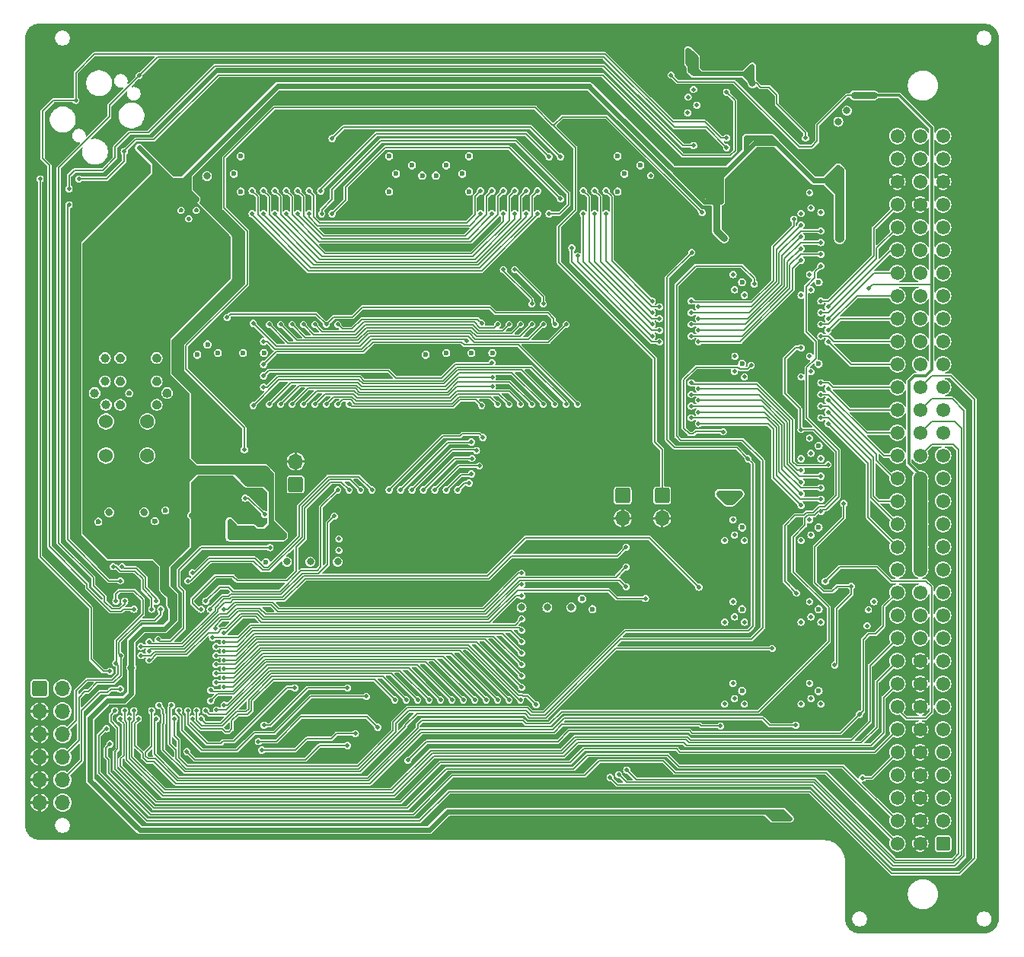
<source format=gbl>
G04 #@! TF.GenerationSoftware,KiCad,Pcbnew,8.0.5*
G04 #@! TF.CreationDate,2024-10-03T05:33:06-04:00*
G04 #@! TF.ProjectId,WarpSE,57617270-5345-42e6-9b69-6361645f7063,1.0*
G04 #@! TF.SameCoordinates,Original*
G04 #@! TF.FileFunction,Copper,L4,Bot*
G04 #@! TF.FilePolarity,Positive*
%FSLAX46Y46*%
G04 Gerber Fmt 4.6, Leading zero omitted, Abs format (unit mm)*
G04 Created by KiCad (PCBNEW 8.0.5) date 2024-10-03 05:33:06*
%MOMM*%
%LPD*%
G01*
G04 APERTURE LIST*
G04 Aperture macros list*
%AMRoundRect*
0 Rectangle with rounded corners*
0 $1 Rounding radius*
0 $2 $3 $4 $5 $6 $7 $8 $9 X,Y pos of 4 corners*
0 Add a 4 corners polygon primitive as box body*
4,1,4,$2,$3,$4,$5,$6,$7,$8,$9,$2,$3,0*
0 Add four circle primitives for the rounded corners*
1,1,$1+$1,$2,$3*
1,1,$1+$1,$4,$5*
1,1,$1+$1,$6,$7*
1,1,$1+$1,$8,$9*
0 Add four rect primitives between the rounded corners*
20,1,$1+$1,$2,$3,$4,$5,0*
20,1,$1+$1,$4,$5,$6,$7,0*
20,1,$1+$1,$6,$7,$8,$9,0*
20,1,$1+$1,$8,$9,$2,$3,0*%
G04 Aperture macros list end*
G04 #@! TA.AperFunction,ComponentPad*
%ADD10RoundRect,0.249999X0.525001X0.525001X-0.525001X0.525001X-0.525001X-0.525001X0.525001X-0.525001X0*%
G04 #@! TD*
G04 #@! TA.AperFunction,ComponentPad*
%ADD11C,1.550000*%
G04 #@! TD*
G04 #@! TA.AperFunction,ComponentPad*
%ADD12RoundRect,0.250000X0.600000X0.600000X-0.600000X0.600000X-0.600000X-0.600000X0.600000X-0.600000X0*%
G04 #@! TD*
G04 #@! TA.AperFunction,ComponentPad*
%ADD13O,1.700000X1.700000*%
G04 #@! TD*
G04 #@! TA.AperFunction,ComponentPad*
%ADD14RoundRect,0.250000X-0.600000X-0.600000X0.600000X-0.600000X0.600000X0.600000X-0.600000X0.600000X0*%
G04 #@! TD*
G04 #@! TA.AperFunction,ViaPad*
%ADD15C,0.500000*%
G04 #@! TD*
G04 #@! TA.AperFunction,ViaPad*
%ADD16C,0.600000*%
G04 #@! TD*
G04 #@! TA.AperFunction,ViaPad*
%ADD17C,0.800000*%
G04 #@! TD*
G04 #@! TA.AperFunction,ViaPad*
%ADD18C,1.524000*%
G04 #@! TD*
G04 #@! TA.AperFunction,ViaPad*
%ADD19C,1.000000*%
G04 #@! TD*
G04 #@! TA.AperFunction,Conductor*
%ADD20C,0.800000*%
G04 #@! TD*
G04 #@! TA.AperFunction,Conductor*
%ADD21C,0.600000*%
G04 #@! TD*
G04 #@! TA.AperFunction,Conductor*
%ADD22C,0.700000*%
G04 #@! TD*
G04 #@! TA.AperFunction,Conductor*
%ADD23C,1.000000*%
G04 #@! TD*
G04 #@! TA.AperFunction,Conductor*
%ADD24C,0.500000*%
G04 #@! TD*
G04 #@! TA.AperFunction,Conductor*
%ADD25C,0.150000*%
G04 #@! TD*
G04 #@! TA.AperFunction,Conductor*
%ADD26C,0.300000*%
G04 #@! TD*
G04 #@! TA.AperFunction,Conductor*
%ADD27C,1.524000*%
G04 #@! TD*
G04 APERTURE END LIST*
D10*
X205740000Y-129540000D03*
D11*
X205740000Y-127000000D03*
X205740000Y-124460000D03*
X205740000Y-121920000D03*
X205740000Y-119380000D03*
X205740000Y-116840000D03*
X205740000Y-114300000D03*
X205740000Y-111760000D03*
X205740000Y-109220000D03*
X205740000Y-106680000D03*
X205740000Y-104140000D03*
X205740000Y-101600000D03*
X205740000Y-99060000D03*
X205740000Y-96520000D03*
X205740000Y-93980000D03*
X205740000Y-91440000D03*
X205740000Y-88900000D03*
X205740000Y-86360000D03*
X205740000Y-83820000D03*
X205740000Y-81280000D03*
X205740000Y-78740000D03*
X205740000Y-76200000D03*
X205740000Y-73660000D03*
X205740000Y-71120000D03*
X205740000Y-68580000D03*
X205740000Y-66040000D03*
X205740000Y-63500000D03*
X205740000Y-60960000D03*
X205740000Y-58420000D03*
X205740000Y-55880000D03*
X205740000Y-53340000D03*
X205740000Y-50800000D03*
X203200000Y-129540000D03*
X203200000Y-127000000D03*
X203200000Y-124460000D03*
X203200000Y-121920000D03*
X203200000Y-119380000D03*
X203200000Y-116840000D03*
X203200000Y-114300000D03*
X203200000Y-111760000D03*
X203200000Y-109220000D03*
X203200000Y-106680000D03*
X203200000Y-104140000D03*
X203200000Y-101600000D03*
X203200000Y-99060000D03*
X203200000Y-96520000D03*
X203200000Y-93980000D03*
X203200000Y-91440000D03*
X203200000Y-88900000D03*
X203200000Y-86360000D03*
X203200000Y-83820000D03*
X203200000Y-81280000D03*
X203200000Y-78740000D03*
X203200000Y-76200000D03*
X203200000Y-73660000D03*
X203200000Y-71120000D03*
X203200000Y-68580000D03*
X203200000Y-66040000D03*
X203200000Y-63500000D03*
X203200000Y-60960000D03*
X203200000Y-58420000D03*
X203200000Y-55880000D03*
X203200000Y-53340000D03*
X203200000Y-50800000D03*
X200660000Y-129540000D03*
X200660000Y-127000000D03*
X200660000Y-124460000D03*
X200660000Y-121920000D03*
X200660000Y-119380000D03*
X200660000Y-116840000D03*
X200660000Y-114300000D03*
X200660000Y-111760000D03*
X200660000Y-109220000D03*
X200660000Y-106680000D03*
X200660000Y-104140000D03*
X200660000Y-101600000D03*
X200660000Y-99060000D03*
X200660000Y-96520000D03*
X200660000Y-93980000D03*
X200660000Y-91440000D03*
X200660000Y-88900000D03*
X200660000Y-86360000D03*
X200660000Y-83820000D03*
X200660000Y-81280000D03*
X200660000Y-78740000D03*
X200660000Y-76200000D03*
X200660000Y-73660000D03*
X200660000Y-71120000D03*
X200660000Y-68580000D03*
X200660000Y-66040000D03*
X200660000Y-63500000D03*
X200660000Y-60960000D03*
X200660000Y-58420000D03*
X200660000Y-55880000D03*
X200660000Y-53340000D03*
X200660000Y-50800000D03*
D12*
X133750000Y-89550000D03*
D13*
X133750000Y-87010000D03*
D14*
X174498000Y-90805000D03*
D13*
X174498000Y-93345000D03*
D14*
X105283000Y-112268000D03*
D13*
X107823000Y-112268000D03*
X105283000Y-114808000D03*
X107823000Y-114808000D03*
X105283000Y-117348000D03*
X107823000Y-117348000D03*
X105283000Y-119888000D03*
X107823000Y-119888000D03*
X105283000Y-122428000D03*
X107823000Y-122428000D03*
X105283000Y-124968000D03*
X107823000Y-124968000D03*
D14*
X170116500Y-90805000D03*
D13*
X170116500Y-93345000D03*
D15*
X167640000Y-71120000D03*
X137160000Y-63246000D03*
X137922000Y-58420000D03*
X165354000Y-108585000D03*
X138430000Y-63246000D03*
X164211000Y-108331000D03*
X161671000Y-108966000D03*
X159258000Y-76009500D03*
X167640000Y-81851500D03*
X141478000Y-66294000D03*
X161671000Y-94996000D03*
X161671000Y-93726000D03*
X168656000Y-81343500D03*
X161671000Y-106426000D03*
X161671000Y-107696000D03*
X161671000Y-105156000D03*
X161671000Y-111506000D03*
X161671000Y-110236000D03*
X161734500Y-112649000D03*
X198374000Y-82994500D03*
X199009000Y-86868000D03*
D16*
X125095000Y-76644500D03*
D15*
X198056500Y-80772000D03*
X197104000Y-74168000D03*
X197400000Y-75700000D03*
D16*
X122809000Y-76644500D03*
D15*
X198850000Y-63900000D03*
X198691500Y-85153500D03*
X197850000Y-78250000D03*
X196786500Y-71882000D03*
X194150000Y-74150000D03*
X195250000Y-70500000D03*
X189700000Y-75300000D03*
X181200000Y-66200000D03*
X189700000Y-66200000D03*
X189700000Y-84400000D03*
X189700000Y-93500000D03*
X189700000Y-102600000D03*
X181200000Y-102600000D03*
X189700000Y-111700000D03*
X181200000Y-111700000D03*
X177750000Y-119850000D03*
D16*
X164465000Y-104775000D03*
D15*
X175550000Y-77600000D03*
X176650000Y-77000000D03*
X176650000Y-67900000D03*
X175550000Y-68500000D03*
X189700000Y-57100000D03*
D16*
X188700000Y-94350000D03*
X188700000Y-76150000D03*
X166751000Y-104775000D03*
X169291000Y-77470000D03*
X166941500Y-77470000D03*
X143891000Y-77470000D03*
X141541500Y-77470000D03*
D15*
X117250000Y-117900000D03*
X181600000Y-75200000D03*
X125250000Y-117900000D03*
D16*
X145542000Y-56515000D03*
X151638000Y-56515000D03*
X169545000Y-59372500D03*
X147828000Y-56515000D03*
X170307000Y-61341000D03*
X169545000Y-63309500D03*
X153035000Y-59372500D03*
X152273000Y-61341000D03*
X153035000Y-63309500D03*
X144145000Y-63309500D03*
X144145000Y-59372500D03*
X144907000Y-61341000D03*
X126873000Y-61341000D03*
X127635000Y-63309500D03*
X127635000Y-59372500D03*
D15*
X181200000Y-77000000D03*
X117250000Y-115650000D03*
X181200000Y-67900000D03*
D16*
X165608000Y-105918000D03*
D15*
X181200000Y-93500000D03*
X177750000Y-101650000D03*
X176650000Y-102250000D03*
X175550000Y-101650000D03*
X110450000Y-112100000D03*
X112700000Y-112100000D03*
X111800000Y-115700000D03*
X112700000Y-108600000D03*
X110450000Y-108600000D03*
X118900000Y-119700000D03*
X119850000Y-119250000D03*
X120250000Y-118200000D03*
X124300000Y-99350000D03*
X112350000Y-117750000D03*
X113150000Y-119650000D03*
X147320000Y-102108000D03*
X144145000Y-89154000D03*
X126350000Y-118650000D03*
X151765000Y-83693000D03*
X152400000Y-102870000D03*
X150495000Y-83693000D03*
X149225000Y-84391500D03*
X147955000Y-85661500D03*
X146685000Y-86931500D03*
X145415000Y-88201500D03*
X145097500Y-77216000D03*
X145669000Y-74231500D03*
X139065000Y-75311000D03*
X163830000Y-68262500D03*
X162560000Y-69405500D03*
X163830000Y-69405500D03*
X165100000Y-69405500D03*
X165100000Y-67627500D03*
D17*
X135382000Y-100711000D03*
X161798000Y-96837500D03*
X161798000Y-98234500D03*
X158877000Y-98234500D03*
X158877000Y-96837500D03*
D15*
X184050000Y-65250000D03*
D17*
X138303000Y-102044500D03*
D15*
X186250000Y-65250000D03*
D17*
X135191500Y-102100000D03*
X138303000Y-100711000D03*
D15*
X185150000Y-65850000D03*
X185150000Y-74950000D03*
X186250000Y-74350000D03*
X184050000Y-83450000D03*
X184050000Y-74350000D03*
X186250000Y-83450000D03*
X185150000Y-84050000D03*
X185150000Y-93150000D03*
X184050000Y-92550000D03*
X186250000Y-92550000D03*
X184050000Y-101650000D03*
X186250000Y-101650000D03*
X185150000Y-102250000D03*
X186250000Y-110750000D03*
X185150000Y-111350000D03*
X184050000Y-110750000D03*
X186250000Y-119850000D03*
X175550000Y-83450000D03*
X177750000Y-83450000D03*
X176650000Y-84050000D03*
X176650000Y-74950000D03*
X175550000Y-74350000D03*
X177750000Y-74350000D03*
X185150000Y-120450000D03*
X184050000Y-119850000D03*
X177750000Y-110750000D03*
X176650000Y-111350000D03*
X175550000Y-110750000D03*
X176650000Y-120450000D03*
X165100000Y-71755000D03*
X139700000Y-71755000D03*
D17*
X123888500Y-56451500D03*
D15*
X116850000Y-99050000D03*
X108350000Y-109200000D03*
X107250000Y-109500000D03*
X106150000Y-109800000D03*
X107250000Y-104550000D03*
X109900000Y-105500000D03*
D17*
X113000000Y-92650000D03*
X116900000Y-92650000D03*
D16*
X111800000Y-93700000D03*
X118100000Y-93650000D03*
D18*
X117250000Y-86350000D03*
X117250000Y-82550000D03*
D15*
X152336500Y-80708500D03*
X153670000Y-102870000D03*
D16*
X173228000Y-56515000D03*
X170942000Y-56515000D03*
D15*
X142557500Y-81597500D03*
D16*
X172085000Y-57658000D03*
D15*
X145415000Y-81407000D03*
X146685000Y-81407000D03*
X152019000Y-74218800D03*
X147955000Y-81407000D03*
X150495000Y-81407000D03*
X151765000Y-82105500D03*
X149225000Y-81407000D03*
X147320000Y-93980000D03*
X146177000Y-102489000D03*
X142367000Y-102489000D03*
X142113000Y-111760000D03*
X162179000Y-72707500D03*
X140779500Y-75438000D03*
X143891000Y-75565000D03*
X139700000Y-88201500D03*
X140950000Y-88200000D03*
X142240000Y-89154000D03*
X145415000Y-116332000D03*
X165862000Y-72517000D03*
X164592000Y-72644000D03*
X163449000Y-72898000D03*
X170815000Y-82105500D03*
X171577000Y-82740500D03*
X172339000Y-83375500D03*
X158940500Y-89408000D03*
X173101000Y-84010500D03*
X162242500Y-92011500D03*
X148590000Y-102108000D03*
X149860000Y-102108000D03*
X151130000Y-102870000D03*
X154813000Y-102489000D03*
X198882000Y-94043500D03*
X108750000Y-107950000D03*
X109450000Y-108900000D03*
X108750000Y-101750000D03*
X109600000Y-100800000D03*
X110450000Y-101750000D03*
X117900000Y-98600000D03*
X118000000Y-100300000D03*
X127550000Y-99450000D03*
X126600000Y-100300000D03*
X128050000Y-114350000D03*
X117550000Y-119600000D03*
X116700000Y-118750000D03*
X125350000Y-119650000D03*
X128900000Y-115400000D03*
X116250000Y-100300000D03*
X116250000Y-102550000D03*
X122750000Y-100300000D03*
X122750000Y-102550000D03*
X128050000Y-105100000D03*
X133604000Y-49149000D03*
X125800000Y-105100000D03*
X144907000Y-102489000D03*
X143637000Y-102489000D03*
X154940000Y-93980000D03*
X144780000Y-93980000D03*
X157480000Y-93980000D03*
X148590000Y-93980000D03*
X146050000Y-93980000D03*
X149860000Y-93980000D03*
X151130000Y-93980000D03*
X143510000Y-93980000D03*
X153670000Y-93980000D03*
X142240000Y-93980000D03*
X152400000Y-93980000D03*
D16*
X130429000Y-99695000D03*
X132715000Y-99568000D03*
D15*
X143764000Y-113284000D03*
X147955000Y-116332000D03*
X146685000Y-116332000D03*
X149225000Y-116332000D03*
X150495000Y-116332000D03*
X151765000Y-116332000D03*
X153035000Y-116332000D03*
X154305000Y-116332000D03*
X155575000Y-116332000D03*
X156845000Y-116332000D03*
X158115000Y-116332000D03*
X112700000Y-115100000D03*
X129100000Y-104740000D03*
D16*
X148209000Y-76454000D03*
X150495000Y-76454000D03*
X123952000Y-77597000D03*
D15*
X132207000Y-64389000D03*
X142557500Y-70675500D03*
X129800000Y-114450000D03*
X126150000Y-116600000D03*
D16*
X149352000Y-56515000D03*
X150495000Y-57658000D03*
X146685000Y-57658000D03*
D15*
X125250000Y-115650000D03*
X194250000Y-116250000D03*
X196050000Y-116250000D03*
X197350000Y-109300000D03*
X199000000Y-110200000D03*
X198700000Y-107900000D03*
X197750000Y-95450000D03*
X198600000Y-119600000D03*
X193500000Y-111400000D03*
X132715000Y-83058000D03*
X133985000Y-83058000D03*
X135255000Y-83058000D03*
X136525000Y-83058000D03*
X131445000Y-83058000D03*
X132207000Y-75819000D03*
X186563000Y-54800500D03*
X183896000Y-54800500D03*
X181800500Y-57340500D03*
X128524000Y-117157500D03*
X108750000Y-98150000D03*
X108750000Y-96750000D03*
X195850000Y-44350000D03*
X211582000Y-41148000D03*
X149733000Y-46228000D03*
X211582000Y-66548000D03*
X208724500Y-127508000D03*
X119253000Y-41148000D03*
X209740500Y-119888000D03*
X139573000Y-96456500D03*
X180550000Y-109450000D03*
X114750000Y-120700000D03*
X134874000Y-114427000D03*
X152971500Y-83439000D03*
X145607640Y-124052140D03*
X139350000Y-120400000D03*
X129150000Y-87050000D03*
X137033000Y-38608000D03*
X203962000Y-38618900D03*
X201930000Y-90650000D03*
X197929500Y-117729000D03*
D16*
X187850000Y-41800000D03*
D15*
X171958000Y-48768000D03*
X148590000Y-52578000D03*
X201930000Y-75410000D03*
X186753500Y-46545500D03*
X127254000Y-67691000D03*
X194119500Y-78232000D03*
X190850000Y-50000000D03*
X109750000Y-110800000D03*
X159893000Y-127762000D03*
X209042000Y-48768000D03*
X174350000Y-74950000D03*
X154550000Y-66300000D03*
X208724500Y-81788000D03*
X104013000Y-56388000D03*
X118450000Y-124400000D03*
X137160000Y-69342000D03*
X181950000Y-43000000D03*
X157353000Y-126746000D03*
X135128000Y-49149000D03*
X195750000Y-86350000D03*
X121793000Y-38608000D03*
X110172500Y-120777000D03*
X195600000Y-60650000D03*
X196150000Y-58750000D03*
D16*
X188650000Y-44449400D03*
D15*
X201930000Y-88110000D03*
X208724500Y-117348000D03*
X158686500Y-77343000D03*
X174550000Y-68650000D03*
X175550000Y-104900000D03*
X127254000Y-66675000D03*
X144500000Y-118650000D03*
X201930000Y-122710000D03*
X126873000Y-38608000D03*
X156654500Y-78676500D03*
X180450000Y-101650000D03*
X177673000Y-128778000D03*
X180250000Y-94350000D03*
X158115000Y-58166000D03*
X132334000Y-78422500D03*
X159766000Y-77025500D03*
X183200000Y-85150000D03*
X164973000Y-127762000D03*
X165675000Y-92850000D03*
X116713000Y-38608000D03*
X197993000Y-121348500D03*
X104013000Y-76708000D03*
X201422000Y-41148000D03*
X201930000Y-59210000D03*
X211582000Y-102108000D03*
X176150000Y-41200000D03*
X201930000Y-70330000D03*
X130850000Y-87050000D03*
X135890000Y-53086000D03*
X178752500Y-94424500D03*
X157226000Y-52578000D03*
X209042000Y-58928000D03*
X132080000Y-49149000D03*
X194150000Y-72850000D03*
X193929000Y-45339000D03*
X201930000Y-60170000D03*
X104013000Y-66548000D03*
X125984000Y-73152000D03*
X172593000Y-126746000D03*
X162560000Y-58610500D03*
X192659000Y-128778000D03*
X157353000Y-48768000D03*
X194050000Y-84750000D03*
X127444500Y-78105000D03*
X104013000Y-86868000D03*
X148150000Y-119050000D03*
X208724500Y-61468000D03*
X169037000Y-70104000D03*
X207708500Y-69088000D03*
X173418500Y-85598000D03*
X122700000Y-59050000D03*
X121000000Y-59050000D03*
X147193000Y-48768000D03*
X114150000Y-119500000D03*
X164973000Y-46228000D03*
X115150000Y-53800000D03*
X183100000Y-88700000D03*
X112522000Y-50038000D03*
X198882000Y-38597100D03*
X201930000Y-105890000D03*
X211582000Y-76708000D03*
X116750000Y-122700000D03*
X192600000Y-102000000D03*
X109092999Y-41148000D03*
X195199000Y-131318000D03*
X137800000Y-120400000D03*
X178054000Y-64770000D03*
X104013000Y-102108000D03*
X175500000Y-114000000D03*
X156400500Y-64516000D03*
X186250000Y-85150000D03*
X176800000Y-63450000D03*
X163893500Y-64135000D03*
X107100000Y-52250000D03*
X116700000Y-127250000D03*
X208724500Y-97028000D03*
X208724500Y-122428000D03*
X211582000Y-51308000D03*
X159385000Y-58166000D03*
X196100000Y-103600000D03*
X147193000Y-128778000D03*
X201930000Y-103350000D03*
X164973000Y-124269500D03*
X175150000Y-47350000D03*
X148400000Y-124050000D03*
X201930000Y-108430000D03*
X142113000Y-48768000D03*
X211582000Y-127508000D03*
X193225600Y-93518959D03*
X176650000Y-113400000D03*
X211582000Y-71628000D03*
X139700000Y-69342000D03*
X104013000Y-46228000D03*
X206502000Y-136652000D03*
X139573000Y-46228000D03*
X134620000Y-69342000D03*
X111633000Y-124269500D03*
X177673000Y-126746000D03*
X146950000Y-118750000D03*
X154813000Y-127762000D03*
X181800000Y-55562500D03*
X209740500Y-79248000D03*
X209740500Y-69088000D03*
X187550000Y-45499400D03*
X192659000Y-126238000D03*
X162433000Y-128778000D03*
X163700000Y-114150000D03*
X201930000Y-89690000D03*
X175750000Y-43000000D03*
X190850000Y-48199400D03*
X129400000Y-90950000D03*
X211582000Y-91948000D03*
X159067500Y-67246500D03*
X201930000Y-93190000D03*
X208153000Y-59944000D03*
X211582000Y-97028000D03*
X127550000Y-83450000D03*
X158750000Y-52578000D03*
X142938500Y-88201500D03*
X131350000Y-112450000D03*
X195135500Y-128841500D03*
X141800000Y-121400000D03*
X188468000Y-49403000D03*
X157226000Y-79692500D03*
X123507500Y-46355000D03*
X149733000Y-125857000D03*
X127050000Y-93150000D03*
X134620000Y-118935500D03*
X135255000Y-58166000D03*
X148590000Y-59944000D03*
X209042000Y-43688000D03*
X140650000Y-120200000D03*
X147193000Y-42481500D03*
X180900000Y-88700000D03*
X128905000Y-58166000D03*
X186690000Y-49657000D03*
X111633000Y-38608000D03*
X185229500Y-127762000D03*
X176150000Y-48200000D03*
X209740500Y-89408000D03*
X132450000Y-92250000D03*
X191950000Y-47199400D03*
X133300000Y-93200000D03*
X196151500Y-123825000D03*
X190182500Y-127762000D03*
X192750000Y-47849400D03*
X130175000Y-58166000D03*
X124500000Y-80400000D03*
X112800000Y-54800000D03*
X211582000Y-122428000D03*
X194250000Y-65900000D03*
X162433000Y-38608000D03*
X201930000Y-113510000D03*
X207708500Y-79248000D03*
X132600000Y-111750000D03*
X159766000Y-64325500D03*
X154305000Y-58166000D03*
X131550000Y-119650000D03*
X165150000Y-121450000D03*
X209740500Y-94488000D03*
X167513000Y-38608000D03*
X191300000Y-126150000D03*
X179250000Y-85950000D03*
X196550000Y-55250000D03*
X177750000Y-95800000D03*
D16*
X188400000Y-39250000D03*
D15*
X147193000Y-43497500D03*
X211582000Y-136652000D03*
X195389500Y-125603000D03*
X157353000Y-128778000D03*
X186050000Y-43000000D03*
X201930000Y-118590000D03*
X208724500Y-66548000D03*
X190400000Y-124250000D03*
D16*
X115250000Y-79400000D03*
D15*
X131953000Y-38608000D03*
X187500000Y-113250000D03*
X193750000Y-46850000D03*
X195600000Y-56100000D03*
X201930000Y-115090000D03*
X172593000Y-38608000D03*
X162433000Y-48768000D03*
X149733000Y-41148000D03*
D19*
X114250000Y-80700000D03*
D15*
X162433000Y-65595500D03*
X122100000Y-93000000D03*
X147000000Y-124050000D03*
X141097000Y-93281500D03*
X170053000Y-124269500D03*
X201930000Y-95730000D03*
X137160000Y-67945000D03*
X192849500Y-123063000D03*
X112400000Y-120350000D03*
X160782000Y-72961500D03*
X201930000Y-100810000D03*
X209042000Y-53848000D03*
X143752501Y-119402501D03*
D16*
X180150000Y-43050000D03*
D15*
X154813000Y-46228000D03*
X201930000Y-65250000D03*
X112200000Y-122700000D03*
X131445000Y-58166000D03*
X104013000Y-91948000D03*
X116050000Y-119700000D03*
X175550000Y-95800000D03*
X194119500Y-79248000D03*
X195150000Y-104450000D03*
X208724500Y-76708000D03*
X180450000Y-110750000D03*
X176150000Y-46500000D03*
X195770500Y-91249500D03*
X172148500Y-64897000D03*
X196150000Y-65000000D03*
X121750000Y-118300000D03*
X155850000Y-66167000D03*
X126873000Y-43497500D03*
X175133000Y-127762000D03*
X201930000Y-112550000D03*
X196342000Y-41126200D03*
X180250000Y-108350000D03*
X187579000Y-48514000D03*
X182753000Y-128778000D03*
X211582000Y-117348000D03*
X177750000Y-104900000D03*
X129413000Y-46228000D03*
D19*
X118300000Y-78100000D03*
D15*
X142113000Y-128778000D03*
X192341500Y-44386500D03*
D16*
X119250000Y-92450000D03*
D15*
X137350500Y-90551000D03*
D19*
X119450000Y-79400000D03*
D15*
X208724500Y-91948000D03*
X182753000Y-126746000D03*
X138430000Y-69342000D03*
X132715000Y-58166000D03*
X122800000Y-95100000D03*
X172593000Y-128778000D03*
X138580000Y-88220000D03*
X166850000Y-67900000D03*
X177750000Y-76350000D03*
X193802000Y-38608000D03*
X197675500Y-131381500D03*
X201930000Y-69370000D03*
X209740500Y-104648000D03*
X118364000Y-50101500D03*
X124968000Y-73533000D03*
X211582000Y-132080000D03*
X159893000Y-124269500D03*
X124460000Y-70485000D03*
X133300000Y-97300000D03*
X174350000Y-84200000D03*
X126100000Y-101500000D03*
X130600000Y-113200000D03*
X137033000Y-48768000D03*
X159893000Y-46228000D03*
X116713000Y-128778000D03*
X201930000Y-92230000D03*
X152273000Y-128778000D03*
X207708500Y-74168000D03*
X156845000Y-58166000D03*
X133350000Y-69342000D03*
X201930000Y-61750000D03*
X123952000Y-72390000D03*
X211582000Y-86868000D03*
D19*
X114250000Y-75500000D03*
D15*
X209042000Y-38608000D03*
X117094000Y-46609000D03*
X129400000Y-92750000D03*
X125850000Y-85700000D03*
X147193000Y-44513500D03*
X137287000Y-57658000D03*
X122409500Y-46082500D03*
X149800000Y-124050000D03*
X132080000Y-69342000D03*
X197350000Y-107050000D03*
X164973000Y-90741500D03*
X167513000Y-126746000D03*
X139954000Y-95377000D03*
X180250000Y-85950000D03*
X144526000Y-67818000D03*
X169418000Y-46228000D03*
X109093000Y-126365000D03*
X197739000Y-139192000D03*
X206502000Y-41148000D03*
X201930000Y-72870000D03*
X188750000Y-112550000D03*
X180250000Y-100050000D03*
X167150000Y-121950000D03*
X164084000Y-52578000D03*
D19*
X118300000Y-80700000D03*
D15*
X201930000Y-57630000D03*
X201930000Y-104930000D03*
X106553000Y-128778000D03*
X143891000Y-70548500D03*
X180250000Y-112550000D03*
X201930000Y-107470000D03*
X209740500Y-99568000D03*
X201930000Y-64290000D03*
X131953000Y-128778000D03*
X175133000Y-124269500D03*
D16*
X178100000Y-39250000D03*
D15*
X180213000Y-127762000D03*
X201930000Y-116050000D03*
X142113000Y-38608000D03*
X195453000Y-76708000D03*
X128400000Y-119700000D03*
X195550000Y-65900000D03*
X107250000Y-106400000D03*
X107886500Y-61087000D03*
X152273000Y-126746000D03*
X208724500Y-71628000D03*
X131572000Y-100774500D03*
X134493000Y-46228000D03*
D19*
X198520000Y-97360000D03*
D15*
X186050000Y-124800000D03*
X211582000Y-46228000D03*
X209740500Y-84328000D03*
X176750000Y-42950000D03*
X160845500Y-66802000D03*
X165671500Y-91440000D03*
X201930000Y-123670000D03*
X209740500Y-64008000D03*
X130810000Y-69342000D03*
X140716000Y-94297500D03*
X209740500Y-124968000D03*
X134112000Y-116713000D03*
X144200000Y-121350000D03*
X123050000Y-118200000D03*
X201930000Y-71910000D03*
X133794500Y-117856000D03*
X137350500Y-91948000D03*
X188550000Y-110500000D03*
X177038000Y-53840000D03*
X189600000Y-99100000D03*
X111633000Y-128778000D03*
X198882000Y-112839500D03*
X199050000Y-95750000D03*
X124750000Y-86700000D03*
X124500000Y-79000000D03*
X108750000Y-99550000D03*
X164084000Y-120015000D03*
D19*
X114250000Y-78100000D03*
D15*
X130000000Y-86100000D03*
X201930000Y-121130000D03*
X201930000Y-62710000D03*
X119300000Y-122700000D03*
X178700000Y-63250000D03*
X177800000Y-114000000D03*
X191700000Y-48900000D03*
X104013000Y-107188000D03*
X155067000Y-70675500D03*
X110150000Y-113450000D03*
X201549000Y-139192000D03*
X174950000Y-96600000D03*
X155575000Y-58166000D03*
X106553000Y-43688000D03*
X158750000Y-69342000D03*
X137033000Y-128778000D03*
X187706000Y-128778000D03*
X160464500Y-52578000D03*
X108900000Y-60050000D03*
X201930000Y-56670000D03*
X132100000Y-102900000D03*
X193802000Y-43688000D03*
X138430000Y-67310000D03*
X109664500Y-48450500D03*
X209740500Y-74168000D03*
X200279000Y-136652000D03*
X133985000Y-58166000D03*
X104013000Y-51308000D03*
X143000000Y-120150000D03*
X209042000Y-134366000D03*
X191262000Y-41137100D03*
X201930000Y-120170000D03*
X140716000Y-112649000D03*
X205232000Y-139192000D03*
X136271000Y-117348000D03*
X152273000Y-38608000D03*
X188722000Y-43370500D03*
X143500000Y-123050000D03*
X193350000Y-90600000D03*
X199300000Y-100850000D03*
X206502000Y-46228000D03*
X175200000Y-42050000D03*
X185166000Y-124269500D03*
X174750000Y-66000000D03*
X135890000Y-69342000D03*
X207708500Y-64008000D03*
X187750000Y-124800000D03*
X209740500Y-130048000D03*
X201930000Y-66830000D03*
X141478000Y-69342000D03*
X172593000Y-121729500D03*
X124333000Y-41148000D03*
X162433000Y-126746000D03*
X162369500Y-90551000D03*
X190850000Y-43699400D03*
X136350000Y-120400000D03*
X199600000Y-105500000D03*
X201930000Y-110970000D03*
X188750000Y-103450000D03*
X211582000Y-81788000D03*
X156210000Y-104711500D03*
X104013000Y-71628000D03*
X195600000Y-54400000D03*
X208724500Y-86868000D03*
X166400000Y-92125000D03*
X201930000Y-117630000D03*
X104013000Y-61468000D03*
X106553000Y-38608000D03*
X195199000Y-136652000D03*
X170053000Y-127762000D03*
X157353000Y-38608000D03*
X178816000Y-53784500D03*
X121793000Y-128778000D03*
X196786500Y-124968000D03*
X188650000Y-79100000D03*
X154813000Y-124269500D03*
X174498000Y-51308000D03*
X201930000Y-110010000D03*
X108966000Y-53911500D03*
X196100000Y-105300000D03*
X211582000Y-107188000D03*
X211582000Y-112268000D03*
X167513000Y-42481500D03*
X135445500Y-92456000D03*
X139700000Y-66675000D03*
X197220000Y-96440000D03*
X112458500Y-56451500D03*
X187050000Y-104900000D03*
X127100000Y-91450000D03*
X195550000Y-59650000D03*
X185850000Y-44800000D03*
X194119500Y-75565000D03*
X122500000Y-94000000D03*
X143319500Y-117538500D03*
X177800000Y-62150000D03*
X198450000Y-104800000D03*
X208724500Y-102108000D03*
X201930000Y-67790000D03*
X186900000Y-43900000D03*
X148750000Y-120900000D03*
X136842500Y-116332000D03*
X124850000Y-90950000D03*
X121793000Y-43688000D03*
X211582000Y-61468000D03*
X201930000Y-97310000D03*
X188050000Y-91150000D03*
X144950000Y-120600000D03*
X178650000Y-61050000D03*
X162400000Y-118700000D03*
X114173000Y-41148000D03*
X105854500Y-63119000D03*
X209740500Y-114808000D03*
X182000000Y-87850000D03*
X211582000Y-56388000D03*
X113950000Y-124500000D03*
X154305000Y-68326000D03*
X208724500Y-112268000D03*
X201930000Y-102390000D03*
X171196000Y-52514500D03*
X191300000Y-124850000D03*
X121850000Y-60000000D03*
X156654500Y-77660500D03*
X180250000Y-103450000D03*
X198050000Y-44350000D03*
X105850000Y-56650000D03*
X126600000Y-98600000D03*
X196800000Y-100000000D03*
X104013000Y-41148000D03*
X195600000Y-62350000D03*
X124850000Y-92750000D03*
D19*
X118300000Y-75500000D03*
D15*
X127900000Y-92250000D03*
X130600000Y-103500000D03*
X126873000Y-128778000D03*
X188650000Y-100150000D03*
X208724500Y-107188000D03*
X189357000Y-50228500D03*
X189300000Y-109750000D03*
X201930000Y-94770000D03*
X114173000Y-126809500D03*
X197739000Y-133858000D03*
X142600000Y-118250000D03*
X176100000Y-84950000D03*
X104013000Y-81788000D03*
X147193000Y-38608000D03*
X188468000Y-56451500D03*
X137160000Y-53086000D03*
X163766500Y-90551000D03*
X104013000Y-97028000D03*
X106870500Y-62103000D03*
X167513000Y-128778000D03*
X201930000Y-74450000D03*
X186750000Y-47700000D03*
X170053000Y-41148000D03*
X196950000Y-43500000D03*
X179150000Y-65850000D03*
X109474000Y-120078500D03*
X199326499Y-90233500D03*
X125285500Y-52959000D03*
X209042000Y-139192000D03*
X209740500Y-109728000D03*
X207645000Y-132080000D03*
X180213000Y-124269500D03*
X193350000Y-86100000D03*
X138303000Y-52641500D03*
X141850000Y-119000000D03*
X191050000Y-104300000D03*
D16*
X127635000Y-56959500D03*
X144145000Y-56959500D03*
X144907000Y-54991000D03*
X144145000Y-53022500D03*
X169545000Y-53022500D03*
X127635000Y-53022500D03*
D15*
X138557000Y-95631000D03*
D16*
X153035000Y-56959500D03*
D15*
X173228000Y-55181500D03*
D16*
X170307000Y-54991000D03*
X169545000Y-56959500D03*
D15*
X138557000Y-96901000D03*
D16*
X172085000Y-54038500D03*
X153035000Y-53022500D03*
X126873000Y-54991000D03*
X152273000Y-54991000D03*
D19*
X112650000Y-80700000D03*
D16*
X125095000Y-74930000D03*
D18*
X112650000Y-86350000D03*
D16*
X130238500Y-74930000D03*
X127889000Y-74930000D03*
D17*
X123888500Y-55245000D03*
D18*
X112650000Y-82550000D03*
D16*
X150495000Y-74930000D03*
D19*
X111400000Y-79400000D03*
D16*
X122809000Y-75120500D03*
X123952000Y-73977500D03*
D17*
X132778500Y-98171000D03*
X164401500Y-103251000D03*
D16*
X146685000Y-54038500D03*
D17*
X158877000Y-103251000D03*
X161734500Y-103251000D03*
D16*
X150495000Y-54038500D03*
D17*
X138430000Y-98171000D03*
X135382000Y-98171000D03*
D16*
X130429000Y-98234500D03*
X148209000Y-75120500D03*
D15*
X182600000Y-75300000D03*
D16*
X147828000Y-55181500D03*
X149352000Y-55181500D03*
X153289000Y-74930000D03*
X155638500Y-74930000D03*
D15*
X190900000Y-84400000D03*
X182400000Y-66200000D03*
X190900000Y-75300000D03*
X190900000Y-66200000D03*
X190900000Y-57100000D03*
X189950000Y-68500000D03*
X183650000Y-68500000D03*
D16*
X166751000Y-103441500D03*
X165608000Y-102298500D03*
D15*
X182550000Y-95200000D03*
X183650000Y-95800000D03*
X182400000Y-93500000D03*
D16*
X183400000Y-94350000D03*
D15*
X181450000Y-95800000D03*
X190900000Y-93500000D03*
X182550000Y-113400000D03*
X191050000Y-77000000D03*
X183650000Y-77600000D03*
X189950000Y-104900000D03*
X192150000Y-104900000D03*
X189950000Y-114000000D03*
X189950000Y-59400000D03*
X191050000Y-58800000D03*
X191050000Y-67900000D03*
X189950000Y-77600000D03*
X191050000Y-86100000D03*
X189950000Y-86700000D03*
X191050000Y-95200000D03*
X189950000Y-95800000D03*
X192150000Y-86700000D03*
X192150000Y-59300000D03*
X182550000Y-67900000D03*
X181450000Y-114000000D03*
X192150000Y-114000000D03*
X181450000Y-104900000D03*
X183650000Y-104900000D03*
X182550000Y-77000000D03*
X183650000Y-114000000D03*
X182550000Y-104300000D03*
X191050000Y-113400000D03*
D16*
X191900000Y-67050000D03*
X183400000Y-67050000D03*
X191900000Y-76150000D03*
X183400000Y-76150000D03*
X191900000Y-94350000D03*
X191900000Y-85250000D03*
X191900000Y-112550000D03*
X183400000Y-112550000D03*
X191900000Y-103450000D03*
X183400000Y-103450000D03*
D15*
X182400000Y-111700000D03*
X190900000Y-111700000D03*
X182400000Y-102600000D03*
X190900000Y-102600000D03*
X197450000Y-103500000D03*
D19*
X112550000Y-75500000D03*
D17*
X194100000Y-49200000D03*
D15*
X177350000Y-48200000D03*
X183100000Y-90600000D03*
X178000000Y-45600000D03*
X177400000Y-46450000D03*
X180900000Y-90600000D03*
D19*
X112550000Y-78100000D03*
D15*
X197300000Y-105300000D03*
X182000000Y-91450000D03*
D17*
X195050000Y-47950000D03*
D15*
X178350000Y-47350000D03*
X198050000Y-102600000D03*
X180276500Y-55499000D03*
X180467000Y-57340500D03*
D19*
X112475000Y-73500000D03*
X120450000Y-94950000D03*
X116450000Y-94950000D03*
D15*
X183832500Y-50990500D03*
D19*
X122450000Y-63500000D03*
X118450000Y-69500000D03*
X118450000Y-71500000D03*
D17*
X115450000Y-109950000D03*
D19*
X122450000Y-65500000D03*
D15*
X110700000Y-90950000D03*
X127050000Y-94550000D03*
D19*
X120450000Y-86950000D03*
X120450000Y-82950000D03*
D15*
X194250000Y-62350000D03*
D19*
X116450000Y-67500000D03*
D15*
X186626500Y-50990500D03*
D18*
X114950000Y-82550000D03*
D19*
X120450000Y-80950000D03*
D15*
X188700000Y-126750000D03*
X194100000Y-54350000D03*
D19*
X118450000Y-61500000D03*
X120000000Y-102950000D03*
D15*
X131100000Y-95450000D03*
X131000000Y-93650000D03*
D19*
X116450000Y-71500000D03*
D15*
X126400000Y-95450000D03*
D19*
X120450000Y-67500000D03*
X116450000Y-96950000D03*
X112400000Y-69500000D03*
X112400000Y-71500000D03*
D15*
X121850000Y-56900000D03*
D19*
X120450000Y-92950000D03*
X116600000Y-80700000D03*
X120450000Y-63500000D03*
D15*
X130850000Y-88250000D03*
X181400000Y-62150000D03*
D19*
X116450000Y-63500000D03*
D15*
X179451000Y-56451500D03*
D19*
X120450000Y-61500000D03*
D15*
X122700000Y-57850000D03*
D19*
X119200000Y-98350000D03*
X122450000Y-67500000D03*
X118450000Y-96950000D03*
D15*
X194400000Y-60650000D03*
X131600000Y-94550000D03*
D19*
X114400000Y-67500000D03*
D15*
X116332000Y-52070000D03*
D19*
X114450000Y-96950000D03*
D15*
X129150000Y-88400000D03*
D19*
X120450000Y-88950000D03*
X116525000Y-73500000D03*
X118450000Y-63500000D03*
X116450000Y-69500000D03*
X118450000Y-94950000D03*
D15*
X178879500Y-54800500D03*
D19*
X116450000Y-65500000D03*
X114400000Y-65500000D03*
X114450000Y-94950000D03*
X114400000Y-71500000D03*
D15*
X128400000Y-89400000D03*
X128750000Y-94400000D03*
D19*
X112450000Y-94950000D03*
X116600000Y-78100000D03*
D15*
X132450000Y-95350000D03*
X121000000Y-57850000D03*
X194250000Y-56100000D03*
D19*
X116600000Y-75500000D03*
X124450000Y-65500000D03*
X114400000Y-69500000D03*
D15*
X127900000Y-95350000D03*
X186050000Y-126000000D03*
D19*
X120450000Y-90950000D03*
X114325000Y-73500000D03*
D15*
X180550000Y-61000000D03*
D19*
X120450000Y-96950000D03*
D15*
X181673500Y-54546500D03*
D19*
X120450000Y-84950000D03*
X120450000Y-69500000D03*
D15*
X126400000Y-93650000D03*
D19*
X118375000Y-73500000D03*
X120450000Y-65500000D03*
X112400000Y-67500000D03*
D15*
X119200000Y-90950000D03*
X187750000Y-126150000D03*
D19*
X118450000Y-67500000D03*
X118450000Y-65500000D03*
D15*
X180550000Y-59300000D03*
X193700000Y-109650000D03*
X194700000Y-91700000D03*
X177600000Y-42950000D03*
D17*
X184550000Y-44900000D03*
D15*
X178300000Y-42050000D03*
X195550000Y-100900000D03*
X190450000Y-51000000D03*
X178000000Y-43900000D03*
X177350000Y-41200000D03*
X184550000Y-43000000D03*
X120750000Y-114750000D03*
X141605000Y-113157000D03*
X146240500Y-120269000D03*
X196450000Y-115150000D03*
X115750000Y-114750000D03*
X115250000Y-115650000D03*
X114750000Y-114750000D03*
X192650000Y-100350000D03*
X114250000Y-115650000D03*
X113650000Y-114750000D03*
X113100000Y-118450000D03*
X112700000Y-116750000D03*
X121650000Y-119300000D03*
X139509500Y-118618000D03*
X168719500Y-122174000D03*
X169672000Y-121856500D03*
X170561000Y-121348500D03*
X129984500Y-119126000D03*
X140400000Y-117300000D03*
X192950000Y-82800000D03*
X192150000Y-82150000D03*
X192950000Y-81500000D03*
X192150000Y-80850000D03*
X192950000Y-80200000D03*
X192150000Y-79550000D03*
X192950000Y-78900000D03*
X192150000Y-78250000D03*
X192950000Y-73700000D03*
X192150000Y-73050000D03*
X192950000Y-72400000D03*
X192150000Y-71750000D03*
X192950000Y-71100000D03*
X192150000Y-70450000D03*
X192950000Y-69800000D03*
X192150000Y-69150000D03*
X114750000Y-102550000D03*
X116332000Y-44069000D03*
X181673500Y-52070000D03*
X114250000Y-100300000D03*
X108550000Y-56650000D03*
X108550000Y-58450000D03*
X178000000Y-51850000D03*
X115750000Y-103450000D03*
X109300000Y-46800000D03*
X181673500Y-50990500D03*
X113100000Y-110350000D03*
X114681000Y-52514500D03*
X109650000Y-55550000D03*
X105334000Y-55550000D03*
X181673500Y-45910500D03*
X121750000Y-114750000D03*
X133650000Y-112200000D03*
X139509500Y-112204500D03*
X130238500Y-116350000D03*
X184050000Y-86700000D03*
X120250000Y-115650000D03*
X177800000Y-63750000D03*
X184750000Y-67250000D03*
X119950000Y-114150000D03*
X118550000Y-114150000D03*
X186750000Y-107823000D03*
X192150000Y-65250000D03*
X192150000Y-92550000D03*
X118250000Y-115650000D03*
X189950000Y-74350000D03*
X189950000Y-83450000D03*
X189450000Y-101650000D03*
X189350000Y-116350000D03*
X117750000Y-114750000D03*
X184400000Y-76300000D03*
X181000000Y-116450000D03*
X116250000Y-115650000D03*
X181300000Y-83700000D03*
X137160000Y-80645000D03*
X124950000Y-114650000D03*
X149860000Y-113538000D03*
X157480000Y-80645000D03*
X125800000Y-114100000D03*
X138430000Y-80645000D03*
X151130000Y-113538000D03*
X156210000Y-80645000D03*
X154432000Y-80772000D03*
X152400000Y-113538000D03*
X124300000Y-113650000D03*
X139700000Y-80645000D03*
X124300000Y-112450000D03*
X163830000Y-71755000D03*
X153670000Y-113538000D03*
X129032000Y-71628000D03*
X130175000Y-77470000D03*
X154559000Y-84328000D03*
X155575000Y-76009500D03*
X154940000Y-113538000D03*
X144145000Y-90170000D03*
X125800000Y-112100000D03*
X163195000Y-53086000D03*
X137795000Y-51054000D03*
X136525000Y-56896000D03*
X161925000Y-53086000D03*
X135255000Y-56896000D03*
X154305000Y-56896000D03*
X161290000Y-71755000D03*
X130810000Y-71755000D03*
X158115000Y-65659000D03*
X161290000Y-69469000D03*
X130810000Y-80645000D03*
X153289000Y-84836000D03*
X161290000Y-80645000D03*
X145415000Y-90170000D03*
X156210000Y-113538000D03*
X124900000Y-111600000D03*
X154305000Y-59436000D03*
X135255000Y-59436000D03*
X155575000Y-56896000D03*
X133985000Y-56896000D03*
X155575000Y-59436000D03*
X133985000Y-59436000D03*
X160020000Y-71755000D03*
X132080000Y-71755000D03*
X160020000Y-69469000D03*
X156845000Y-65659000D03*
X132715000Y-56896000D03*
X156845000Y-56896000D03*
X156845000Y-59436000D03*
X132715000Y-59436000D03*
X158115000Y-56896000D03*
X131445000Y-56896000D03*
X129032000Y-80772000D03*
X153860500Y-85788500D03*
X162560000Y-80645000D03*
X125800000Y-111100000D03*
X146685000Y-90170000D03*
X157480000Y-113538000D03*
X131445000Y-59436000D03*
X158115000Y-59436000D03*
X159385000Y-56896000D03*
X130175000Y-56896000D03*
X130175000Y-59436000D03*
X159385000Y-59436000D03*
X160655000Y-56896000D03*
X128905000Y-56896000D03*
X117750000Y-103450000D03*
X113450000Y-98700000D03*
X128905000Y-59436000D03*
X118250000Y-102550000D03*
X114450000Y-98700000D03*
X160655000Y-59436000D03*
X124900000Y-110600000D03*
X147955000Y-90170000D03*
X138430000Y-71755000D03*
X153352500Y-86670000D03*
X154432000Y-71628000D03*
X158750000Y-113538000D03*
X161925000Y-59436000D03*
X136652000Y-59436000D03*
X137795000Y-59436000D03*
X163195000Y-57785000D03*
X137160000Y-71755000D03*
X162623500Y-71755000D03*
X126111000Y-70993000D03*
X152749250Y-73564750D03*
X130175000Y-73660000D03*
X140970000Y-90170000D03*
X121750000Y-100300000D03*
X122250000Y-99400000D03*
X142240000Y-90170000D03*
X123250000Y-103450000D03*
X139700000Y-90170000D03*
X135890000Y-71755000D03*
X125800000Y-110100000D03*
X149225000Y-90170000D03*
X160496250Y-114077750D03*
X154178000Y-87503000D03*
X156210000Y-71755000D03*
X124250000Y-103450000D03*
X138049000Y-93091000D03*
X124900000Y-109600000D03*
X158877000Y-112141000D03*
X153289000Y-88392000D03*
X150495000Y-90170000D03*
X163830000Y-80645000D03*
X130175000Y-78740000D03*
X125800000Y-109100000D03*
X158877000Y-110871000D03*
X153035000Y-89408000D03*
X151765000Y-90170000D03*
X165100000Y-80645000D03*
X130175000Y-76200000D03*
X134620000Y-71755000D03*
X124900000Y-108600000D03*
X158877000Y-109601000D03*
X157480000Y-71755000D03*
X125800000Y-108100000D03*
X158877000Y-108331000D03*
X158750000Y-71755000D03*
X133350000Y-71755000D03*
X158877000Y-107061000D03*
X124900000Y-107600000D03*
X158877000Y-105791000D03*
X125800000Y-107100000D03*
X158877000Y-104521000D03*
X124500000Y-106600000D03*
X158877000Y-101981000D03*
X125800000Y-106100000D03*
X124850000Y-105550000D03*
X158877000Y-100711000D03*
X158877000Y-99441000D03*
X125800000Y-103500000D03*
X178600000Y-101000000D03*
X117450000Y-107100000D03*
X129603500Y-118173500D03*
X196786500Y-122237500D03*
X142875000Y-116586000D03*
X189950000Y-88000000D03*
X178550000Y-78900000D03*
X192950000Y-87350000D03*
X177750000Y-78250000D03*
X192150000Y-88650000D03*
X177750000Y-79550000D03*
X192150000Y-89950000D03*
X177750000Y-80850000D03*
X192150000Y-91200000D03*
X177750000Y-82150000D03*
X189950000Y-90600000D03*
X178550000Y-81500000D03*
X189950000Y-89300000D03*
X178550000Y-80200000D03*
X189950000Y-60700000D03*
X178550000Y-69800000D03*
X168275000Y-59436000D03*
X174200000Y-69800000D03*
X189150000Y-60050000D03*
X177750000Y-69150000D03*
X168275000Y-56896000D03*
X173400000Y-69150000D03*
X192150000Y-61350000D03*
X177750000Y-70450000D03*
X167005000Y-56896000D03*
X173400000Y-70450000D03*
X192150000Y-62650000D03*
X177750000Y-71750000D03*
X165735000Y-56896000D03*
X173400000Y-71750000D03*
X192150000Y-63950000D03*
X177750000Y-73050000D03*
X173400000Y-73050000D03*
X165100000Y-64135000D03*
X164465000Y-63246000D03*
X189950000Y-64600000D03*
X178550000Y-73700000D03*
X174200000Y-73700000D03*
X189950000Y-63300000D03*
X178550000Y-72400000D03*
X165735000Y-59436000D03*
X174200000Y-72400000D03*
X189950000Y-62000000D03*
X178550000Y-71100000D03*
X167005000Y-59436000D03*
X174200000Y-71100000D03*
X144780000Y-113538000D03*
X122250000Y-115650000D03*
X132080000Y-80645000D03*
X155638500Y-77660500D03*
X146050000Y-113538000D03*
X122750000Y-114750000D03*
X133350000Y-80645000D03*
X160020000Y-80645000D03*
X155638500Y-78676500D03*
X134620000Y-80645000D03*
X147320000Y-113538000D03*
X123250000Y-115650000D03*
X114250000Y-112350000D03*
X148590000Y-113538000D03*
X123750000Y-114750000D03*
X135890000Y-80645000D03*
X158750000Y-80645000D03*
X128150000Y-91100000D03*
X130300000Y-92900000D03*
X189950000Y-91900000D03*
X178550000Y-82800000D03*
X130900000Y-96600000D03*
X118450000Y-106800000D03*
X170500000Y-96550000D03*
X116550000Y-107600000D03*
X170500000Y-98750000D03*
X117450000Y-108100000D03*
X128050000Y-85700000D03*
X178950000Y-59300000D03*
X198050000Y-46250000D03*
X175500000Y-44000000D03*
X197500000Y-67700000D03*
X195850000Y-46250000D03*
X123750000Y-102550000D03*
X138430000Y-90170000D03*
X118750000Y-103450000D03*
X114300000Y-108600000D03*
X170500000Y-100950000D03*
X116550000Y-108600000D03*
X172650000Y-102250000D03*
X117450000Y-109100000D03*
X113750000Y-109450000D03*
X113750000Y-102550000D03*
D20*
X181750000Y-91450000D02*
X182000000Y-91450000D01*
X183100000Y-90600000D02*
X182250000Y-91450000D01*
X180900000Y-90600000D02*
X183100000Y-90600000D01*
X182250000Y-91450000D02*
X182000000Y-91450000D01*
X182000000Y-91450000D02*
X182000000Y-90600000D01*
X180900000Y-90600000D02*
X181750000Y-91450000D01*
D21*
X131600000Y-94550000D02*
X131600000Y-94750000D01*
X126400000Y-93650000D02*
X126975000Y-94225000D01*
D22*
X192700000Y-55750000D02*
X193225000Y-56275000D01*
D21*
X180450000Y-54800500D02*
X181419500Y-54800500D01*
X120225000Y-104575000D02*
X120225000Y-101875000D01*
X128750000Y-94400000D02*
X128950000Y-94400000D01*
X126400000Y-94550000D02*
X127050000Y-94550000D01*
X179900000Y-56860500D02*
X179880000Y-56880500D01*
D23*
X120450000Y-96950000D02*
X119200000Y-98200000D01*
D21*
X179900000Y-54800500D02*
X179900000Y-56860500D01*
X128850000Y-87800000D02*
X130400000Y-87800000D01*
D20*
X180550000Y-59300000D02*
X180550000Y-58450000D01*
D21*
X130800000Y-88300000D02*
X130850000Y-88250000D01*
D22*
X193450000Y-55000000D02*
X194100000Y-54350000D01*
D21*
X121000000Y-57850000D02*
X120000000Y-57850000D01*
X183832500Y-50990500D02*
X184531000Y-50990500D01*
X131600000Y-94750000D02*
X131950000Y-95100000D01*
X179451000Y-56451500D02*
X179880000Y-56880500D01*
X181050000Y-56757500D02*
X180530500Y-57277000D01*
D24*
X180467000Y-57340500D02*
X180467000Y-57467500D01*
D21*
X121475000Y-55750000D02*
X120000000Y-57225000D01*
X120000000Y-58900000D02*
X120000000Y-61050000D01*
X131000000Y-95000000D02*
X131000000Y-95450000D01*
X131000000Y-89450000D02*
X131000000Y-88400000D01*
X166408000Y-45250000D02*
X166408000Y-45258000D01*
X176518500Y-54546500D02*
X180022500Y-58050500D01*
D25*
X180724750Y-58275250D02*
X180724750Y-57725250D01*
D21*
X121494000Y-55744000D02*
X121500000Y-55750000D01*
X128575000Y-88300000D02*
X130800000Y-88300000D01*
D20*
X128400000Y-89400000D02*
X128050000Y-89050000D01*
D21*
X121850000Y-56000000D02*
X121850000Y-55150000D01*
X131000000Y-90200000D02*
X130000000Y-89200000D01*
X179880000Y-56880500D02*
X180340000Y-57340500D01*
X116416000Y-128016000D02*
X148634000Y-128016000D01*
D23*
X120450000Y-88950000D02*
X120450000Y-96950000D01*
D20*
X180550000Y-61300000D02*
X181400000Y-62150000D01*
D21*
X126975000Y-94225000D02*
X127300000Y-94550000D01*
X178879500Y-55880000D02*
X179451000Y-56451500D01*
D23*
X130300000Y-87950000D02*
X130800000Y-88450000D01*
D21*
X177554000Y-54546500D02*
X177550000Y-54550500D01*
X180848000Y-55499000D02*
X183832500Y-52514500D01*
D22*
X193225000Y-56275000D02*
X194400000Y-57450000D01*
D21*
X120000000Y-104800000D02*
X119150000Y-105650000D01*
D22*
X192700000Y-55750000D02*
X193450000Y-55000000D01*
D23*
X121550000Y-88950000D02*
X122550000Y-87950000D01*
D22*
X193225000Y-56275000D02*
X193225000Y-56050000D01*
D21*
X192700000Y-55750000D02*
X191386000Y-55750000D01*
X120000000Y-55750000D02*
X120006000Y-55744000D01*
X121850000Y-56100000D02*
X121850000Y-56000000D01*
X178215500Y-54546500D02*
X178879500Y-55210500D01*
X186050000Y-126000000D02*
X187600000Y-126000000D01*
X180784500Y-58050500D02*
X180022500Y-58050500D01*
X129550000Y-95000000D02*
X126850000Y-95000000D01*
X177150000Y-54546500D02*
X176450000Y-54546500D01*
X130850000Y-88800000D02*
X130850000Y-88250000D01*
X150650000Y-126000000D02*
X186050000Y-126000000D01*
D20*
X180550000Y-61000000D02*
X180550000Y-59300000D01*
D21*
X181673500Y-54546500D02*
X181050000Y-55170000D01*
X128575000Y-88850000D02*
X130600000Y-88850000D01*
X131000000Y-95000000D02*
X130100000Y-95000000D01*
D23*
X120000000Y-101950000D02*
X120000000Y-102950000D01*
D21*
X178879500Y-54800500D02*
X179400000Y-54800500D01*
X178879500Y-54800500D02*
X178879500Y-55210500D01*
D23*
X120450000Y-88950000D02*
X121550000Y-88950000D01*
D21*
X127150000Y-94400000D02*
X126975000Y-94225000D01*
D23*
X119200000Y-98200000D02*
X119200000Y-101150000D01*
D21*
X120000000Y-57000000D02*
X120000000Y-57225000D01*
X116332000Y-52070000D02*
X118056000Y-53794000D01*
X179451000Y-56451500D02*
X177550000Y-54550500D01*
X186800000Y-126750000D02*
X188350000Y-126750000D01*
X120000000Y-61050000D02*
X120450000Y-61500000D01*
X180467000Y-54817500D02*
X180450000Y-54800500D01*
X121850000Y-56900000D02*
X121150000Y-56900000D01*
X179400000Y-56400500D02*
X179451000Y-56451500D01*
X176450000Y-54546500D02*
X175704500Y-54546500D01*
D23*
X120450000Y-86950000D02*
X121550000Y-86950000D01*
D21*
X128950000Y-94400000D02*
X129300000Y-94750000D01*
D22*
X193650000Y-55200000D02*
X193650000Y-56100000D01*
D21*
X120006000Y-55744000D02*
X121494000Y-55744000D01*
X183832500Y-51689000D02*
X184531000Y-50990500D01*
D22*
X194400000Y-62200000D02*
X194400000Y-60650000D01*
D20*
X128400000Y-89400000D02*
X130250000Y-89400000D01*
D21*
X175696500Y-54546500D02*
X169800000Y-48650000D01*
D22*
X194250000Y-62350000D02*
X194400000Y-62200000D01*
X194400000Y-57450000D02*
X194400000Y-54650000D01*
D21*
X126400000Y-94550000D02*
X126400000Y-95450000D01*
X118050000Y-53800000D02*
X118050000Y-55050000D01*
X188350000Y-126750000D02*
X187750000Y-126150000D01*
X126400000Y-95450000D02*
X131100000Y-95450000D01*
D24*
X180724750Y-57725250D02*
X181050000Y-58050500D01*
D21*
X110900000Y-115550000D02*
X110900000Y-122500000D01*
X127050000Y-94550000D02*
X127300000Y-94550000D01*
D23*
X120450000Y-87950000D02*
X122550000Y-87950000D01*
D22*
X194100000Y-62200000D02*
X194250000Y-62350000D01*
D21*
X131000000Y-95450000D02*
X131600000Y-94850000D01*
D24*
X181050000Y-57950000D02*
X181050000Y-57650000D01*
D21*
X128600000Y-94550000D02*
X128750000Y-94400000D01*
X121000000Y-57850000D02*
X120000000Y-58850000D01*
X132450000Y-95100000D02*
X131000000Y-93650000D01*
X128750000Y-94400000D02*
X127150000Y-94400000D01*
X180467000Y-57340500D02*
X180467000Y-54817500D01*
X110900000Y-122500000D02*
X116416000Y-128016000D01*
X148634000Y-128016000D02*
X150650000Y-126000000D01*
X120000000Y-57850000D02*
X120000000Y-57225000D01*
X181050000Y-56757500D02*
X181050000Y-58050500D01*
X187198000Y-51562000D02*
X186626500Y-50990500D01*
X121500000Y-55750000D02*
X121475000Y-55750000D01*
X118056000Y-53794000D02*
X118050000Y-53800000D01*
X178150000Y-54546500D02*
X177554000Y-54546500D01*
X187950000Y-126000000D02*
X187600000Y-126000000D01*
D25*
X179900000Y-57800000D02*
X179900000Y-57400000D01*
D21*
X178150000Y-54546500D02*
X178215500Y-54546500D01*
X179850000Y-54546500D02*
X177150000Y-54546500D01*
X126400000Y-95450000D02*
X126850000Y-95000000D01*
X121150000Y-56888000D02*
X121150000Y-56900000D01*
X120000000Y-57850000D02*
X120000000Y-58900000D01*
D23*
X122550000Y-87950000D02*
X128050000Y-87950000D01*
D21*
X181050000Y-56360500D02*
X181050000Y-56757500D01*
X116800000Y-105650000D02*
X115450000Y-107000000D01*
X115450000Y-107000000D02*
X115450000Y-112850000D01*
X186457250Y-126407250D02*
X186800000Y-126750000D01*
X131000000Y-88400000D02*
X130850000Y-88250000D01*
X128575000Y-89225000D02*
X128400000Y-89400000D01*
X191386000Y-55750000D02*
X187198000Y-51562000D01*
X180550000Y-58450000D02*
X181050000Y-57950000D01*
X181050000Y-55170000D02*
X181050000Y-56360500D01*
X130400000Y-87800000D02*
X130850000Y-88250000D01*
D23*
X120450000Y-87950000D02*
X120450000Y-88950000D01*
D21*
X187198000Y-51562000D02*
X184785000Y-51562000D01*
X132350000Y-95450000D02*
X132450000Y-95350000D01*
D23*
X119200000Y-101150000D02*
X120000000Y-101950000D01*
X128050000Y-87950000D02*
X130300000Y-87950000D01*
D21*
X112850000Y-113600000D02*
X110900000Y-115550000D01*
X128575000Y-88300000D02*
X128575000Y-88850000D01*
X130700000Y-88950000D02*
X130850000Y-88800000D01*
D23*
X120450000Y-86950000D02*
X120450000Y-87950000D01*
D21*
X180550000Y-58450000D02*
X179900000Y-57800000D01*
X131000000Y-93650000D02*
X131000000Y-90200000D01*
D22*
X193450000Y-55000000D02*
X193650000Y-55200000D01*
D21*
X121000000Y-57850000D02*
X122700000Y-57850000D01*
D22*
X193225000Y-55725000D02*
X193400000Y-55550000D01*
D20*
X128400000Y-89400000D02*
X127000000Y-88000000D01*
D21*
X188700000Y-126750000D02*
X188350000Y-126750000D01*
X130350000Y-94750000D02*
X130100000Y-95000000D01*
X180276500Y-55499000D02*
X180848000Y-55499000D01*
X126850000Y-95000000D02*
X127300000Y-94550000D01*
D20*
X180550000Y-61000000D02*
X180550000Y-61300000D01*
D21*
X184785000Y-51562000D02*
X185356500Y-50990500D01*
X183832500Y-50990500D02*
X183832500Y-51689000D01*
X166408000Y-45258000D02*
X169800000Y-48650000D01*
X121850000Y-56900000D02*
X121850000Y-56000000D01*
X175704500Y-54546500D02*
X175696500Y-54546500D01*
X185356500Y-50990500D02*
X186626500Y-50990500D01*
X115450000Y-112850000D02*
X114700000Y-113600000D01*
D22*
X194400000Y-54650000D02*
X194100000Y-54350000D01*
D21*
X122700000Y-57750000D02*
X121850000Y-56900000D01*
X120000000Y-58850000D02*
X120000000Y-58900000D01*
X166408000Y-45250000D02*
X131750000Y-45250000D01*
D24*
X130000000Y-89200000D02*
X130250000Y-89450000D01*
D21*
X178879500Y-55210500D02*
X178879500Y-55880000D01*
X128575000Y-88850000D02*
X128575000Y-89225000D01*
X121000000Y-57850000D02*
X121000000Y-57750000D01*
X129300000Y-94750000D02*
X130350000Y-94750000D01*
X131600000Y-94850000D02*
X131600000Y-94550000D01*
X131750000Y-45250000D02*
X121850000Y-55150000D01*
X181419500Y-54800500D02*
X181673500Y-54546500D01*
X175704500Y-54546500D02*
X176518500Y-54546500D01*
X177150000Y-54546500D02*
X177150000Y-54650000D01*
X178150000Y-54546500D02*
X181673500Y-54546500D01*
X131000000Y-93650000D02*
X131600000Y-94250000D01*
X121000000Y-57750000D02*
X121850000Y-56900000D01*
X184531000Y-50990500D02*
X186626500Y-50990500D01*
X130250000Y-89400000D02*
X130700000Y-88950000D01*
X181050000Y-56757500D02*
X180467000Y-57340500D01*
X121500000Y-55750000D02*
X121850000Y-56100000D01*
X180340000Y-57340500D02*
X180467000Y-57340500D01*
D23*
X121550000Y-86950000D02*
X122550000Y-87950000D01*
D21*
X183832500Y-52514500D02*
X184785000Y-51562000D01*
X120006000Y-55744000D02*
X121150000Y-56888000D01*
X131000000Y-94100000D02*
X130350000Y-94750000D01*
X179900000Y-57400000D02*
X177150000Y-54650000D01*
X131600000Y-94250000D02*
X131600000Y-94550000D01*
D24*
X130250000Y-89450000D02*
X131000000Y-89450000D01*
D21*
X121850000Y-55150000D02*
X120000000Y-57000000D01*
X132450000Y-95350000D02*
X132450000Y-95100000D01*
D22*
X194400000Y-60650000D02*
X194400000Y-57450000D01*
D21*
X127050000Y-94550000D02*
X128600000Y-94550000D01*
X131000000Y-93650000D02*
X131000000Y-94100000D01*
D20*
X128050000Y-89050000D02*
X128050000Y-87950000D01*
D21*
X179400000Y-54800500D02*
X179900000Y-54800500D01*
X177550000Y-54550500D02*
X177550000Y-54546500D01*
X120000000Y-57850000D02*
X120100000Y-57850000D01*
X179900000Y-54800500D02*
X180450000Y-54800500D01*
X179200500Y-58050500D02*
X175696500Y-54546500D01*
X129300000Y-94750000D02*
X129550000Y-95000000D01*
X121850000Y-56900000D02*
X121850000Y-57500000D01*
X180550500Y-58050500D02*
X179900000Y-57400000D01*
X120100000Y-57850000D02*
X121850000Y-56100000D01*
X180784500Y-58050500D02*
X180550500Y-58050500D01*
X118056000Y-53794000D02*
X120006000Y-55744000D01*
X120000000Y-57000000D02*
X120000000Y-55750000D01*
X186457250Y-126407250D02*
X187430750Y-126407250D01*
X131000000Y-90200000D02*
X131000000Y-89450000D01*
X120000000Y-102950000D02*
X120000000Y-104800000D01*
X181050000Y-56360500D02*
X180900000Y-56510500D01*
X187600000Y-126000000D02*
X187750000Y-126150000D01*
X188700000Y-126750000D02*
X187950000Y-126000000D01*
X179400000Y-54800500D02*
X179400000Y-56400500D01*
X126400000Y-93650000D02*
X126400000Y-94550000D01*
X183832500Y-51689000D02*
X183832500Y-52514500D01*
X114700000Y-113600000D02*
X112850000Y-113600000D01*
X122700000Y-57850000D02*
X122700000Y-57750000D01*
X120225000Y-101875000D02*
X119200000Y-100850000D01*
X131000000Y-94100000D02*
X131000000Y-95000000D01*
X130600000Y-88850000D02*
X130700000Y-88950000D01*
D23*
X129150000Y-88400000D02*
X128750000Y-88000000D01*
D21*
X181050000Y-58050500D02*
X180784500Y-58050500D01*
X180022500Y-58050500D02*
X179200500Y-58050500D01*
X131000000Y-95450000D02*
X132350000Y-95450000D01*
X186050000Y-126000000D02*
X186457250Y-126407250D01*
X120000000Y-104800000D02*
X120225000Y-104575000D01*
D22*
X194100000Y-54350000D02*
X194100000Y-62200000D01*
D24*
X180467000Y-57467500D02*
X180724750Y-57725250D01*
D21*
X130100000Y-95000000D02*
X129550000Y-95000000D01*
X119150000Y-105650000D02*
X116800000Y-105650000D01*
D24*
X178800000Y-43900000D02*
X178000000Y-43900000D01*
X184175000Y-44525000D02*
X184550000Y-44900000D01*
X178300000Y-42250000D02*
X177600000Y-42950000D01*
X184175000Y-43375000D02*
X184550000Y-43000000D01*
D25*
X193900000Y-103400000D02*
X193900000Y-109450000D01*
D24*
X184175000Y-43375000D02*
X184175000Y-44525000D01*
D25*
X193900000Y-109450000D02*
X193700000Y-109650000D01*
X193450000Y-101450000D02*
X192450000Y-101450000D01*
D24*
X183550000Y-43900000D02*
X183650000Y-43900000D01*
D25*
X195550000Y-100900000D02*
X194000000Y-100900000D01*
X186400000Y-45350000D02*
X185450000Y-45350000D01*
D24*
X178300000Y-42050000D02*
X178300000Y-42250000D01*
D25*
X190450000Y-50400000D02*
X187250000Y-47200000D01*
X185000000Y-44900000D02*
X184550000Y-44900000D01*
D24*
X183550000Y-43900000D02*
X184550000Y-43900000D01*
X178000000Y-42350000D02*
X178300000Y-42050000D01*
D25*
X195550000Y-101750000D02*
X193900000Y-103400000D01*
X191500000Y-100500000D02*
X191500000Y-96500000D01*
X194700000Y-93300000D02*
X194700000Y-91700000D01*
D24*
X177600000Y-42950000D02*
X177825000Y-42725000D01*
X177350000Y-41200000D02*
X177350000Y-42700000D01*
X184550000Y-44900000D02*
X184550000Y-43000000D01*
X177825000Y-42725000D02*
X177825000Y-41575000D01*
X183650000Y-43900000D02*
X184175000Y-43375000D01*
X177825000Y-41575000D02*
X178300000Y-42050000D01*
X177350000Y-42700000D02*
X177600000Y-42950000D01*
D25*
X187250000Y-47200000D02*
X187250000Y-46200000D01*
X187250000Y-46200000D02*
X186400000Y-45350000D01*
D24*
X184550000Y-44900000D02*
X183550000Y-43900000D01*
X183550000Y-43900000D02*
X178800000Y-43900000D01*
D25*
X194000000Y-100900000D02*
X193450000Y-101450000D01*
X185450000Y-45350000D02*
X185000000Y-44900000D01*
D24*
X178300000Y-42050000D02*
X178300000Y-43400000D01*
X177600000Y-43500000D02*
X178000000Y-43900000D01*
X177350000Y-41200000D02*
X177450000Y-41200000D01*
X177600000Y-42950000D02*
X177600000Y-43500000D01*
D25*
X190450000Y-51000000D02*
X190450000Y-50400000D01*
X191500000Y-96500000D02*
X194700000Y-93300000D01*
X192450000Y-101450000D02*
X191500000Y-100500000D01*
D24*
X177450000Y-41200000D02*
X177825000Y-41575000D01*
X178300000Y-43400000D02*
X178800000Y-43900000D01*
X178000000Y-43900000D02*
X178000000Y-42350000D01*
D25*
X195550000Y-100900000D02*
X195550000Y-101750000D01*
X123300000Y-119150000D02*
X121100000Y-116950000D01*
X121100000Y-115350000D02*
X120750000Y-115000000D01*
X196850000Y-106850000D02*
X196850000Y-114750000D01*
X121100000Y-116950000D02*
X121100000Y-115350000D01*
X148309500Y-118200000D02*
X146240500Y-120269000D01*
X120750000Y-115000000D02*
X120750000Y-114750000D01*
X177546000Y-116967000D02*
X164133000Y-116967000D01*
X196450000Y-115150000D02*
X194350000Y-117250000D01*
X197500000Y-106200000D02*
X196850000Y-106850000D01*
X131381500Y-117221000D02*
X129159000Y-117221000D01*
X127230000Y-119150000D02*
X123300000Y-119150000D01*
X141605000Y-113157000D02*
X135445500Y-113157000D01*
X135445500Y-113157000D02*
X131381500Y-117221000D01*
X177829000Y-117250000D02*
X177546000Y-116967000D01*
X200660000Y-101600000D02*
X199100000Y-103160000D01*
X196850000Y-114750000D02*
X196450000Y-115150000D01*
X129159000Y-117221000D02*
X127230000Y-119150000D01*
X198200000Y-106200000D02*
X197500000Y-106200000D01*
X164133000Y-116967000D02*
X162900000Y-118200000D01*
X162900000Y-118200000D02*
X148309500Y-118200000D01*
X199100000Y-105300000D02*
X198200000Y-106200000D01*
X199100000Y-103160000D02*
X199100000Y-105300000D01*
X194350000Y-117250000D02*
X177829000Y-117250000D01*
X144399000Y-123571000D02*
X148780500Y-119189500D01*
X197612000Y-109728000D02*
X200660000Y-106680000D01*
X164834500Y-117665500D02*
X177292000Y-117665500D01*
X115750000Y-115850000D02*
X115550000Y-116050000D01*
X115550000Y-119900000D02*
X119221000Y-123571000D01*
X197612000Y-115951000D02*
X197612000Y-109728000D01*
X177626500Y-118000000D02*
X195563000Y-118000000D01*
X119221000Y-123571000D02*
X144399000Y-123571000D01*
X115750000Y-114750000D02*
X115750000Y-115850000D01*
X177292000Y-117665500D02*
X177626500Y-118000000D01*
X148780500Y-119189500D02*
X163310500Y-119189500D01*
X115550000Y-116050000D02*
X115550000Y-119900000D01*
X195563000Y-118000000D02*
X197612000Y-115951000D01*
X163310500Y-119189500D02*
X164834500Y-117665500D01*
X148971000Y-119507000D02*
X144589500Y-123888500D01*
X200660000Y-109220000D02*
X198374000Y-111506000D01*
X198374000Y-111506000D02*
X198374000Y-116586000D01*
X164967000Y-117983000D02*
X163443000Y-119507000D01*
X177482000Y-118300000D02*
X177165000Y-117983000D01*
X163443000Y-119507000D02*
X148971000Y-119507000D01*
X177165000Y-117983000D02*
X164967000Y-117983000D01*
X115250000Y-120050000D02*
X115250000Y-115650000D01*
X119088500Y-123888500D02*
X115250000Y-120050000D01*
X144589500Y-123888500D02*
X119088500Y-123888500D01*
X198374000Y-116586000D02*
X196660000Y-118300000D01*
X196660000Y-118300000D02*
X177482000Y-118300000D01*
X163575500Y-119824500D02*
X165099500Y-118300500D01*
X177210500Y-118600000D02*
X197757000Y-118600000D01*
X199136000Y-117221000D02*
X199136000Y-113284000D01*
X165099500Y-118300500D02*
X176911000Y-118300500D01*
X118956000Y-124206000D02*
X144716500Y-124206000D01*
X199136000Y-113284000D02*
X200660000Y-111760000D01*
X114750000Y-115850000D02*
X114950000Y-116050000D01*
X114950000Y-116050000D02*
X114950000Y-120200000D01*
X114750000Y-114750000D02*
X114750000Y-115850000D01*
X197757000Y-118600000D02*
X199136000Y-117221000D01*
X176911000Y-118300500D02*
X177210500Y-118600000D01*
X149098000Y-119824500D02*
X163575500Y-119824500D01*
X114950000Y-120200000D02*
X118956000Y-124206000D01*
X144716500Y-124206000D02*
X149098000Y-119824500D01*
X204470000Y-114935000D02*
X203835000Y-115570000D01*
X200660000Y-114554000D02*
X200660000Y-114300000D01*
X192650000Y-100350000D02*
X194250000Y-98750000D01*
X199980000Y-100330000D02*
X203835000Y-100330000D01*
X204470000Y-100965000D02*
X204470000Y-114935000D01*
X198400000Y-98750000D02*
X199980000Y-100330000D01*
X203835000Y-100330000D02*
X204470000Y-100965000D01*
X201676000Y-115570000D02*
X200660000Y-114554000D01*
X203835000Y-115570000D02*
X201676000Y-115570000D01*
X194250000Y-98750000D02*
X198400000Y-98750000D01*
X114250000Y-120100000D02*
X114650000Y-119700000D01*
X118254500Y-124904500D02*
X114250000Y-120900000D01*
X149827000Y-120523000D02*
X145445500Y-124904500D01*
X114650000Y-119700000D02*
X114650000Y-116200000D01*
X198150000Y-119350000D02*
X176500000Y-119350000D01*
X114250000Y-115800000D02*
X114250000Y-115650000D01*
X114250000Y-120900000D02*
X114250000Y-120100000D01*
X176500000Y-119350000D02*
X176149000Y-118999000D01*
X114650000Y-116200000D02*
X114250000Y-115800000D01*
X164274500Y-120523000D02*
X149827000Y-120523000D01*
X165798500Y-118999000D02*
X164274500Y-120523000D01*
X145445500Y-124904500D02*
X118254500Y-124904500D01*
X200660000Y-116840000D02*
X198150000Y-119350000D01*
X176149000Y-118999000D02*
X165798500Y-118999000D01*
X166179500Y-119697500D02*
X175133000Y-119697500D01*
X150528500Y-121221500D02*
X164655500Y-121221500D01*
X113650000Y-121250000D02*
X118003000Y-125603000D01*
X175133000Y-119697500D02*
X176385500Y-120950000D01*
X113950000Y-119000000D02*
X113650000Y-119300000D01*
X113650000Y-119300000D02*
X113650000Y-121250000D01*
X118003000Y-125603000D02*
X146147000Y-125603000D01*
X113650000Y-114750000D02*
X113200000Y-115200000D01*
X113200000Y-115200000D02*
X113200000Y-115900000D01*
X146147000Y-125603000D02*
X150528500Y-121221500D01*
X113200000Y-115900000D02*
X113950000Y-116650000D01*
X194610000Y-120950000D02*
X200660000Y-127000000D01*
X113950000Y-116650000D02*
X113950000Y-119000000D01*
X164655500Y-121221500D02*
X166179500Y-119697500D01*
X176385500Y-120950000D02*
X194610000Y-120950000D01*
X174625000Y-120332500D02*
X167517500Y-120332500D01*
X112950000Y-120200000D02*
X112650000Y-119900000D01*
X200660000Y-129540000D02*
X192770000Y-121650000D01*
X112650000Y-119900000D02*
X112650000Y-118900000D01*
X112650000Y-118900000D02*
X113100000Y-118450000D01*
X175942500Y-121650000D02*
X174625000Y-120332500D01*
X151200000Y-121950000D02*
X146848500Y-126301500D01*
X112950000Y-121650000D02*
X112950000Y-120200000D01*
X192770000Y-121650000D02*
X175942500Y-121650000D01*
X167517500Y-120332500D02*
X165900000Y-121950000D01*
X146848500Y-126301500D02*
X117601500Y-126301500D01*
X117601500Y-126301500D02*
X112950000Y-121650000D01*
X165900000Y-121950000D02*
X151200000Y-121950000D01*
X147550000Y-127000000D02*
X150800000Y-123750000D01*
X200042000Y-132842000D02*
X207581500Y-132842000D01*
X150800000Y-123750000D02*
X190950000Y-123750000D01*
X209232500Y-131191000D02*
X209232500Y-80073500D01*
X206629000Y-77470000D02*
X204470000Y-77470000D01*
X111850000Y-121650000D02*
X117200000Y-127000000D01*
X112700000Y-116750000D02*
X112600000Y-116750000D01*
X111850000Y-117500000D02*
X111850000Y-121650000D01*
X190950000Y-123750000D02*
X200042000Y-132842000D01*
X117200000Y-127000000D02*
X147550000Y-127000000D01*
X209232500Y-80073500D02*
X206629000Y-77470000D01*
X204470000Y-77470000D02*
X203200000Y-78740000D01*
X207581500Y-132842000D02*
X209232500Y-131191000D01*
X112600000Y-116750000D02*
X111850000Y-117500000D01*
X207010000Y-132016500D02*
X208089500Y-130937000D01*
X136398000Y-118618000D02*
X134810500Y-120205500D01*
X122555500Y-120205500D02*
X121650000Y-119300000D01*
X204470000Y-80010000D02*
X203200000Y-81280000D01*
X139509500Y-118618000D02*
X136398000Y-118618000D01*
X200216500Y-132016500D02*
X207010000Y-132016500D01*
X169545500Y-123000000D02*
X191200000Y-123000000D01*
X134810500Y-120205500D02*
X122555500Y-120205500D01*
X168719500Y-122174000D02*
X169545500Y-123000000D01*
X208089500Y-130937000D02*
X208089500Y-81343500D01*
X191200000Y-123000000D02*
X200216500Y-132016500D01*
X208089500Y-81343500D02*
X206756000Y-80010000D01*
X206756000Y-80010000D02*
X204470000Y-80010000D01*
X169672000Y-121856500D02*
X170515500Y-122700000D01*
X170515500Y-122700000D02*
X191350000Y-122700000D01*
X207772000Y-130810000D02*
X207772000Y-83312000D01*
X204470000Y-82550000D02*
X203200000Y-83820000D01*
X207010000Y-82550000D02*
X204470000Y-82550000D01*
X207772000Y-83312000D02*
X207010000Y-82550000D01*
X191350000Y-122700000D02*
X200349000Y-131699000D01*
X206883000Y-131699000D02*
X207772000Y-130810000D01*
X200349000Y-131699000D02*
X206883000Y-131699000D01*
X191488000Y-122400000D02*
X200469500Y-131381500D01*
X200469500Y-131381500D02*
X206756000Y-131381500D01*
X206756000Y-131381500D02*
X207454500Y-130683000D01*
X207454500Y-130683000D02*
X207454500Y-85661500D01*
X204470000Y-85090000D02*
X203200000Y-86360000D01*
X206883000Y-85090000D02*
X204470000Y-85090000D01*
X171612500Y-122400000D02*
X191488000Y-122400000D01*
X207454500Y-85661500D02*
X206883000Y-85090000D01*
X170561000Y-121348500D02*
X171612500Y-122400000D01*
X140400000Y-117300000D02*
X138287500Y-117300000D01*
X137731500Y-117856000D02*
X135001000Y-117856000D01*
X135001000Y-117856000D02*
X133731000Y-119126000D01*
X138287500Y-117300000D02*
X137731500Y-117856000D01*
X133731000Y-119126000D02*
X129984500Y-119126000D01*
X193000000Y-82800000D02*
X192950000Y-82800000D01*
X197400000Y-87200000D02*
X193000000Y-82800000D01*
X197400000Y-93260000D02*
X197400000Y-87200000D01*
X200660000Y-96520000D02*
X197400000Y-93260000D01*
X197700000Y-86850000D02*
X197700000Y-91020000D01*
X192150000Y-82150000D02*
X193000000Y-82150000D01*
X193000000Y-82150000D02*
X197700000Y-86850000D01*
X197700000Y-91020000D02*
X200660000Y-93980000D01*
X193000000Y-81500000D02*
X198000000Y-86500000D01*
X198000000Y-90875500D02*
X198564500Y-91440000D01*
X198000000Y-86500000D02*
X198000000Y-90875500D01*
X198564500Y-91440000D02*
X200660000Y-91440000D01*
X192950000Y-81500000D02*
X193000000Y-81500000D01*
X200342500Y-88900000D02*
X200660000Y-88900000D01*
X198350000Y-86200000D02*
X198350000Y-86907500D01*
X198350000Y-86907500D02*
X200342500Y-88900000D01*
X193000000Y-80850000D02*
X198350000Y-86200000D01*
X192150000Y-80850000D02*
X193000000Y-80850000D01*
X193000000Y-80200000D02*
X199160000Y-86360000D01*
X199160000Y-86360000D02*
X200660000Y-86360000D01*
X192950000Y-80200000D02*
X193000000Y-80200000D01*
X192150000Y-79550000D02*
X193000000Y-79550000D01*
X197270000Y-83820000D02*
X200660000Y-83820000D01*
X193000000Y-79550000D02*
X197270000Y-83820000D01*
X193000000Y-78900000D02*
X195380000Y-81280000D01*
X195380000Y-81280000D02*
X200660000Y-81280000D01*
X192950000Y-78900000D02*
X193000000Y-78900000D01*
X193490000Y-78740000D02*
X200660000Y-78740000D01*
X193000000Y-78250000D02*
X193490000Y-78740000D01*
X192150000Y-78250000D02*
X193000000Y-78250000D01*
X193000000Y-73700000D02*
X195500000Y-76200000D01*
X192950000Y-73700000D02*
X193000000Y-73700000D01*
X195500000Y-76200000D02*
X200660000Y-76200000D01*
X193000000Y-73050000D02*
X192150000Y-73050000D01*
X193610000Y-73660000D02*
X193000000Y-73050000D01*
X200660000Y-73660000D02*
X193610000Y-73660000D01*
X194230000Y-71120000D02*
X192950000Y-72400000D01*
X200660000Y-71120000D02*
X194230000Y-71120000D01*
X196170000Y-68580000D02*
X200660000Y-68580000D01*
X193000000Y-71750000D02*
X196170000Y-68580000D01*
X192150000Y-71750000D02*
X193000000Y-71750000D01*
X193000000Y-71100000D02*
X192950000Y-71100000D01*
X198060000Y-66040000D02*
X193000000Y-71100000D01*
X200660000Y-66040000D02*
X198060000Y-66040000D01*
X193000000Y-70450000D02*
X199950000Y-63500000D01*
X199950000Y-63500000D02*
X200660000Y-63500000D01*
X192150000Y-70450000D02*
X193000000Y-70450000D01*
X193000000Y-69800000D02*
X192950000Y-69800000D01*
X198350000Y-64450000D02*
X193000000Y-69800000D01*
X198350000Y-63270000D02*
X198350000Y-64450000D01*
X200660000Y-60960000D02*
X198350000Y-63270000D01*
X193000000Y-69150000D02*
X192150000Y-69150000D01*
X198050000Y-64100000D02*
X193000000Y-69150000D01*
X198050000Y-61030000D02*
X198050000Y-64100000D01*
X200660000Y-58420000D02*
X198050000Y-61030000D01*
X113030000Y-47371000D02*
X113030000Y-48641000D01*
X179403500Y-49800000D02*
X175850000Y-49800000D01*
X168023500Y-41973500D02*
X118427500Y-41973500D01*
X118427500Y-41973500D02*
X116332000Y-44069000D01*
X111250000Y-100800000D02*
X112500000Y-102050000D01*
X175850000Y-49800000D02*
X168023500Y-41973500D01*
X112500000Y-102050000D02*
X112500000Y-102600000D01*
X114200000Y-103400000D02*
X114750000Y-102850000D01*
X111250000Y-99950000D02*
X111250000Y-100800000D01*
X107378500Y-96078500D02*
X111250000Y-99950000D01*
X107378500Y-54292500D02*
X107378500Y-96078500D01*
X113030000Y-48641000D02*
X107378500Y-54292500D01*
X112500000Y-102600000D02*
X113300000Y-103400000D01*
X113300000Y-103400000D02*
X114200000Y-103400000D01*
X114750000Y-102850000D02*
X114750000Y-102550000D01*
X181673500Y-52070000D02*
X179403500Y-49800000D01*
X116332000Y-44069000D02*
X113030000Y-47371000D01*
X115252500Y-50419000D02*
X113665000Y-52006500D01*
X176850000Y-51850000D02*
X167989500Y-42989500D01*
X112278000Y-54600000D02*
X109150000Y-54600000D01*
X113000000Y-100300000D02*
X114250000Y-100300000D01*
X113665000Y-52006500D02*
X113665000Y-53213000D01*
X108400000Y-58600000D02*
X108400000Y-95700000D01*
X109150000Y-54600000D02*
X108550000Y-55200000D01*
X108400000Y-95700000D02*
X113000000Y-100300000D01*
X167989500Y-42989500D02*
X124777500Y-42989500D01*
X178000000Y-51850000D02*
X176850000Y-51850000D01*
X124777500Y-42989500D02*
X117348000Y-50419000D01*
X113665000Y-53213000D02*
X112278000Y-54600000D01*
X117348000Y-50419000D02*
X115252500Y-50419000D01*
X108550000Y-55200000D02*
X108550000Y-56650000D01*
X108550000Y-58450000D02*
X108400000Y-58600000D01*
X114350000Y-103700000D02*
X114600000Y-103450000D01*
X106800000Y-46800000D02*
X105600500Y-47999500D01*
X168156000Y-41656000D02*
X175700000Y-49200000D01*
X106362500Y-96462500D02*
X110550000Y-100650000D01*
X109300000Y-46800000D02*
X109300000Y-43735000D01*
X113150000Y-103700000D02*
X114350000Y-103700000D01*
X105600500Y-53299500D02*
X106362500Y-54061500D01*
X109300000Y-46800000D02*
X106800000Y-46800000D01*
X114600000Y-103450000D02*
X115750000Y-103450000D01*
X110550000Y-100650000D02*
X110550000Y-101100000D01*
X105600500Y-47999500D02*
X105600500Y-53299500D01*
X179248000Y-49200000D02*
X181038500Y-50990500D01*
X111379000Y-41656000D02*
X168156000Y-41656000D01*
X106362500Y-54061500D02*
X106362500Y-96462500D01*
X181038500Y-50990500D02*
X181673500Y-50990500D01*
X110550000Y-101100000D02*
X113150000Y-103700000D01*
X109300000Y-43735000D02*
X111379000Y-41656000D01*
X175700000Y-49200000D02*
X179248000Y-49200000D01*
X167905500Y-44005500D02*
X125158500Y-44005500D01*
X113100000Y-110350000D02*
X112350000Y-110350000D01*
X182626000Y-52387500D02*
X182054500Y-52959000D01*
X112350000Y-110350000D02*
X111000000Y-109000000D01*
X109650000Y-55550000D02*
X112750000Y-55550000D01*
X111000000Y-109000000D02*
X111000000Y-103300000D01*
X115951000Y-51181000D02*
X114681000Y-52451000D01*
X105334000Y-97634000D02*
X105334000Y-55550000D01*
X182054500Y-52959000D02*
X176859000Y-52959000D01*
X125158500Y-44005500D02*
X117983000Y-51181000D01*
X114681000Y-52451000D02*
X114681000Y-52514500D01*
X114681000Y-53619000D02*
X114681000Y-52514500D01*
X176859000Y-52959000D02*
X167905500Y-44005500D01*
X117983000Y-51181000D02*
X115951000Y-51181000D01*
X111000000Y-103300000D02*
X105334000Y-97634000D01*
X112750000Y-55550000D02*
X114681000Y-53619000D01*
X181673500Y-45910500D02*
X182626000Y-46863000D01*
X182626000Y-46863000D02*
X182626000Y-52387500D01*
X132783000Y-112200000D02*
X126833000Y-118150000D01*
X125700000Y-118150000D02*
X125450000Y-118400000D01*
X126833000Y-118150000D02*
X125700000Y-118150000D01*
X125450000Y-118400000D02*
X123924500Y-118400000D01*
X133650000Y-112200000D02*
X132783000Y-112200000D01*
X123924500Y-118400000D02*
X121750000Y-116225500D01*
X121750000Y-116225500D02*
X121750000Y-114750000D01*
X130933750Y-116350000D02*
X135079250Y-112204500D01*
X130238500Y-116350000D02*
X130933750Y-116350000D01*
X135079250Y-112204500D02*
X139509500Y-112204500D01*
X120750000Y-119950000D02*
X120750000Y-118000000D01*
X184600000Y-87250000D02*
X184600000Y-105341000D01*
X140652500Y-120904000D02*
X121704000Y-120904000D01*
X184600000Y-105341000D02*
X184086500Y-105854500D01*
X175900000Y-85450000D02*
X182800000Y-85450000D01*
X161315000Y-114935000D02*
X160020000Y-114935000D01*
X175050000Y-84600000D02*
X175900000Y-85450000D01*
X144589500Y-116967000D02*
X140652500Y-120904000D01*
X121704000Y-120904000D02*
X120750000Y-119950000D01*
X120250000Y-117500000D02*
X120250000Y-115650000D01*
X175050000Y-66500000D02*
X175050000Y-84600000D01*
X146177000Y-114427000D02*
X144589500Y-116014500D01*
X184050000Y-86700000D02*
X184600000Y-87250000D01*
X144589500Y-116014500D02*
X144589500Y-116967000D01*
X159512000Y-114427000D02*
X146177000Y-114427000D01*
X160020000Y-114935000D02*
X159512000Y-114427000D01*
X177800000Y-63750000D02*
X175050000Y-66500000D01*
X120750000Y-118000000D02*
X120250000Y-117500000D01*
X184086500Y-105854500D02*
X170395500Y-105854500D01*
X170395500Y-105854500D02*
X161315000Y-114935000D01*
X182800000Y-85450000D02*
X184050000Y-86700000D01*
X119950000Y-114150000D02*
X119750000Y-114350000D01*
X169893000Y-106807000D02*
X184404000Y-106807000D01*
X178250000Y-65250000D02*
X183350000Y-65250000D01*
X144907000Y-117094000D02*
X144907000Y-116141500D01*
X161460000Y-115240000D02*
X169893000Y-106807000D01*
X120450000Y-120100000D02*
X121571500Y-121221500D01*
X159385000Y-114744500D02*
X159880500Y-115240000D01*
X183350000Y-65250000D02*
X184750000Y-66650000D01*
X183450000Y-84650000D02*
X176550000Y-84650000D01*
X185700000Y-86900000D02*
X183450000Y-84650000D01*
X120450000Y-119150000D02*
X120450000Y-120100000D01*
X184750000Y-66650000D02*
X184750000Y-67250000D01*
X121571500Y-121221500D02*
X140779500Y-121221500D01*
X119750000Y-114350000D02*
X119750000Y-118450000D01*
X140779500Y-121221500D02*
X144907000Y-117094000D01*
X159880500Y-115240000D02*
X161460000Y-115240000D01*
X176100000Y-67400000D02*
X178250000Y-65250000D01*
X184404000Y-106807000D02*
X185700000Y-105511000D01*
X176100000Y-84200000D02*
X176100000Y-67400000D01*
X144907000Y-116141500D02*
X146304000Y-114744500D01*
X176550000Y-84650000D02*
X176100000Y-84200000D01*
X119750000Y-118450000D02*
X120450000Y-119150000D01*
X146304000Y-114744500D02*
X159385000Y-114744500D01*
X185700000Y-105511000D02*
X185700000Y-86900000D01*
X119000000Y-114600000D02*
X118550000Y-114150000D01*
X186750000Y-107823000D02*
X169327000Y-107823000D01*
X119075000Y-116175000D02*
X119075000Y-115125000D01*
X121439000Y-121539000D02*
X119000000Y-119100000D01*
X159736000Y-115540000D02*
X159258000Y-115062000D01*
X119000000Y-115050000D02*
X119000000Y-114600000D01*
X161610000Y-115540000D02*
X159736000Y-115540000D01*
X159258000Y-115062000D02*
X147238000Y-115062000D01*
X145923000Y-116377000D02*
X145923000Y-116522500D01*
X147238000Y-115062000D02*
X145923000Y-116377000D01*
X140906500Y-121539000D02*
X121439000Y-121539000D01*
X169327000Y-107823000D02*
X161610000Y-115540000D01*
X119000000Y-116250000D02*
X119075000Y-116175000D01*
X119075000Y-115125000D02*
X119000000Y-115050000D01*
X119000000Y-119100000D02*
X119000000Y-116250000D01*
X145923000Y-116522500D02*
X140906500Y-121539000D01*
X147764500Y-115824000D02*
X147320000Y-116268500D01*
X191875000Y-92550000D02*
X191425000Y-93000000D01*
X191500000Y-66550000D02*
X190500000Y-67550000D01*
X163322000Y-114871500D02*
X162003500Y-116190000D01*
X190400000Y-93300000D02*
X190400000Y-94100000D01*
X193050000Y-103250000D02*
X193050000Y-107000000D01*
X190500000Y-67550000D02*
X190500000Y-72550000D01*
X192150000Y-65250000D02*
X191500000Y-65900000D01*
X190400000Y-94100000D02*
X189100000Y-95400000D01*
X190500000Y-72550000D02*
X191600000Y-73650000D01*
X159004000Y-115824000D02*
X147764500Y-115824000D01*
X194150000Y-90950000D02*
X192750000Y-92350000D01*
X162003500Y-116190000D02*
X159370000Y-116190000D01*
X190700000Y-93000000D02*
X190400000Y-93300000D01*
X192350000Y-92350000D02*
X192150000Y-92550000D01*
X194150000Y-85750000D02*
X194150000Y-90950000D01*
X147320000Y-116268500D02*
X147320000Y-116649500D01*
X191600000Y-75500000D02*
X190550000Y-76550000D01*
X189100000Y-95400000D02*
X189100000Y-99300000D01*
X190550000Y-76550000D02*
X190550000Y-82150000D01*
X192750000Y-92350000D02*
X192350000Y-92350000D01*
X118050000Y-115850000D02*
X118250000Y-115650000D01*
X189100000Y-99300000D02*
X193050000Y-103250000D01*
X141732000Y-122237500D02*
X120713500Y-122237500D01*
X147320000Y-116649500D02*
X141732000Y-122237500D01*
X185178500Y-114871500D02*
X163322000Y-114871500D01*
X192150000Y-92550000D02*
X191875000Y-92550000D01*
X120713500Y-122237500D02*
X118050000Y-119574000D01*
X191500000Y-65900000D02*
X191500000Y-66550000D01*
X191600000Y-73650000D02*
X191600000Y-75500000D01*
X191425000Y-93000000D02*
X190700000Y-93000000D01*
X118050000Y-119574000D02*
X118050000Y-115850000D01*
X190550000Y-82150000D02*
X194150000Y-85750000D01*
X159370000Y-116190000D02*
X159004000Y-115824000D01*
X193050000Y-107000000D02*
X185178500Y-114871500D01*
X193850000Y-90800000D02*
X193850000Y-85900000D01*
X117750000Y-118700000D02*
X117750000Y-114750000D01*
X189325000Y-74350000D02*
X189950000Y-74350000D01*
X117050000Y-119800000D02*
X117050000Y-119400000D01*
X189850000Y-81150000D02*
X188150000Y-79450000D01*
X189350000Y-116350000D02*
X186450000Y-116350000D01*
X189850000Y-83350000D02*
X189850000Y-81150000D01*
X188150000Y-100350000D02*
X188150000Y-94150000D01*
X118131500Y-120100000D02*
X117350000Y-120100000D01*
X189950000Y-83450000D02*
X189850000Y-83350000D01*
X191300000Y-92700000D02*
X191950000Y-92050000D01*
X188150000Y-79450000D02*
X188150000Y-75525000D01*
X191400000Y-83450000D02*
X189950000Y-83450000D01*
X190550000Y-92700000D02*
X191300000Y-92700000D01*
X190250000Y-93000000D02*
X190550000Y-92700000D01*
X120586500Y-122555000D02*
X118131500Y-120100000D01*
X193850000Y-85900000D02*
X191400000Y-83450000D01*
X186450000Y-116350000D02*
X185670000Y-115570000D01*
X192600000Y-92050000D02*
X193850000Y-90800000D01*
X141859000Y-122555000D02*
X120586500Y-122555000D01*
X117350000Y-120100000D02*
X117050000Y-119800000D01*
X188150000Y-75525000D02*
X189325000Y-74350000D01*
X185670000Y-115570000D02*
X163639500Y-115570000D01*
X191950000Y-92050000D02*
X192600000Y-92050000D01*
X163639500Y-115570000D02*
X162369500Y-116840000D01*
X188150000Y-94150000D02*
X189300000Y-93000000D01*
X117050000Y-119400000D02*
X117750000Y-118700000D01*
X189450000Y-101650000D02*
X188150000Y-100350000D01*
X189300000Y-93000000D02*
X190250000Y-93000000D01*
X147574000Y-116840000D02*
X141859000Y-122555000D01*
X162369500Y-116840000D02*
X147574000Y-116840000D01*
X117987000Y-120400000D02*
X117200000Y-120400000D01*
X178300000Y-76500000D02*
X182950000Y-76500000D01*
X116750000Y-119492250D02*
X115850000Y-118592250D01*
X181250000Y-83650000D02*
X178250000Y-83650000D01*
X141986000Y-122872500D02*
X120459500Y-122872500D01*
X115850000Y-118592250D02*
X115850000Y-116200000D01*
X184000000Y-76700000D02*
X184400000Y-76300000D01*
X183150000Y-76700000D02*
X184000000Y-76700000D01*
X117200000Y-120400000D02*
X116750000Y-119950000D01*
X147701000Y-117157500D02*
X141986000Y-122872500D01*
X162492500Y-117157500D02*
X147701000Y-117157500D01*
X177950000Y-83950000D02*
X177550000Y-83950000D01*
X163381500Y-116268500D02*
X162492500Y-117157500D01*
X120459500Y-122872500D02*
X117987000Y-120400000D01*
X177550000Y-83950000D02*
X176900000Y-83300000D01*
X182950000Y-76500000D02*
X183150000Y-76700000D01*
X116750000Y-119950000D02*
X116750000Y-119492250D01*
X178250000Y-83650000D02*
X177950000Y-83950000D01*
X116250000Y-115800000D02*
X116250000Y-115650000D01*
X115850000Y-116200000D02*
X116250000Y-115800000D01*
X176900000Y-83300000D02*
X176900000Y-77900000D01*
X176900000Y-77900000D02*
X178300000Y-76500000D01*
X181300000Y-83700000D02*
X181250000Y-83650000D01*
X178689000Y-116268500D02*
X163381500Y-116268500D01*
X181000000Y-116450000D02*
X178870500Y-116450000D01*
X178870500Y-116450000D02*
X178689000Y-116268500D01*
X140017500Y-79819500D02*
X137985500Y-79819500D01*
X140462000Y-80264000D02*
X140017500Y-79819500D01*
X151003000Y-80264000D02*
X140462000Y-80264000D01*
X137985500Y-79819500D02*
X137160000Y-80645000D01*
X151765000Y-79502000D02*
X151003000Y-80264000D01*
X156337000Y-79502000D02*
X151765000Y-79502000D01*
X157480000Y-80645000D02*
X156337000Y-79502000D01*
X149860000Y-113538000D02*
X146304000Y-109982000D01*
X126050000Y-114650000D02*
X124950000Y-114650000D01*
X130718000Y-109982000D02*
X126050000Y-114650000D01*
X146304000Y-109982000D02*
X130718000Y-109982000D01*
X155384500Y-79819500D02*
X156210000Y-80645000D01*
X151892000Y-79819500D02*
X155384500Y-79819500D01*
X140335000Y-80581500D02*
X151130000Y-80581500D01*
X139890500Y-80137000D02*
X140335000Y-80581500D01*
X138938000Y-80137000D02*
X139890500Y-80137000D01*
X151130000Y-80581500D02*
X151892000Y-79819500D01*
X138430000Y-80645000D02*
X138938000Y-80137000D01*
X147256500Y-109664500D02*
X151130000Y-113538000D01*
X130585500Y-109664500D02*
X147256500Y-109664500D01*
X126150000Y-114100000D02*
X130585500Y-109664500D01*
X125800000Y-114100000D02*
X126150000Y-114100000D01*
X139954000Y-80899000D02*
X139700000Y-80645000D01*
X152019000Y-80137000D02*
X151257000Y-80899000D01*
X153797000Y-80137000D02*
X152019000Y-80137000D01*
X151257000Y-80899000D02*
X139954000Y-80899000D01*
X154432000Y-80772000D02*
X153797000Y-80137000D01*
X148209000Y-109347000D02*
X130453000Y-109347000D01*
X126900000Y-112900000D02*
X125050000Y-112900000D01*
X152400000Y-113538000D02*
X148209000Y-109347000D01*
X130453000Y-109347000D02*
X126900000Y-112900000D01*
X125050000Y-112900000D02*
X124300000Y-113650000D01*
X124300000Y-112450000D02*
X124450000Y-112600000D01*
X124450000Y-112600000D02*
X126750000Y-112600000D01*
X126750000Y-112600000D02*
X130320500Y-109029500D01*
X130320500Y-109029500D02*
X149161500Y-109029500D01*
X149161500Y-109029500D02*
X153670000Y-113538000D01*
X129032000Y-71628000D02*
X131572000Y-74168000D01*
X131572000Y-74168000D02*
X140938250Y-74168000D01*
X140938250Y-74168000D02*
X142017750Y-73088500D01*
X142017750Y-73088500D02*
X152971500Y-73088500D01*
X152971500Y-73088500D02*
X153606500Y-73723500D01*
X153606500Y-73723500D02*
X161861500Y-73723500D01*
X161861500Y-73723500D02*
X163830000Y-71755000D01*
X154940000Y-113538000D02*
X150114000Y-108712000D01*
X150114000Y-108712000D02*
X130188000Y-108712000D01*
X130188000Y-108712000D02*
X126800000Y-112100000D01*
X126800000Y-112100000D02*
X125800000Y-112100000D01*
X155575000Y-76009500D02*
X155384500Y-76200000D01*
X155384500Y-76200000D02*
X151511000Y-76200000D01*
X151511000Y-76200000D02*
X149987000Y-77724000D01*
X149987000Y-77724000D02*
X144907000Y-77724000D01*
X144907000Y-77724000D02*
X144081500Y-76898500D01*
X144081500Y-76898500D02*
X130746500Y-76898500D01*
X130746500Y-76898500D02*
X130175000Y-77470000D01*
X154178000Y-83947000D02*
X154559000Y-84328000D01*
X152273000Y-83947000D02*
X154178000Y-83947000D01*
X150114000Y-84201000D02*
X152019000Y-84201000D01*
X144145000Y-90170000D02*
X150114000Y-84201000D01*
X152019000Y-84201000D02*
X152273000Y-83947000D01*
X159893000Y-49784000D02*
X163195000Y-53086000D01*
X139065000Y-49784000D02*
X159893000Y-49784000D01*
X137795000Y-51054000D02*
X139065000Y-49784000D01*
X161925000Y-53086000D02*
X159385000Y-50546000D01*
X142684500Y-50546000D02*
X136525000Y-56705500D01*
X136525000Y-56705500D02*
X136525000Y-56896000D01*
X159385000Y-50546000D02*
X142684500Y-50546000D01*
X153670000Y-59563000D02*
X153670000Y-57531000D01*
X135255000Y-56896000D02*
X135763000Y-57404000D01*
X135763000Y-59817000D02*
X136398000Y-60452000D01*
X152781000Y-60452000D02*
X153670000Y-59563000D01*
X153670000Y-57531000D02*
X154305000Y-56896000D01*
X135763000Y-57404000D02*
X135763000Y-59817000D01*
X136398000Y-60452000D02*
X152781000Y-60452000D01*
X132905500Y-73850500D02*
X130810000Y-71755000D01*
X141859000Y-72771000D02*
X140779500Y-73850500D01*
X159639000Y-73406000D02*
X153733500Y-73406000D01*
X153098500Y-72771000D02*
X141859000Y-72771000D01*
X140779500Y-73850500D02*
X132905500Y-73850500D01*
X153733500Y-73406000D02*
X153098500Y-72771000D01*
X161290000Y-71755000D02*
X159639000Y-73406000D01*
X161290000Y-68707000D02*
X158242000Y-65659000D01*
X158242000Y-65659000D02*
X158115000Y-65659000D01*
X161290000Y-69469000D02*
X161290000Y-68707000D01*
X124900000Y-111600000D02*
X126850000Y-111600000D01*
X126850000Y-111600000D02*
X130055500Y-108394500D01*
X130055500Y-108394500D02*
X151066500Y-108394500D01*
X151066500Y-108394500D02*
X156210000Y-113538000D01*
X150368000Y-78676500D02*
X141097000Y-78676500D01*
X140652500Y-78232000D02*
X133223000Y-78232000D01*
X153289000Y-84836000D02*
X153225500Y-84899500D01*
X150685500Y-84899500D02*
X145415000Y-90170000D01*
X153225500Y-84899500D02*
X150685500Y-84899500D01*
X161290000Y-80645000D02*
X157797500Y-77152500D01*
X141097000Y-78676500D02*
X140652500Y-78232000D01*
X157797500Y-77152500D02*
X151892000Y-77152500D01*
X151892000Y-77152500D02*
X150368000Y-78676500D01*
X133223000Y-78232000D02*
X130810000Y-80645000D01*
X136207500Y-60769500D02*
X153098500Y-60769500D01*
X153098500Y-60769500D02*
X154305000Y-59563000D01*
X154305000Y-59563000D02*
X154305000Y-59436000D01*
X135255000Y-59436000D02*
X135255000Y-59817000D01*
X135255000Y-59817000D02*
X136207500Y-60769500D01*
X154940000Y-57531000D02*
X155575000Y-56896000D01*
X154940000Y-59563000D02*
X154940000Y-57531000D01*
X152590500Y-61912500D02*
X154940000Y-59563000D01*
X136842500Y-61912500D02*
X152590500Y-61912500D01*
X134620000Y-59690000D02*
X136842500Y-61912500D01*
X134620000Y-57531000D02*
X134620000Y-59690000D01*
X133985000Y-56896000D02*
X134620000Y-57531000D01*
X158686500Y-73088500D02*
X160020000Y-71755000D01*
X153860500Y-73088500D02*
X158686500Y-73088500D01*
X153225500Y-72453500D02*
X153860500Y-73088500D01*
X141732000Y-72453500D02*
X153225500Y-72453500D01*
X140652500Y-73533000D02*
X141732000Y-72453500D01*
X133858000Y-73533000D02*
X140652500Y-73533000D01*
X132080000Y-71755000D02*
X133858000Y-73533000D01*
X160020000Y-68961000D02*
X156845000Y-65786000D01*
X136652000Y-62230000D02*
X152908000Y-62230000D01*
X156845000Y-65786000D02*
X156845000Y-65659000D01*
X152908000Y-62230000D02*
X155575000Y-59563000D01*
X133985000Y-59563000D02*
X136652000Y-62230000D01*
X155575000Y-59563000D02*
X155575000Y-59436000D01*
X133985000Y-59436000D02*
X133985000Y-59563000D01*
X160020000Y-69469000D02*
X160020000Y-68961000D01*
X153225500Y-62547500D02*
X156210000Y-59563000D01*
X156210000Y-57531000D02*
X156845000Y-56896000D01*
X136334500Y-62547500D02*
X153225500Y-62547500D01*
X132715000Y-56896000D02*
X133350000Y-57531000D01*
X133350000Y-59563000D02*
X136334500Y-62547500D01*
X156210000Y-59563000D02*
X156210000Y-57531000D01*
X133350000Y-57531000D02*
X133350000Y-59563000D01*
X137033000Y-63881000D02*
X153289000Y-63881000D01*
X156845000Y-60325000D02*
X156845000Y-59436000D01*
X153289000Y-63881000D02*
X156845000Y-60325000D01*
X132715000Y-59436000D02*
X132715000Y-59563000D01*
X132715000Y-59563000D02*
X137033000Y-63881000D01*
X158115000Y-56896000D02*
X157480000Y-57531000D01*
X157480000Y-57531000D02*
X157480000Y-60198000D01*
X157480000Y-60198000D02*
X153479500Y-64198500D01*
X136715500Y-64198500D02*
X153479500Y-64198500D01*
X132080000Y-59563000D02*
X136715500Y-64198500D01*
X132080000Y-57531000D02*
X132080000Y-59563000D01*
X131445000Y-56896000D02*
X132080000Y-57531000D01*
X157480000Y-113538000D02*
X152019000Y-108077000D01*
X152019000Y-108077000D02*
X129923000Y-108077000D01*
X129923000Y-108077000D02*
X126900000Y-111100000D01*
X126900000Y-111100000D02*
X125800000Y-111100000D01*
X153797000Y-85725000D02*
X151130000Y-85725000D01*
X153860500Y-85788500D02*
X153797000Y-85725000D01*
X151130000Y-85725000D02*
X146685000Y-90170000D01*
X140779500Y-77914500D02*
X131889500Y-77914500D01*
X131889500Y-77914500D02*
X129032000Y-80772000D01*
X150241000Y-78359000D02*
X141224000Y-78359000D01*
X141224000Y-78359000D02*
X140779500Y-77914500D01*
X162560000Y-80518000D02*
X158877000Y-76835000D01*
X158877000Y-76835000D02*
X151765000Y-76835000D01*
X162560000Y-80645000D02*
X162560000Y-80518000D01*
X151765000Y-76835000D02*
X150241000Y-78359000D01*
X136398000Y-64516000D02*
X153670000Y-64516000D01*
X131445000Y-59436000D02*
X131445000Y-59563000D01*
X153670000Y-64516000D02*
X158115000Y-60071000D01*
X158115000Y-60071000D02*
X158115000Y-59436000D01*
X131445000Y-59563000D02*
X136398000Y-64516000D01*
X159385000Y-56896000D02*
X158750000Y-57531000D01*
X158750000Y-57531000D02*
X158750000Y-59944000D01*
X158750000Y-59944000D02*
X153860500Y-64833500D01*
X136080500Y-64833500D02*
X153860500Y-64833500D01*
X130810000Y-57531000D02*
X130810000Y-59563000D01*
X130810000Y-59563000D02*
X136080500Y-64833500D01*
X130175000Y-56896000D02*
X130810000Y-57531000D01*
X130175000Y-59436000D02*
X130175000Y-59563000D01*
X159385000Y-59817000D02*
X159385000Y-59436000D01*
X130175000Y-59563000D02*
X135763000Y-65151000D01*
X154051000Y-65151000D02*
X159385000Y-59817000D01*
X135763000Y-65151000D02*
X154051000Y-65151000D01*
X160655000Y-56896000D02*
X160020000Y-57531000D01*
X160020000Y-57531000D02*
X160020000Y-59690000D01*
X160020000Y-59690000D02*
X154241500Y-65468500D01*
X129540000Y-59563000D02*
X135445500Y-65468500D01*
X129540000Y-57531000D02*
X129540000Y-59563000D01*
X135445500Y-65468500D02*
X154241500Y-65468500D01*
X128905000Y-56896000D02*
X129540000Y-57531000D01*
X117750000Y-102200000D02*
X117750000Y-103450000D01*
X116750000Y-100100000D02*
X116750000Y-101200000D01*
X116750000Y-101200000D02*
X117750000Y-102200000D01*
X115850000Y-99200000D02*
X116750000Y-100100000D01*
X114250000Y-99200000D02*
X115850000Y-99200000D01*
X113750000Y-98700000D02*
X114250000Y-99200000D01*
X113450000Y-98700000D02*
X113750000Y-98700000D01*
X114450000Y-98700000D02*
X114650000Y-98900000D01*
X135128000Y-65786000D02*
X154432000Y-65786000D01*
X117050000Y-99950000D02*
X117050000Y-101050000D01*
X154432000Y-65786000D02*
X160655000Y-59563000D01*
X128905000Y-59563000D02*
X135128000Y-65786000D01*
X128905000Y-59436000D02*
X128905000Y-59563000D01*
X118250000Y-102250000D02*
X118250000Y-102550000D01*
X114650000Y-98900000D02*
X116000000Y-98900000D01*
X160655000Y-59563000D02*
X160655000Y-59436000D01*
X116000000Y-98900000D02*
X117050000Y-99950000D01*
X117050000Y-101050000D02*
X118250000Y-102250000D01*
X138430000Y-71755000D02*
X138938000Y-72263000D01*
X138938000Y-72263000D02*
X140017500Y-72263000D01*
X140017500Y-72263000D02*
X141097000Y-71183500D01*
X141097000Y-71183500D02*
X153987500Y-71183500D01*
X153987500Y-71183500D02*
X154432000Y-71628000D01*
X126950000Y-110600000D02*
X124900000Y-110600000D01*
X153352500Y-86670000D02*
X151455000Y-86670000D01*
X152844500Y-107759500D02*
X129790500Y-107759500D01*
X151455000Y-86670000D02*
X147955000Y-90170000D01*
X129790500Y-107759500D02*
X126950000Y-110600000D01*
X158623000Y-113538000D02*
X152844500Y-107759500D01*
X158750000Y-113538000D02*
X158623000Y-113538000D01*
X143192500Y-51308000D02*
X158242000Y-51308000D01*
X164084000Y-57150000D02*
X164084000Y-58420000D01*
X136652000Y-59436000D02*
X136652000Y-58991500D01*
X136652000Y-58991500D02*
X137795000Y-57848500D01*
X158242000Y-51308000D02*
X164084000Y-57150000D01*
X137795000Y-57848500D02*
X137795000Y-56705500D01*
X163068000Y-59436000D02*
X161925000Y-59436000D01*
X164084000Y-58420000D02*
X163068000Y-59436000D01*
X137795000Y-56705500D02*
X143192500Y-51308000D01*
X139319000Y-57912000D02*
X137795000Y-59436000D01*
X157480000Y-52070000D02*
X143700500Y-52070000D01*
X143700500Y-52070000D02*
X139319000Y-56451500D01*
X163195000Y-57785000D02*
X157480000Y-52070000D01*
X139319000Y-56451500D02*
X139319000Y-57912000D01*
X137985500Y-70929500D02*
X140081000Y-70929500D01*
X141160500Y-69850000D02*
X155384500Y-69850000D01*
X162433000Y-71564500D02*
X162623500Y-71755000D01*
X137160000Y-71755000D02*
X137985500Y-70929500D01*
X126492000Y-70612000D02*
X136017000Y-70612000D01*
X136017000Y-70612000D02*
X137160000Y-71755000D01*
X126111000Y-70993000D02*
X126492000Y-70612000D01*
X156019500Y-70485000D02*
X161791625Y-70485000D01*
X161791625Y-70485000D02*
X162433000Y-71126375D01*
X140081000Y-70929500D02*
X141160500Y-69850000D01*
X155384500Y-69850000D02*
X156019500Y-70485000D01*
X162433000Y-71126375D02*
X162433000Y-71564500D01*
X130619500Y-73660000D02*
X130175000Y-73660000D01*
X141097000Y-74485500D02*
X131445000Y-74485500D01*
X142176500Y-73406000D02*
X141097000Y-74485500D01*
X152590500Y-73406000D02*
X142176500Y-73406000D01*
X131445000Y-74485500D02*
X130619500Y-73660000D01*
X152749250Y-73564750D02*
X152590500Y-73406000D01*
X129050000Y-98100000D02*
X124250000Y-98100000D01*
X122053002Y-100300000D02*
X121750000Y-100300000D01*
X134450000Y-95450000D02*
X130800000Y-99100000D01*
X123553002Y-98796998D02*
X123553002Y-98800000D01*
X123553002Y-98800000D02*
X122053002Y-100300000D01*
X130050000Y-99100000D02*
X129050000Y-98100000D01*
X124250000Y-98100000D02*
X123553002Y-98796998D01*
X139800000Y-89000000D02*
X137504500Y-89000000D01*
X130800000Y-99100000D02*
X130050000Y-99100000D01*
X140970000Y-90170000D02*
X139800000Y-89000000D01*
X137504500Y-89000000D02*
X134450000Y-92054500D01*
X134450000Y-92054500D02*
X134450000Y-95450000D01*
X134150000Y-91910000D02*
X134150000Y-95300000D01*
X130225000Y-98800000D02*
X129225000Y-97800000D01*
X142240000Y-90170000D02*
X140770000Y-88700000D01*
X140770000Y-88700000D02*
X137360000Y-88700000D01*
X124100000Y-97800000D02*
X122500000Y-99400000D01*
X137360000Y-88700000D02*
X134150000Y-91910000D01*
X134150000Y-95300000D02*
X130650000Y-98800000D01*
X122500000Y-99400000D02*
X122250000Y-99400000D01*
X129225000Y-97800000D02*
X124100000Y-97800000D01*
X130650000Y-98800000D02*
X130225000Y-98800000D01*
X122250000Y-102750000D02*
X122250000Y-102349500D01*
X123250000Y-103450000D02*
X122950000Y-103450000D01*
X137649000Y-89300000D02*
X138830000Y-89300000D01*
X138830000Y-89300000D02*
X139700000Y-90170000D01*
X122250000Y-102349500D02*
X124799500Y-99800000D01*
X126787500Y-99800000D02*
X127254000Y-100266500D01*
X134750000Y-95600000D02*
X134750000Y-92199000D01*
X134750000Y-92199000D02*
X137649000Y-89300000D01*
X132778500Y-100266500D02*
X133800000Y-99245000D01*
X133800000Y-99245000D02*
X133800000Y-96550000D01*
X133800000Y-96550000D02*
X134750000Y-95600000D01*
X122950000Y-103450000D02*
X122250000Y-102750000D01*
X127254000Y-100266500D02*
X132778500Y-100266500D01*
X124799500Y-99800000D02*
X126787500Y-99800000D01*
X153606500Y-71501000D02*
X154241500Y-72136000D01*
X140271500Y-72580500D02*
X141351000Y-71501000D01*
X136715500Y-72580500D02*
X140271500Y-72580500D01*
X135890000Y-71755000D02*
X136715500Y-72580500D01*
X154178000Y-87503000D02*
X151892000Y-87503000D01*
X151892000Y-87503000D02*
X149225000Y-90170000D01*
X129658000Y-107442000D02*
X127000000Y-110100000D01*
X127000000Y-110100000D02*
X125800000Y-110100000D01*
X155829000Y-72136000D02*
X156210000Y-71755000D01*
X154241500Y-72136000D02*
X155829000Y-72136000D01*
X141351000Y-71501000D02*
X153606500Y-71501000D01*
X159004000Y-113093500D02*
X158940500Y-113030000D01*
X159512000Y-113093500D02*
X159004000Y-113093500D01*
X158940500Y-113030000D02*
X158559500Y-113030000D01*
X158559500Y-113030000D02*
X152971500Y-107442000D01*
X152971500Y-107442000D02*
X129667000Y-107442000D01*
X160496250Y-114077750D02*
X159512000Y-113093500D01*
X125600000Y-102000000D02*
X124250000Y-103350000D01*
X124250000Y-103350000D02*
X124250000Y-103450000D01*
X138049000Y-93091000D02*
X137300000Y-93840000D01*
X134500000Y-99450000D02*
X132150000Y-101800000D01*
X126300000Y-102000000D02*
X125600000Y-102000000D01*
X137300000Y-93840000D02*
X137300000Y-98450000D01*
X136300000Y-99450000D02*
X134500000Y-99450000D01*
X126500000Y-101800000D02*
X126300000Y-102000000D01*
X137300000Y-98450000D02*
X136300000Y-99450000D01*
X132150000Y-101800000D02*
X126500000Y-101800000D01*
X151003000Y-89662000D02*
X150495000Y-90170000D01*
X152146000Y-88519000D02*
X151003000Y-89662000D01*
X153162000Y-88519000D02*
X152146000Y-88519000D01*
X153289000Y-88392000D02*
X153162000Y-88519000D01*
X153860500Y-107124500D02*
X158877000Y-112141000D01*
X129525500Y-107124500D02*
X153860500Y-107124500D01*
X127050000Y-109600000D02*
X129525500Y-107124500D01*
X124900000Y-109600000D02*
X127050000Y-109600000D01*
X151638000Y-76517500D02*
X150114000Y-78041500D01*
X130619500Y-78740000D02*
X130175000Y-78740000D01*
X159956500Y-76517500D02*
X151638000Y-76517500D01*
X163830000Y-80645000D02*
X163830000Y-80391000D01*
X163830000Y-80391000D02*
X159956500Y-76517500D01*
X141351000Y-78041500D02*
X140906500Y-77597000D01*
X140906500Y-77597000D02*
X131762500Y-77597000D01*
X150114000Y-78041500D02*
X141351000Y-78041500D01*
X131762500Y-77597000D02*
X130619500Y-78740000D01*
X127100000Y-109100000D02*
X125800000Y-109100000D01*
X129393000Y-106807000D02*
X127100000Y-109100000D01*
X154813000Y-106807000D02*
X129393000Y-106807000D01*
X158877000Y-110871000D02*
X154813000Y-106807000D01*
X158496000Y-74041000D02*
X152527000Y-74041000D01*
X153035000Y-89408000D02*
X152527000Y-89408000D01*
X142335250Y-73723500D02*
X141255750Y-74803000D01*
X152527000Y-89408000D02*
X151765000Y-90170000D01*
X152527000Y-74041000D02*
X152209500Y-73723500D01*
X131572000Y-74803000D02*
X130175000Y-76200000D01*
X165100000Y-80645000D02*
X158496000Y-74041000D01*
X141255750Y-74803000D02*
X131572000Y-74803000D01*
X152209500Y-73723500D02*
X142335250Y-73723500D01*
X154114500Y-72453500D02*
X156781500Y-72453500D01*
X156781500Y-72453500D02*
X157480000Y-71755000D01*
X153479500Y-71818500D02*
X154114500Y-72453500D01*
X134620000Y-71755000D02*
X135763000Y-72898000D01*
X135763000Y-72898000D02*
X140398500Y-72898000D01*
X141478000Y-71818500D02*
X153479500Y-71818500D01*
X140398500Y-72898000D02*
X141478000Y-71818500D01*
X129260500Y-106489500D02*
X127150000Y-108600000D01*
X155765500Y-106489500D02*
X129260500Y-106489500D01*
X127150000Y-108600000D02*
X124900000Y-108600000D01*
X158877000Y-109601000D02*
X155765500Y-106489500D01*
X134810500Y-73215500D02*
X133350000Y-71755000D01*
X140525500Y-73215500D02*
X134810500Y-73215500D01*
X153352500Y-72136000D02*
X141605000Y-72136000D01*
X141605000Y-72136000D02*
X140525500Y-73215500D01*
X153987500Y-72771000D02*
X153352500Y-72136000D01*
X157734000Y-72771000D02*
X153987500Y-72771000D01*
X158750000Y-71755000D02*
X157734000Y-72771000D01*
X127200000Y-108100000D02*
X125800000Y-108100000D01*
X129128000Y-106172000D02*
X127200000Y-108100000D01*
X156718000Y-106172000D02*
X129128000Y-106172000D01*
X158877000Y-108331000D02*
X156718000Y-106172000D01*
X157670500Y-105854500D02*
X158877000Y-107061000D01*
X128995500Y-105854500D02*
X157670500Y-105854500D01*
X127250000Y-107600000D02*
X128995500Y-105854500D01*
X124900000Y-107600000D02*
X127250000Y-107600000D01*
X127300000Y-107100000D02*
X125800000Y-107100000D01*
X158623000Y-105537000D02*
X128863000Y-105537000D01*
X128863000Y-105537000D02*
X127300000Y-107100000D01*
X158877000Y-105791000D02*
X158623000Y-105537000D01*
X158178500Y-105219500D02*
X158877000Y-104521000D01*
X124500000Y-106600000D02*
X127350000Y-106600000D01*
X127350000Y-106600000D02*
X128730500Y-105219500D01*
X128730500Y-105219500D02*
X158178500Y-105219500D01*
X158242000Y-101981000D02*
X155321000Y-104902000D01*
X158877000Y-101981000D02*
X158242000Y-101981000D01*
X125950000Y-106100000D02*
X125800000Y-106100000D01*
X127800000Y-104250000D02*
X125950000Y-106100000D01*
X129952000Y-104902000D02*
X129300000Y-104250000D01*
X155321000Y-104902000D02*
X129952000Y-104902000D01*
X129300000Y-104250000D02*
X127800000Y-104250000D01*
X126400000Y-104600000D02*
X127350000Y-103650000D01*
X125550000Y-104600000D02*
X126400000Y-104600000D01*
X129600000Y-103650000D02*
X130250000Y-104300000D01*
X158623000Y-100711000D02*
X158877000Y-100711000D01*
X155034000Y-104300000D02*
X158623000Y-100711000D01*
X130250000Y-104300000D02*
X155034000Y-104300000D01*
X124850000Y-105300000D02*
X125550000Y-104600000D01*
X127350000Y-103650000D02*
X129600000Y-103650000D01*
X124850000Y-105550000D02*
X124850000Y-105300000D01*
X126950000Y-102700000D02*
X126150000Y-103500000D01*
X131900000Y-103400000D02*
X131200000Y-102700000D01*
X154600500Y-103400000D02*
X131900000Y-103400000D01*
X158559500Y-99441000D02*
X154600500Y-103400000D01*
X126150000Y-103500000D02*
X125800000Y-103500000D01*
X131200000Y-102700000D02*
X126950000Y-102700000D01*
X158877000Y-99441000D02*
X158559500Y-99441000D01*
X125775000Y-102300000D02*
X126450000Y-102300000D01*
X124800000Y-103275000D02*
X125775000Y-102300000D01*
X159325500Y-95500000D02*
X173100000Y-95500000D01*
X155075500Y-99750000D02*
X159325500Y-95500000D01*
X117450000Y-107100000D02*
X117650000Y-107300000D01*
X132312500Y-102100000D02*
X134662500Y-99750000D01*
X124800000Y-103600000D02*
X124800000Y-103275000D01*
X121100000Y-107300000D02*
X124800000Y-103600000D01*
X134662500Y-99750000D02*
X155075500Y-99750000D01*
X126650000Y-102100000D02*
X132312500Y-102100000D01*
X117650000Y-107300000D02*
X121100000Y-107300000D01*
X126450000Y-102300000D02*
X126650000Y-102100000D01*
X173100000Y-95500000D02*
X178600000Y-101000000D01*
X196786500Y-122237500D02*
X197802500Y-122237500D01*
X142875000Y-116586000D02*
X141689000Y-115400000D01*
X197802500Y-122237500D02*
X200660000Y-119380000D01*
X131572000Y-118173500D02*
X129603500Y-118173500D01*
X134345500Y-115400000D02*
X131572000Y-118173500D01*
X141689000Y-115400000D02*
X134345500Y-115400000D01*
X188700000Y-87150000D02*
X189550000Y-88000000D01*
X188700000Y-82500000D02*
X188700000Y-87150000D01*
X178550000Y-78900000D02*
X185100000Y-78900000D01*
X189550000Y-88000000D02*
X189950000Y-88000000D01*
X185100000Y-78900000D02*
X188700000Y-82500000D01*
X185050000Y-78400000D02*
X177900000Y-78400000D01*
X192950000Y-87350000D02*
X192800000Y-87500000D01*
X189000000Y-82350000D02*
X185050000Y-78400000D01*
X177900000Y-78400000D02*
X177750000Y-78250000D01*
X189000000Y-87000000D02*
X189000000Y-82350000D01*
X189500000Y-87500000D02*
X189000000Y-87000000D01*
X192800000Y-87500000D02*
X189500000Y-87500000D01*
X189750000Y-88650000D02*
X192150000Y-88650000D01*
X188400000Y-87300000D02*
X189750000Y-88650000D01*
X188400000Y-82650000D02*
X188400000Y-87300000D01*
X185300000Y-79550000D02*
X188400000Y-82650000D01*
X177750000Y-79550000D02*
X185300000Y-79550000D01*
X189900000Y-89950000D02*
X192150000Y-89950000D01*
X187800000Y-87850000D02*
X189900000Y-89950000D01*
X187800000Y-82950000D02*
X187800000Y-87850000D01*
X185700000Y-80850000D02*
X187800000Y-82950000D01*
X177750000Y-80850000D02*
X185700000Y-80850000D01*
X189850000Y-91200000D02*
X192150000Y-91200000D01*
X187200000Y-88550000D02*
X189850000Y-91200000D01*
X187200000Y-83250000D02*
X187200000Y-88550000D01*
X186100000Y-82150000D02*
X187200000Y-83250000D01*
X177750000Y-82150000D02*
X186100000Y-82150000D01*
X185900000Y-81500000D02*
X178550000Y-81500000D01*
X187500000Y-83100000D02*
X185900000Y-81500000D01*
X187500000Y-88150000D02*
X187500000Y-83100000D01*
X189950000Y-90600000D02*
X187500000Y-88150000D01*
X188100000Y-82800000D02*
X185500000Y-80200000D01*
X185500000Y-80200000D02*
X178550000Y-80200000D01*
X188100000Y-87450000D02*
X188100000Y-82800000D01*
X189950000Y-89300000D02*
X188100000Y-87450000D01*
X189900000Y-60700000D02*
X189950000Y-60700000D01*
X184400000Y-69800000D02*
X187200000Y-67000000D01*
X187200000Y-63400000D02*
X189900000Y-60700000D01*
X187200000Y-67000000D02*
X187200000Y-63400000D01*
X178550000Y-69800000D02*
X184400000Y-69800000D01*
X168275000Y-64725000D02*
X168275000Y-59436000D01*
X173350000Y-69800000D02*
X168275000Y-64725000D01*
X174200000Y-69800000D02*
X173350000Y-69800000D01*
X168910000Y-57531000D02*
X168275000Y-56896000D01*
X168910000Y-64710000D02*
X168910000Y-57531000D01*
X173350000Y-69150000D02*
X168910000Y-64710000D01*
X173400000Y-69150000D02*
X173350000Y-69150000D01*
X186900000Y-63050000D02*
X186900000Y-66850000D01*
X184450000Y-69300000D02*
X177900000Y-69300000D01*
X189150000Y-60050000D02*
X189150000Y-60800000D01*
X186900000Y-66850000D02*
X184450000Y-69300000D01*
X189150000Y-60800000D02*
X186900000Y-63050000D01*
X177900000Y-69300000D02*
X177750000Y-69150000D01*
X184200000Y-70450000D02*
X177750000Y-70450000D01*
X187500000Y-67150000D02*
X184200000Y-70450000D01*
X187500000Y-63750000D02*
X187500000Y-67150000D01*
X189900000Y-61350000D02*
X187500000Y-63750000D01*
X192150000Y-61350000D02*
X189900000Y-61350000D01*
X167640000Y-57531000D02*
X167005000Y-56896000D01*
X167640000Y-64740000D02*
X167640000Y-57531000D01*
X173350000Y-70450000D02*
X167640000Y-64740000D01*
X173400000Y-70450000D02*
X173350000Y-70450000D01*
X183800000Y-71750000D02*
X177750000Y-71750000D01*
X188100000Y-67450000D02*
X183800000Y-71750000D01*
X188100000Y-64450000D02*
X188100000Y-67450000D01*
X189900000Y-62650000D02*
X188100000Y-64450000D01*
X192150000Y-62650000D02*
X189900000Y-62650000D01*
X166370000Y-64770000D02*
X166370000Y-57531000D01*
X166370000Y-57531000D02*
X165735000Y-56896000D01*
X173350000Y-71750000D02*
X166370000Y-64770000D01*
X173400000Y-71750000D02*
X173350000Y-71750000D01*
X189900000Y-63950000D02*
X188700000Y-65150000D01*
X183400000Y-73050000D02*
X177750000Y-73050000D01*
X188700000Y-67750000D02*
X183400000Y-73050000D01*
X192150000Y-63950000D02*
X189900000Y-63950000D01*
X188700000Y-65150000D02*
X188700000Y-67750000D01*
X173350000Y-73050000D02*
X173400000Y-73050000D01*
X165100000Y-64800000D02*
X173350000Y-73050000D01*
X165100000Y-64135000D02*
X165100000Y-64800000D01*
X189000000Y-65500000D02*
X189000000Y-67900000D01*
X189000000Y-67900000D02*
X183200000Y-73700000D01*
X189900000Y-64600000D02*
X189000000Y-65500000D01*
X189950000Y-64600000D02*
X189900000Y-64600000D01*
X183200000Y-73700000D02*
X178550000Y-73700000D01*
X173350000Y-73700000D02*
X174200000Y-73700000D01*
X164465000Y-64815000D02*
X173350000Y-73700000D01*
X164465000Y-63246000D02*
X164465000Y-64815000D01*
X189900000Y-63300000D02*
X189950000Y-63300000D01*
X188400000Y-67600000D02*
X188400000Y-64800000D01*
X188400000Y-64800000D02*
X189900000Y-63300000D01*
X183600000Y-72400000D02*
X188400000Y-67600000D01*
X178550000Y-72400000D02*
X183600000Y-72400000D01*
X173350000Y-72400000D02*
X174200000Y-72400000D01*
X165735000Y-64785000D02*
X173350000Y-72400000D01*
X165735000Y-59436000D02*
X165735000Y-64785000D01*
X189900000Y-62000000D02*
X189950000Y-62000000D01*
X187800000Y-64100000D02*
X189900000Y-62000000D01*
X187800000Y-67300000D02*
X187800000Y-64100000D01*
X184000000Y-71100000D02*
X187800000Y-67300000D01*
X178550000Y-71100000D02*
X184000000Y-71100000D01*
X173350000Y-71100000D02*
X174200000Y-71100000D01*
X167005000Y-64755000D02*
X173350000Y-71100000D01*
X167005000Y-59436000D02*
X167005000Y-64755000D01*
X140525500Y-78549500D02*
X134175500Y-78549500D01*
X151828500Y-77660500D02*
X150495000Y-78994000D01*
X134175500Y-78549500D02*
X132080000Y-80645000D01*
X140970000Y-78994000D02*
X140525500Y-78549500D01*
X150495000Y-78994000D02*
X140970000Y-78994000D01*
X155638500Y-77660500D02*
X151828500Y-77660500D01*
X126650000Y-115850000D02*
X126650000Y-116800000D01*
X128850000Y-114700000D02*
X128400000Y-115150000D01*
X128400000Y-115150000D02*
X127350000Y-115150000D01*
X126350000Y-117100000D02*
X125950000Y-117100000D01*
X122250000Y-115800000D02*
X122250000Y-115650000D01*
X131248000Y-111252000D02*
X128850000Y-113650000D01*
X128850000Y-113650000D02*
X128850000Y-114700000D01*
X127350000Y-115150000D02*
X126650000Y-115850000D01*
X123200000Y-116750000D02*
X122250000Y-115800000D01*
X126650000Y-116800000D02*
X126350000Y-117100000D01*
X144780000Y-113538000D02*
X142494000Y-111252000D01*
X125950000Y-117100000D02*
X125600000Y-116750000D01*
X142494000Y-111252000D02*
X131248000Y-111252000D01*
X125600000Y-116750000D02*
X123200000Y-116750000D01*
X131115500Y-110934500D02*
X143446500Y-110934500D01*
X143446500Y-110934500D02*
X146050000Y-113538000D01*
X128550000Y-114550000D02*
X128550000Y-113500000D01*
X128550000Y-113500000D02*
X131115500Y-110934500D01*
X127200000Y-114850000D02*
X128250000Y-114850000D01*
X128250000Y-114850000D02*
X128550000Y-114550000D01*
X123350000Y-116450000D02*
X125600000Y-116450000D01*
X125600000Y-116450000D02*
X127200000Y-114850000D01*
X122750000Y-114750000D02*
X122750000Y-115850000D01*
X122750000Y-115850000D02*
X123350000Y-116450000D01*
X160020000Y-80645000D02*
X157543500Y-78168500D01*
X151765000Y-78168500D02*
X150622000Y-79311500D01*
X150622000Y-79311500D02*
X140843000Y-79311500D01*
X135128000Y-78867000D02*
X133350000Y-80645000D01*
X157543500Y-78168500D02*
X151765000Y-78168500D01*
X140843000Y-79311500D02*
X140398500Y-78867000D01*
X140398500Y-78867000D02*
X135128000Y-78867000D01*
X125450000Y-116150000D02*
X123750000Y-116150000D01*
X144399000Y-110617000D02*
X130983000Y-110617000D01*
X123750000Y-116150000D02*
X123250000Y-115650000D01*
X130983000Y-110617000D02*
X125450000Y-116150000D01*
X147320000Y-113538000D02*
X144399000Y-110617000D01*
X136080500Y-79184500D02*
X134620000Y-80645000D01*
X140271500Y-79184500D02*
X136080500Y-79184500D01*
X150749000Y-79629000D02*
X140716000Y-79629000D01*
X155638500Y-78676500D02*
X151701500Y-78676500D01*
X151701500Y-78676500D02*
X150749000Y-79629000D01*
X140716000Y-79629000D02*
X140271500Y-79184500D01*
X109950000Y-114700000D02*
X109950000Y-120301000D01*
X113200000Y-112350000D02*
X112850000Y-112700000D01*
X109950000Y-120301000D02*
X107823000Y-122428000D01*
X114250000Y-112350000D02*
X113200000Y-112350000D01*
X112850000Y-112700000D02*
X111950000Y-112700000D01*
X111950000Y-112700000D02*
X109950000Y-114700000D01*
X130850500Y-110299500D02*
X145351500Y-110299500D01*
X126000000Y-115150000D02*
X130850500Y-110299500D01*
X145351500Y-110299500D02*
X148590000Y-113538000D01*
X124150000Y-115150000D02*
X126000000Y-115150000D01*
X123750000Y-114750000D02*
X124150000Y-115150000D01*
X137033000Y-79502000D02*
X135890000Y-80645000D01*
X158750000Y-80645000D02*
X158750000Y-80454500D01*
X150876000Y-79946500D02*
X140589000Y-79946500D01*
X151638000Y-79184500D02*
X150876000Y-79946500D01*
X140589000Y-79946500D02*
X140144500Y-79502000D01*
X157480000Y-79184500D02*
X151638000Y-79184500D01*
X158750000Y-80454500D02*
X157480000Y-79184500D01*
X140144500Y-79502000D02*
X137033000Y-79502000D01*
X128150000Y-91100000D02*
X128500000Y-91100000D01*
X128500000Y-91100000D02*
X130300000Y-92900000D01*
X186900000Y-83400000D02*
X186300000Y-82800000D01*
X186900000Y-88850000D02*
X186900000Y-83400000D01*
X186300000Y-82800000D02*
X178550000Y-82800000D01*
X189950000Y-91900000D02*
X186900000Y-88850000D01*
X121300000Y-101450000D02*
X120750000Y-100900000D01*
X119850000Y-107000000D02*
X121300000Y-105550000D01*
X120750000Y-100900000D02*
X120750000Y-99100000D01*
X120750000Y-99100000D02*
X123250000Y-96600000D01*
X118650000Y-107000000D02*
X119850000Y-107000000D01*
X121300000Y-105550000D02*
X121300000Y-101450000D01*
X123250000Y-96600000D02*
X130900000Y-96600000D01*
X118450000Y-106800000D02*
X118650000Y-107000000D01*
X116550000Y-107600000D02*
X121225000Y-107600000D01*
X126800000Y-102400000D02*
X132450000Y-102400000D01*
X121225000Y-107600000D02*
X125100000Y-103725000D01*
X125100000Y-103725000D02*
X125100000Y-103450000D01*
X125100000Y-103450000D02*
X125850000Y-102700000D01*
X132450000Y-102400000D02*
X134800000Y-100050000D01*
X157734000Y-97536000D02*
X169514000Y-97536000D01*
X125850000Y-102700000D02*
X126500000Y-102700000D01*
X126500000Y-102700000D02*
X126800000Y-102400000D01*
X155220000Y-100050000D02*
X157734000Y-97536000D01*
X134800000Y-100050000D02*
X155220000Y-100050000D01*
X169514000Y-97536000D02*
X170500000Y-96550000D01*
X125250000Y-104000000D02*
X126100000Y-104000000D01*
X126100000Y-104000000D02*
X127100000Y-103000000D01*
X131750000Y-103700000D02*
X154745000Y-103700000D01*
X117650000Y-107900000D02*
X121350000Y-107900000D01*
X117450000Y-108100000D02*
X117650000Y-107900000D01*
X121350000Y-107900000D02*
X125250000Y-104000000D01*
X158520000Y-99925000D02*
X169325000Y-99925000D01*
X131050000Y-103000000D02*
X131750000Y-103700000D01*
X169325000Y-99925000D02*
X170500000Y-98750000D01*
X127100000Y-103000000D02*
X131050000Y-103000000D01*
X154745000Y-103700000D02*
X158520000Y-99925000D01*
X178950000Y-59300000D02*
X168300000Y-48650000D01*
X162301000Y-49525000D02*
X162525000Y-49525000D01*
X168300000Y-48650000D02*
X163400000Y-48650000D01*
X164846000Y-59004000D02*
X163004500Y-60845500D01*
X162288000Y-49512000D02*
X162413000Y-49637000D01*
X128350000Y-67300000D02*
X128350000Y-61350000D01*
X128050000Y-85700000D02*
X128050000Y-83250000D01*
X162513000Y-49737000D02*
X164846000Y-52070000D01*
X163004500Y-64833500D02*
X173672500Y-75501500D01*
X125800000Y-58800000D02*
X125800000Y-53200000D01*
X164846000Y-52070000D02*
X164846000Y-59004000D01*
X174498000Y-85661500D02*
X174498000Y-90805000D01*
X162513000Y-49537000D02*
X162513000Y-49737000D01*
X173672500Y-84836000D02*
X174498000Y-85661500D01*
X128350000Y-61350000D02*
X125800000Y-58800000D01*
X162525000Y-49525000D02*
X162513000Y-49537000D01*
X121550000Y-74100000D02*
X128350000Y-67300000D01*
X173672500Y-75501500D02*
X173672500Y-84836000D01*
X162413000Y-49637000D02*
X162513000Y-49737000D01*
X131375000Y-47625000D02*
X160401000Y-47625000D01*
X163004500Y-60845500D02*
X163004500Y-64833500D01*
X163400000Y-48650000D02*
X162525000Y-49525000D01*
X160401000Y-47625000D02*
X162288000Y-49512000D01*
X125800000Y-53200000D02*
X131375000Y-47625000D01*
X121550000Y-76750000D02*
X121550000Y-74100000D01*
X128050000Y-83250000D02*
X121550000Y-76750000D01*
X162288000Y-49512000D02*
X162301000Y-49525000D01*
X162525000Y-49525000D02*
X162413000Y-49637000D01*
D26*
X204470000Y-76835000D02*
X204470000Y-67310000D01*
X200872500Y-46250000D02*
X204470000Y-49847500D01*
X203835000Y-77470000D02*
X204470000Y-76835000D01*
D25*
X204470000Y-67310000D02*
X197890000Y-67310000D01*
D26*
X203200000Y-88900000D02*
X203200000Y-88519000D01*
D27*
X203200000Y-96520000D02*
X203200000Y-93980000D01*
D25*
X189750000Y-52000000D02*
X182500000Y-44750000D01*
X195850000Y-46250000D02*
X195050000Y-46250000D01*
D27*
X203200000Y-93980000D02*
X203200000Y-91440000D01*
D26*
X198050000Y-46250000D02*
X200872500Y-46250000D01*
D25*
X176250000Y-44750000D02*
X175500000Y-44000000D01*
D20*
X198050000Y-46250000D02*
X195850000Y-46250000D01*
D26*
X204470000Y-49847500D02*
X204470000Y-67310000D01*
D25*
X182500000Y-44750000D02*
X176250000Y-44750000D01*
D26*
X201930000Y-87249000D02*
X201930000Y-78105000D01*
D25*
X195050000Y-46250000D02*
X191750000Y-49550000D01*
D27*
X203200000Y-99060000D02*
X203200000Y-96520000D01*
D25*
X191750000Y-49550000D02*
X191750000Y-51350000D01*
X191750000Y-51350000D02*
X191100000Y-52000000D01*
D26*
X203200000Y-88519000D02*
X201930000Y-87249000D01*
X201930000Y-78105000D02*
X202565000Y-77470000D01*
X202565000Y-77470000D02*
X203835000Y-77470000D01*
D25*
X191100000Y-52000000D02*
X189750000Y-52000000D01*
X197890000Y-67310000D02*
X197500000Y-67700000D01*
D27*
X203200000Y-91440000D02*
X203200000Y-88900000D01*
D25*
X136550000Y-92050000D02*
X138430000Y-90170000D01*
X136150000Y-99150000D02*
X136550000Y-98750000D01*
X123750000Y-102550000D02*
X125300000Y-101000000D01*
X126800000Y-101500000D02*
X132000000Y-101500000D01*
X125300000Y-101000000D02*
X126300000Y-101000000D01*
X136550000Y-98750000D02*
X136550000Y-92050000D01*
X132000000Y-101500000D02*
X134350000Y-99150000D01*
X134350000Y-99150000D02*
X136150000Y-99150000D01*
X126300000Y-101000000D02*
X126800000Y-101500000D01*
X121475000Y-108200000D02*
X125375000Y-104300000D01*
X129750000Y-103350000D02*
X130400000Y-104000000D01*
X127200000Y-103350000D02*
X129750000Y-103350000D01*
X154889500Y-104000000D02*
X158664500Y-100225000D01*
X118100000Y-104700000D02*
X118750000Y-104050000D01*
X118750000Y-104050000D02*
X118750000Y-103450000D01*
X118050000Y-108200000D02*
X121475000Y-108200000D01*
X126250000Y-104300000D02*
X127200000Y-103350000D01*
X110300000Y-112600000D02*
X109650000Y-113250000D01*
X109650000Y-113250000D02*
X109650000Y-118061000D01*
X113500000Y-111600000D02*
X111666000Y-111600000D01*
X114300000Y-108600000D02*
X114300000Y-110800000D01*
X114100000Y-108400000D02*
X114100000Y-107100000D01*
X125375000Y-104300000D02*
X126250000Y-104300000D01*
X114300000Y-110800000D02*
X113500000Y-111600000D01*
X116550000Y-108600000D02*
X117650000Y-108600000D01*
X130400000Y-104000000D02*
X154889500Y-104000000D01*
X158664500Y-100225000D02*
X169775000Y-100225000D01*
X114100000Y-107100000D02*
X116500000Y-104700000D01*
X114300000Y-108600000D02*
X114100000Y-108400000D01*
X169775000Y-100225000D02*
X170500000Y-100950000D01*
X117650000Y-108600000D02*
X118050000Y-108200000D01*
X111666000Y-111600000D02*
X110666000Y-112600000D01*
X110666000Y-112600000D02*
X110300000Y-112600000D01*
X109650000Y-118061000D02*
X107823000Y-119888000D01*
X116500000Y-104700000D02*
X118100000Y-104700000D01*
X121600000Y-108500000D02*
X124050000Y-106050000D01*
X130100000Y-104600000D02*
X155178500Y-104600000D01*
X116750000Y-104000000D02*
X116750000Y-102350000D01*
X113750000Y-109450000D02*
X113800000Y-109400000D01*
X116750000Y-102350000D02*
X115800000Y-101400000D01*
X169500000Y-102250000D02*
X172650000Y-102250000D01*
X158432500Y-101346000D02*
X168596000Y-101346000D01*
X110550000Y-111300000D02*
X109350000Y-112500000D01*
X155178500Y-104600000D02*
X158432500Y-101346000D01*
X126000000Y-105600000D02*
X127650000Y-103950000D01*
X114000000Y-110650000D02*
X113350000Y-111300000D01*
X113800000Y-109400000D02*
X113800000Y-106950000D01*
X115800000Y-101400000D02*
X114100000Y-101400000D01*
X109350000Y-112500000D02*
X109350000Y-115821000D01*
X114000000Y-109700000D02*
X114000000Y-110650000D01*
X129450000Y-103950000D02*
X130100000Y-104600000D01*
X114100000Y-101400000D02*
X113750000Y-101750000D01*
X117600000Y-109100000D02*
X118200000Y-108500000D01*
X168596000Y-101346000D02*
X169500000Y-102250000D01*
X109350000Y-115821000D02*
X107823000Y-117348000D01*
X113750000Y-109450000D02*
X114000000Y-109700000D01*
X113750000Y-101750000D02*
X113750000Y-102550000D01*
X113800000Y-106950000D02*
X116750000Y-104000000D01*
X118200000Y-108500000D02*
X121600000Y-108500000D01*
X117450000Y-109100000D02*
X117600000Y-109100000D01*
X113350000Y-111300000D02*
X110550000Y-111300000D01*
X125100000Y-106050000D02*
X125550000Y-105600000D01*
X124050000Y-106050000D02*
X125100000Y-106050000D01*
X125550000Y-105600000D02*
X126000000Y-105600000D01*
X127650000Y-103950000D02*
X129450000Y-103950000D01*
G04 #@! TA.AperFunction,Conductor*
G36*
X204236434Y-114512345D02*
G01*
X204244500Y-114545940D01*
X204244500Y-114810943D01*
X204222826Y-114863269D01*
X203763269Y-115322826D01*
X203710943Y-115344500D01*
X203439082Y-115344500D01*
X203386756Y-115322826D01*
X203365082Y-115270500D01*
X203386756Y-115218174D01*
X203423697Y-115198117D01*
X203487414Y-115184573D01*
X203487420Y-115184571D01*
X203665039Y-115105490D01*
X203665048Y-115105485D01*
X203739360Y-115051493D01*
X203739361Y-115051493D01*
X203431538Y-114743670D01*
X203507007Y-114700099D01*
X203600099Y-114607007D01*
X203643670Y-114531538D01*
X203954791Y-114842659D01*
X204049685Y-114678302D01*
X204100122Y-114523073D01*
X204136905Y-114480006D01*
X204193367Y-114475562D01*
X204236434Y-114512345D01*
G37*
G04 #@! TD.AperFunction*
G04 #@! TA.AperFunction,Conductor*
G36*
X199758703Y-84067174D02*
G01*
X199776755Y-84096633D01*
X199809854Y-84198504D01*
X199809855Y-84198505D01*
X199809856Y-84198508D01*
X199838890Y-84248796D01*
X199884465Y-84327736D01*
X199907130Y-84366992D01*
X200034050Y-84507951D01*
X200037310Y-84511571D01*
X200194694Y-84625918D01*
X200194705Y-84625924D01*
X200372425Y-84705050D01*
X200372427Y-84705050D01*
X200372429Y-84705051D01*
X200562726Y-84745500D01*
X200562727Y-84745500D01*
X200757273Y-84745500D01*
X200757274Y-84745500D01*
X200947571Y-84705051D01*
X200947572Y-84705050D01*
X200947574Y-84705050D01*
X201082777Y-84644854D01*
X201125299Y-84625922D01*
X201282692Y-84511569D01*
X201412870Y-84366992D01*
X201491414Y-84230948D01*
X201536347Y-84196471D01*
X201592500Y-84203863D01*
X201626978Y-84248796D01*
X201629500Y-84267949D01*
X201629500Y-85912050D01*
X201607826Y-85964376D01*
X201555500Y-85986050D01*
X201503174Y-85964376D01*
X201491414Y-85949050D01*
X201412872Y-85813011D01*
X201412869Y-85813007D01*
X201282689Y-85668428D01*
X201125305Y-85554081D01*
X201125294Y-85554075D01*
X200947574Y-85474949D01*
X200947568Y-85474948D01*
X200791740Y-85441826D01*
X200757274Y-85434500D01*
X200562726Y-85434500D01*
X200528260Y-85441826D01*
X200372431Y-85474948D01*
X200372425Y-85474949D01*
X200194705Y-85554075D01*
X200194694Y-85554081D01*
X200037310Y-85668428D01*
X199907130Y-85813007D01*
X199907128Y-85813010D01*
X199809854Y-85981495D01*
X199776755Y-86083367D01*
X199739973Y-86126434D01*
X199706377Y-86134500D01*
X199284057Y-86134500D01*
X199231731Y-86112826D01*
X197290731Y-84171826D01*
X197269057Y-84119500D01*
X197290731Y-84067174D01*
X197343057Y-84045500D01*
X199706377Y-84045500D01*
X199758703Y-84067174D01*
G37*
G04 #@! TD.AperFunction*
G04 #@! TA.AperFunction,Conductor*
G36*
X199758703Y-81527174D02*
G01*
X199776755Y-81556633D01*
X199809854Y-81658504D01*
X199809855Y-81658505D01*
X199809856Y-81658508D01*
X199828586Y-81690949D01*
X199907128Y-81826989D01*
X199907130Y-81826992D01*
X200037310Y-81971571D01*
X200194694Y-82085918D01*
X200194705Y-82085924D01*
X200372425Y-82165050D01*
X200372427Y-82165050D01*
X200372429Y-82165051D01*
X200562726Y-82205500D01*
X200562727Y-82205500D01*
X200757273Y-82205500D01*
X200757274Y-82205500D01*
X200947571Y-82165051D01*
X200947572Y-82165050D01*
X200947574Y-82165050D01*
X201072723Y-82109330D01*
X201125299Y-82085922D01*
X201135833Y-82078269D01*
X201282689Y-81971571D01*
X201282688Y-81971571D01*
X201282692Y-81971569D01*
X201412870Y-81826992D01*
X201491414Y-81690948D01*
X201536347Y-81656471D01*
X201592500Y-81663863D01*
X201626978Y-81708796D01*
X201629500Y-81727949D01*
X201629500Y-83372050D01*
X201607826Y-83424376D01*
X201555500Y-83446050D01*
X201503174Y-83424376D01*
X201491414Y-83409050D01*
X201412872Y-83273011D01*
X201412869Y-83273007D01*
X201282689Y-83128428D01*
X201125305Y-83014081D01*
X201125294Y-83014075D01*
X200947574Y-82934949D01*
X200947568Y-82934948D01*
X200791740Y-82901826D01*
X200757274Y-82894500D01*
X200562726Y-82894500D01*
X200528260Y-82901826D01*
X200372431Y-82934948D01*
X200372425Y-82934949D01*
X200194705Y-83014075D01*
X200194694Y-83014081D01*
X200037310Y-83128428D01*
X199907130Y-83273007D01*
X199907128Y-83273010D01*
X199809854Y-83441495D01*
X199776755Y-83543367D01*
X199739973Y-83586434D01*
X199706377Y-83594500D01*
X197394057Y-83594500D01*
X197341731Y-83572826D01*
X195400731Y-81631826D01*
X195379057Y-81579500D01*
X195400731Y-81527174D01*
X195453057Y-81505500D01*
X199706377Y-81505500D01*
X199758703Y-81527174D01*
G37*
G04 #@! TD.AperFunction*
G04 #@! TA.AperFunction,Conductor*
G36*
X199758703Y-78987174D02*
G01*
X199776755Y-79016633D01*
X199809854Y-79118504D01*
X199809855Y-79118505D01*
X199809856Y-79118508D01*
X199821307Y-79138342D01*
X199903476Y-79280664D01*
X199907130Y-79286992D01*
X200031121Y-79424698D01*
X200037310Y-79431571D01*
X200194694Y-79545918D01*
X200194705Y-79545924D01*
X200372425Y-79625050D01*
X200372427Y-79625050D01*
X200372429Y-79625051D01*
X200562726Y-79665500D01*
X200562727Y-79665500D01*
X200757273Y-79665500D01*
X200757274Y-79665500D01*
X200947571Y-79625051D01*
X200947572Y-79625050D01*
X200947574Y-79625050D01*
X201108368Y-79553460D01*
X201125299Y-79545922D01*
X201161899Y-79519331D01*
X201230227Y-79469686D01*
X201282692Y-79431569D01*
X201412870Y-79286992D01*
X201491414Y-79150948D01*
X201536347Y-79116471D01*
X201592500Y-79123863D01*
X201626978Y-79168796D01*
X201629500Y-79187949D01*
X201629500Y-80832050D01*
X201607826Y-80884376D01*
X201555500Y-80906050D01*
X201503174Y-80884376D01*
X201491414Y-80869050D01*
X201412872Y-80733011D01*
X201412869Y-80733007D01*
X201364618Y-80679419D01*
X201282692Y-80588431D01*
X201282691Y-80588430D01*
X201282689Y-80588428D01*
X201125305Y-80474081D01*
X201125294Y-80474075D01*
X200947574Y-80394949D01*
X200947568Y-80394948D01*
X200813767Y-80366508D01*
X200757274Y-80354500D01*
X200562726Y-80354500D01*
X200540497Y-80359225D01*
X200372431Y-80394948D01*
X200372425Y-80394949D01*
X200194705Y-80474075D01*
X200194694Y-80474081D01*
X200037310Y-80588428D01*
X199907130Y-80733007D01*
X199907128Y-80733010D01*
X199809854Y-80901495D01*
X199776755Y-81003367D01*
X199739973Y-81046434D01*
X199706377Y-81054500D01*
X195504058Y-81054500D01*
X195451732Y-81032826D01*
X194485580Y-80066674D01*
X193510730Y-79091825D01*
X193489057Y-79039500D01*
X193510731Y-78987174D01*
X193563057Y-78965500D01*
X199706377Y-78965500D01*
X199758703Y-78987174D01*
G37*
G04 #@! TD.AperFunction*
G04 #@! TA.AperFunction,Conductor*
G36*
X111852622Y-93407997D02*
G01*
X111913597Y-93425900D01*
X111932753Y-93434648D01*
X111986215Y-93469005D01*
X112002132Y-93482797D01*
X112043754Y-93530831D01*
X112055139Y-93548547D01*
X112057556Y-93553838D01*
X112073091Y-93587856D01*
X112073107Y-93587889D01*
X112081540Y-93606357D01*
X112087472Y-93626560D01*
X112090843Y-93649997D01*
X112090844Y-93650003D01*
X112093697Y-93669851D01*
X112093699Y-93669855D01*
X112096519Y-93689467D01*
X112096519Y-93710530D01*
X112087475Y-93773433D01*
X112081540Y-93793642D01*
X112073648Y-93810925D01*
X112055138Y-93851453D01*
X112043752Y-93869169D01*
X112002136Y-93917197D01*
X111986217Y-93930991D01*
X111932758Y-93965347D01*
X111913601Y-93974096D01*
X111878600Y-93984373D01*
X111852621Y-93992002D01*
X111831774Y-93995000D01*
X111768225Y-93995000D01*
X111747377Y-93992002D01*
X111721167Y-93984305D01*
X111686402Y-93974097D01*
X111667247Y-93965349D01*
X111613784Y-93930993D01*
X111597863Y-93917198D01*
X111556242Y-93869164D01*
X111544856Y-93851446D01*
X111518459Y-93793646D01*
X111512525Y-93773439D01*
X111503480Y-93710529D01*
X111503480Y-93689468D01*
X111503480Y-93689467D01*
X111512525Y-93626556D01*
X111518459Y-93606351D01*
X111544856Y-93548551D01*
X111556242Y-93530833D01*
X111591146Y-93490551D01*
X111597865Y-93482796D01*
X111613778Y-93469008D01*
X111667247Y-93434646D01*
X111686399Y-93425900D01*
X111737742Y-93410826D01*
X111747378Y-93407997D01*
X111768224Y-93405000D01*
X111831775Y-93405000D01*
X111852622Y-93407997D01*
G37*
G04 #@! TD.AperFunction*
G04 #@! TA.AperFunction,Conductor*
G36*
X118152622Y-93357997D02*
G01*
X118213597Y-93375900D01*
X118232753Y-93384648D01*
X118286213Y-93419004D01*
X118286216Y-93419006D01*
X118302135Y-93432800D01*
X118312926Y-93445254D01*
X118312931Y-93445260D01*
X118343752Y-93480829D01*
X118355139Y-93498547D01*
X118376634Y-93545612D01*
X118381540Y-93556354D01*
X118387475Y-93576566D01*
X118396518Y-93639469D01*
X118396518Y-93660529D01*
X118387475Y-93723432D01*
X118381540Y-93743642D01*
X118380876Y-93745099D01*
X118355138Y-93801453D01*
X118343752Y-93819169D01*
X118302136Y-93867197D01*
X118286217Y-93880991D01*
X118232758Y-93915347D01*
X118213601Y-93924096D01*
X118181900Y-93933405D01*
X118152621Y-93942002D01*
X118131774Y-93945000D01*
X118068225Y-93945000D01*
X118047377Y-93942002D01*
X118009885Y-93930993D01*
X117986402Y-93924097D01*
X117967247Y-93915349D01*
X117913784Y-93880993D01*
X117897863Y-93867198D01*
X117856242Y-93819164D01*
X117844856Y-93801446D01*
X117818459Y-93743646D01*
X117812525Y-93723439D01*
X117803480Y-93660529D01*
X117803480Y-93639468D01*
X117805336Y-93626560D01*
X117812525Y-93576556D01*
X117818459Y-93556351D01*
X117844856Y-93498551D01*
X117856242Y-93480833D01*
X117896260Y-93434649D01*
X117897865Y-93432796D01*
X117913778Y-93419008D01*
X117967247Y-93384646D01*
X117986399Y-93375900D01*
X118034583Y-93361753D01*
X118047378Y-93357997D01*
X118068224Y-93355000D01*
X118131775Y-93355000D01*
X118152622Y-93357997D01*
G37*
G04 #@! TD.AperFunction*
G04 #@! TA.AperFunction,Conductor*
G36*
X113093455Y-92263894D02*
G01*
X113112114Y-92268894D01*
X113121709Y-92272868D01*
X113131464Y-92276909D01*
X113131465Y-92276909D01*
X113183713Y-92298551D01*
X113190203Y-92301239D01*
X113206931Y-92310896D01*
X113273986Y-92362349D01*
X113287646Y-92376009D01*
X113327928Y-92428506D01*
X113327929Y-92428508D01*
X113327930Y-92428508D01*
X113335367Y-92438200D01*
X113335367Y-92438201D01*
X113339103Y-92443070D01*
X113348760Y-92459797D01*
X113381104Y-92537882D01*
X113386104Y-92556542D01*
X113397136Y-92640340D01*
X113397136Y-92659658D01*
X113386104Y-92743457D01*
X113381104Y-92762117D01*
X113348758Y-92840205D01*
X113339099Y-92856935D01*
X113287647Y-92923988D01*
X113273988Y-92937647D01*
X113206935Y-92989099D01*
X113190205Y-92998758D01*
X113112117Y-93031104D01*
X113093457Y-93036104D01*
X113009658Y-93047136D01*
X112990340Y-93047136D01*
X112906541Y-93036104D01*
X112887881Y-93031104D01*
X112809794Y-92998759D01*
X112793065Y-92989100D01*
X112726010Y-92937647D01*
X112712350Y-92923987D01*
X112693019Y-92898794D01*
X112660897Y-92856931D01*
X112651242Y-92840209D01*
X112621634Y-92768727D01*
X112618894Y-92762112D01*
X112613894Y-92743453D01*
X112608878Y-92705353D01*
X112602862Y-92659653D01*
X112602862Y-92640344D01*
X112613895Y-92556537D01*
X112618894Y-92537882D01*
X112651243Y-92459784D01*
X112660898Y-92443065D01*
X112712351Y-92376008D01*
X112726008Y-92362351D01*
X112793066Y-92310896D01*
X112809784Y-92301243D01*
X112887886Y-92268892D01*
X112906537Y-92263895D01*
X112990344Y-92252862D01*
X113009654Y-92252862D01*
X113093455Y-92263894D01*
G37*
G04 #@! TD.AperFunction*
G04 #@! TA.AperFunction,Conductor*
G36*
X116993455Y-92263894D02*
G01*
X117012114Y-92268894D01*
X117021709Y-92272868D01*
X117031464Y-92276909D01*
X117031465Y-92276909D01*
X117083713Y-92298551D01*
X117090203Y-92301239D01*
X117106931Y-92310896D01*
X117173986Y-92362349D01*
X117187647Y-92376009D01*
X117235367Y-92438200D01*
X117235366Y-92438200D01*
X117239099Y-92443065D01*
X117248758Y-92459793D01*
X117269732Y-92510426D01*
X117269732Y-92510427D01*
X117281104Y-92537881D01*
X117286104Y-92556541D01*
X117297136Y-92640340D01*
X117297136Y-92659658D01*
X117286104Y-92743457D01*
X117281104Y-92762117D01*
X117248758Y-92840205D01*
X117239099Y-92856935D01*
X117187647Y-92923988D01*
X117173988Y-92937647D01*
X117106935Y-92989099D01*
X117090205Y-92998758D01*
X117012117Y-93031104D01*
X116993457Y-93036104D01*
X116909658Y-93047136D01*
X116890340Y-93047136D01*
X116806541Y-93036104D01*
X116787881Y-93031104D01*
X116709794Y-92998759D01*
X116693065Y-92989100D01*
X116626010Y-92937647D01*
X116612350Y-92923987D01*
X116593019Y-92898794D01*
X116560897Y-92856931D01*
X116551242Y-92840209D01*
X116521634Y-92768727D01*
X116518894Y-92762112D01*
X116513894Y-92743453D01*
X116508878Y-92705353D01*
X116502862Y-92659653D01*
X116502862Y-92640344D01*
X116513895Y-92556537D01*
X116518894Y-92537882D01*
X116551243Y-92459784D01*
X116560898Y-92443065D01*
X116612351Y-92376008D01*
X116626008Y-92362351D01*
X116693066Y-92310896D01*
X116709784Y-92301243D01*
X116787886Y-92268892D01*
X116806537Y-92263895D01*
X116890344Y-92252862D01*
X116909654Y-92252862D01*
X116993455Y-92263894D01*
G37*
G04 #@! TD.AperFunction*
G04 #@! TA.AperFunction,Conductor*
G36*
X119302622Y-92157997D02*
G01*
X119363597Y-92175900D01*
X119382753Y-92184648D01*
X119436215Y-92219005D01*
X119452133Y-92232798D01*
X119493754Y-92280832D01*
X119505141Y-92298550D01*
X119516055Y-92322448D01*
X119516054Y-92322448D01*
X119516062Y-92322464D01*
X119531539Y-92356356D01*
X119537472Y-92376562D01*
X119546518Y-92439466D01*
X119546519Y-92460530D01*
X119537475Y-92523433D01*
X119531540Y-92543642D01*
X119530061Y-92546883D01*
X119505138Y-92601453D01*
X119493752Y-92619169D01*
X119452136Y-92667197D01*
X119436217Y-92680991D01*
X119382758Y-92715347D01*
X119363601Y-92724096D01*
X119328600Y-92734373D01*
X119302621Y-92742002D01*
X119281774Y-92745000D01*
X119218225Y-92745000D01*
X119197377Y-92742002D01*
X119171167Y-92734305D01*
X119136402Y-92724097D01*
X119117246Y-92715349D01*
X119063782Y-92680992D01*
X119049785Y-92668865D01*
X119049663Y-92668988D01*
X119049662Y-92668987D01*
X119048559Y-92667802D01*
X119047866Y-92667202D01*
X119046928Y-92666119D01*
X119046927Y-92666118D01*
X119006242Y-92619165D01*
X118994858Y-92601452D01*
X118968457Y-92543643D01*
X118962525Y-92523439D01*
X118953480Y-92460529D01*
X118953480Y-92439467D01*
X118955056Y-92428506D01*
X118962525Y-92376556D01*
X118968459Y-92356351D01*
X118994856Y-92298551D01*
X119006242Y-92280833D01*
X119031580Y-92251591D01*
X119047865Y-92232796D01*
X119063778Y-92219008D01*
X119117247Y-92184646D01*
X119136399Y-92175900D01*
X119184583Y-92161753D01*
X119197378Y-92157997D01*
X119218224Y-92155000D01*
X119281775Y-92155000D01*
X119302622Y-92157997D01*
G37*
G04 #@! TD.AperFunction*
G04 #@! TA.AperFunction,Conductor*
G36*
X117337168Y-85594616D02*
G01*
X117431555Y-85614679D01*
X117431556Y-85614679D01*
X117477607Y-85624467D01*
X117492321Y-85629248D01*
X117623484Y-85687646D01*
X117636878Y-85695378D01*
X117753033Y-85779769D01*
X117764522Y-85790115D01*
X117860594Y-85896815D01*
X117869687Y-85909329D01*
X117923178Y-86001978D01*
X117923179Y-86001979D01*
X117923179Y-86001980D01*
X117941473Y-86033667D01*
X117947765Y-86047799D01*
X117992131Y-86184345D01*
X117995348Y-86199477D01*
X118010356Y-86342264D01*
X118010356Y-86357734D01*
X117995348Y-86500521D01*
X117992131Y-86515653D01*
X117947765Y-86652199D01*
X117941473Y-86666332D01*
X117869689Y-86790666D01*
X117860596Y-86803182D01*
X117764524Y-86909881D01*
X117753027Y-86920232D01*
X117636878Y-87004619D01*
X117623481Y-87012354D01*
X117492321Y-87070751D01*
X117477607Y-87075532D01*
X117337169Y-87105383D01*
X117321784Y-87107000D01*
X117178216Y-87107000D01*
X117162831Y-87105383D01*
X117069974Y-87085646D01*
X117022390Y-87075531D01*
X117007679Y-87070751D01*
X116964599Y-87051571D01*
X116876514Y-87012352D01*
X116863117Y-87004618D01*
X116854074Y-86998048D01*
X116746965Y-86920229D01*
X116735475Y-86909883D01*
X116735473Y-86909881D01*
X116639401Y-86803181D01*
X116630310Y-86790667D01*
X116558526Y-86666331D01*
X116552234Y-86652199D01*
X116507866Y-86515649D01*
X116504649Y-86500518D01*
X116489641Y-86357724D01*
X116489641Y-86342273D01*
X116504649Y-86199474D01*
X116507866Y-86184348D01*
X116513660Y-86166518D01*
X116552234Y-86047795D01*
X116558526Y-86033666D01*
X116594028Y-85972174D01*
X116630312Y-85909327D01*
X116639397Y-85896820D01*
X116735482Y-85790107D01*
X116746959Y-85779773D01*
X116863123Y-85695375D01*
X116876513Y-85687646D01*
X116903793Y-85675500D01*
X117007678Y-85629247D01*
X117022388Y-85624467D01*
X117092610Y-85609542D01*
X117092609Y-85609541D01*
X117135671Y-85600389D01*
X117135672Y-85600388D01*
X117162828Y-85594617D01*
X117178212Y-85593000D01*
X117321785Y-85593000D01*
X117337168Y-85594616D01*
G37*
G04 #@! TD.AperFunction*
G04 #@! TA.AperFunction,Conductor*
G36*
X117337171Y-81794616D02*
G01*
X117438743Y-81816206D01*
X117438743Y-81816205D01*
X117473249Y-81823540D01*
X117473256Y-81823540D01*
X117477601Y-81824464D01*
X117492310Y-81829242D01*
X117623488Y-81887647D01*
X117636878Y-81895378D01*
X117753027Y-81979765D01*
X117764522Y-81990115D01*
X117860594Y-82096815D01*
X117869687Y-82109329D01*
X117923178Y-82201978D01*
X117923179Y-82201979D01*
X117923179Y-82201980D01*
X117941473Y-82233667D01*
X117947765Y-82247799D01*
X117992131Y-82384345D01*
X117995348Y-82399477D01*
X118010356Y-82542264D01*
X118010356Y-82557734D01*
X117995348Y-82700521D01*
X117992131Y-82715653D01*
X117947765Y-82852199D01*
X117941473Y-82866332D01*
X117869689Y-82990666D01*
X117860596Y-83003182D01*
X117764524Y-83109881D01*
X117753027Y-83120232D01*
X117636878Y-83204619D01*
X117623481Y-83212354D01*
X117492321Y-83270751D01*
X117477607Y-83275532D01*
X117337169Y-83305383D01*
X117321784Y-83307000D01*
X117178216Y-83307000D01*
X117162831Y-83305383D01*
X117022391Y-83275532D01*
X117007679Y-83270751D01*
X116972619Y-83255142D01*
X116876514Y-83212352D01*
X116863117Y-83204618D01*
X116746965Y-83120229D01*
X116735475Y-83109883D01*
X116735473Y-83109881D01*
X116639401Y-83003181D01*
X116630310Y-82990667D01*
X116558526Y-82866331D01*
X116552234Y-82852199D01*
X116507866Y-82715649D01*
X116504649Y-82700518D01*
X116489641Y-82557724D01*
X116489641Y-82542273D01*
X116504649Y-82399474D01*
X116507866Y-82384348D01*
X116516158Y-82358830D01*
X116552234Y-82247795D01*
X116558526Y-82233666D01*
X116601732Y-82158830D01*
X116630312Y-82109327D01*
X116639397Y-82096820D01*
X116735482Y-81990107D01*
X116746959Y-81979773D01*
X116863123Y-81895375D01*
X116876513Y-81887646D01*
X116959944Y-81850500D01*
X117007678Y-81829247D01*
X117022388Y-81824467D01*
X117092610Y-81809542D01*
X117092609Y-81809541D01*
X117135671Y-81800389D01*
X117135672Y-81800388D01*
X117162828Y-81794617D01*
X117178212Y-81793000D01*
X117321787Y-81793000D01*
X117337171Y-81794616D01*
G37*
G04 #@! TD.AperFunction*
G04 #@! TA.AperFunction,Conductor*
G36*
X114318825Y-80207150D02*
G01*
X114418098Y-80231617D01*
X114434775Y-80237943D01*
X114483017Y-80263263D01*
X114525300Y-80285455D01*
X114539981Y-80295588D01*
X114573520Y-80325301D01*
X114616508Y-80363384D01*
X114628338Y-80376738D01*
X114686415Y-80460879D01*
X114694705Y-80476674D01*
X114730959Y-80572266D01*
X114735228Y-80589587D01*
X114747552Y-80691079D01*
X114747552Y-80708919D01*
X114735229Y-80810409D01*
X114730960Y-80827731D01*
X114694704Y-80923327D01*
X114686414Y-80939122D01*
X114628338Y-81023259D01*
X114616508Y-81036612D01*
X114539979Y-81104411D01*
X114525299Y-81114543D01*
X114480037Y-81138300D01*
X114434776Y-81162055D01*
X114418096Y-81168381D01*
X114344856Y-81186433D01*
X114318823Y-81192850D01*
X114301116Y-81195000D01*
X114198884Y-81195000D01*
X114181176Y-81192850D01*
X114148058Y-81184687D01*
X114081902Y-81168381D01*
X114065223Y-81162055D01*
X113974693Y-81114540D01*
X113960017Y-81104410D01*
X113883489Y-81036613D01*
X113871659Y-81023259D01*
X113866876Y-81016330D01*
X113827187Y-80958829D01*
X113813582Y-80939118D01*
X113805292Y-80923323D01*
X113790129Y-80883342D01*
X113769037Y-80827728D01*
X113764772Y-80810425D01*
X113752446Y-80708910D01*
X113752446Y-80691087D01*
X113764772Y-80589570D01*
X113769036Y-80572271D01*
X113805293Y-80476671D01*
X113813582Y-80460879D01*
X113823042Y-80447174D01*
X113871663Y-80376733D01*
X113883484Y-80363389D01*
X113960020Y-80295584D01*
X113974686Y-80285461D01*
X114065229Y-80237939D01*
X114081899Y-80231618D01*
X114115666Y-80223296D01*
X114115667Y-80223296D01*
X114181175Y-80207150D01*
X114198884Y-80205000D01*
X114301116Y-80205000D01*
X114318825Y-80207150D01*
G37*
G04 #@! TD.AperFunction*
G04 #@! TA.AperFunction,Conductor*
G36*
X118368825Y-80207150D02*
G01*
X118468098Y-80231617D01*
X118484775Y-80237943D01*
X118533017Y-80263263D01*
X118575300Y-80285455D01*
X118589981Y-80295588D01*
X118623520Y-80325301D01*
X118666508Y-80363384D01*
X118678338Y-80376738D01*
X118736415Y-80460879D01*
X118744705Y-80476674D01*
X118780959Y-80572266D01*
X118785228Y-80589587D01*
X118797552Y-80691079D01*
X118797552Y-80708919D01*
X118785229Y-80810409D01*
X118780960Y-80827731D01*
X118744704Y-80923327D01*
X118736414Y-80939122D01*
X118678338Y-81023259D01*
X118666508Y-81036612D01*
X118589979Y-81104411D01*
X118575299Y-81114543D01*
X118530037Y-81138300D01*
X118484776Y-81162055D01*
X118468096Y-81168381D01*
X118394856Y-81186433D01*
X118368823Y-81192850D01*
X118351116Y-81195000D01*
X118248884Y-81195000D01*
X118231176Y-81192850D01*
X118198058Y-81184687D01*
X118131902Y-81168381D01*
X118115223Y-81162055D01*
X118024693Y-81114540D01*
X118010017Y-81104410D01*
X117933489Y-81036613D01*
X117921659Y-81023259D01*
X117916876Y-81016330D01*
X117877187Y-80958829D01*
X117863582Y-80939118D01*
X117855292Y-80923323D01*
X117840129Y-80883342D01*
X117819037Y-80827728D01*
X117814772Y-80810425D01*
X117802446Y-80708910D01*
X117802446Y-80691087D01*
X117814772Y-80589570D01*
X117819036Y-80572271D01*
X117855293Y-80476671D01*
X117863582Y-80460879D01*
X117873042Y-80447174D01*
X117921663Y-80376733D01*
X117933484Y-80363389D01*
X118010020Y-80295584D01*
X118024686Y-80285461D01*
X118115229Y-80237939D01*
X118131899Y-80231618D01*
X118165666Y-80223296D01*
X118165667Y-80223296D01*
X118231175Y-80207150D01*
X118248884Y-80205000D01*
X118351116Y-80205000D01*
X118368825Y-80207150D01*
G37*
G04 #@! TD.AperFunction*
G04 #@! TA.AperFunction,Conductor*
G36*
X119518825Y-78907150D02*
G01*
X119618098Y-78931617D01*
X119634775Y-78937943D01*
X119725298Y-78985454D01*
X119725300Y-78985455D01*
X119739981Y-78995588D01*
X119816506Y-79063383D01*
X119828336Y-79076736D01*
X119886414Y-79160876D01*
X119894704Y-79176671D01*
X119918294Y-79238872D01*
X119930960Y-79272267D01*
X119935229Y-79289589D01*
X119937908Y-79311656D01*
X119947356Y-79389469D01*
X119947552Y-79391079D01*
X119947552Y-79408919D01*
X119935229Y-79510409D01*
X119930960Y-79527731D01*
X119894704Y-79623327D01*
X119886414Y-79639122D01*
X119828338Y-79723259D01*
X119816508Y-79736612D01*
X119739979Y-79804411D01*
X119725299Y-79814543D01*
X119680037Y-79838300D01*
X119634776Y-79862055D01*
X119618096Y-79868381D01*
X119544856Y-79886433D01*
X119518823Y-79892850D01*
X119501116Y-79895000D01*
X119398884Y-79895000D01*
X119381176Y-79892850D01*
X119338494Y-79882330D01*
X119281902Y-79868381D01*
X119265223Y-79862055D01*
X119174693Y-79814540D01*
X119160017Y-79804410D01*
X119083489Y-79736613D01*
X119071659Y-79723259D01*
X119013582Y-79639118D01*
X119005292Y-79623323D01*
X119001353Y-79612937D01*
X118969037Y-79527728D01*
X118964772Y-79510425D01*
X118952446Y-79408910D01*
X118952446Y-79391087D01*
X118964772Y-79289570D01*
X118969036Y-79272271D01*
X119005293Y-79176671D01*
X119013582Y-79160879D01*
X119024203Y-79145492D01*
X119071663Y-79076733D01*
X119083484Y-79063389D01*
X119160020Y-78995584D01*
X119174686Y-78985461D01*
X119265229Y-78937939D01*
X119281898Y-78931618D01*
X119305880Y-78925708D01*
X119305881Y-78925708D01*
X119381175Y-78907150D01*
X119398884Y-78905000D01*
X119501116Y-78905000D01*
X119518825Y-78907150D01*
G37*
G04 #@! TD.AperFunction*
G04 #@! TA.AperFunction,Conductor*
G36*
X115302622Y-79107997D02*
G01*
X115363597Y-79125900D01*
X115382753Y-79134648D01*
X115409485Y-79151827D01*
X115436216Y-79169006D01*
X115452133Y-79182797D01*
X115493755Y-79230831D01*
X115505140Y-79248547D01*
X115531541Y-79306358D01*
X115537475Y-79326568D01*
X115546518Y-79389469D01*
X115546518Y-79410529D01*
X115537475Y-79473432D01*
X115531540Y-79493642D01*
X115523882Y-79510412D01*
X115505138Y-79551453D01*
X115493752Y-79569169D01*
X115452136Y-79617197D01*
X115436217Y-79630991D01*
X115382758Y-79665347D01*
X115363601Y-79674096D01*
X115328600Y-79684373D01*
X115302621Y-79692002D01*
X115281774Y-79695000D01*
X115218225Y-79695000D01*
X115197377Y-79692002D01*
X115171167Y-79684305D01*
X115136402Y-79674097D01*
X115117247Y-79665349D01*
X115063784Y-79630993D01*
X115047863Y-79617198D01*
X115006242Y-79569164D01*
X114994856Y-79551446D01*
X114968459Y-79493646D01*
X114962525Y-79473439D01*
X114953480Y-79410529D01*
X114953480Y-79389468D01*
X114957885Y-79358830D01*
X114962525Y-79326556D01*
X114968459Y-79306351D01*
X114994856Y-79248551D01*
X115006242Y-79230833D01*
X115047864Y-79182798D01*
X115063778Y-79169008D01*
X115117247Y-79134646D01*
X115136399Y-79125900D01*
X115184583Y-79111753D01*
X115197378Y-79107997D01*
X115218224Y-79105000D01*
X115281775Y-79105000D01*
X115302622Y-79107997D01*
G37*
G04 #@! TD.AperFunction*
G04 #@! TA.AperFunction,Conductor*
G36*
X114318824Y-77607149D02*
G01*
X114376652Y-77621403D01*
X114418095Y-77631617D01*
X114434775Y-77637943D01*
X114477753Y-77660500D01*
X114525300Y-77685455D01*
X114539981Y-77695588D01*
X114573520Y-77725301D01*
X114616508Y-77763384D01*
X114628338Y-77776738D01*
X114686415Y-77860879D01*
X114694705Y-77876674D01*
X114730959Y-77972265D01*
X114735228Y-77989586D01*
X114747552Y-78091079D01*
X114747552Y-78108919D01*
X114735229Y-78210409D01*
X114730960Y-78227731D01*
X114694704Y-78323327D01*
X114686414Y-78339122D01*
X114628338Y-78423259D01*
X114616508Y-78436612D01*
X114539979Y-78504411D01*
X114525298Y-78514545D01*
X114434776Y-78562055D01*
X114418096Y-78568381D01*
X114344856Y-78586433D01*
X114318823Y-78592850D01*
X114301116Y-78595000D01*
X114198884Y-78595000D01*
X114181176Y-78592850D01*
X114144563Y-78583826D01*
X114081902Y-78568381D01*
X114065223Y-78562055D01*
X113974693Y-78514540D01*
X113960017Y-78504410D01*
X113883489Y-78436613D01*
X113871659Y-78423259D01*
X113813582Y-78339118D01*
X113805292Y-78323323D01*
X113801353Y-78312937D01*
X113769037Y-78227728D01*
X113764772Y-78210425D01*
X113752446Y-78108910D01*
X113752446Y-78091087D01*
X113764772Y-77989570D01*
X113769039Y-77972265D01*
X113805293Y-77876671D01*
X113813582Y-77860879D01*
X113817540Y-77855145D01*
X113871663Y-77776733D01*
X113883484Y-77763389D01*
X113960020Y-77695584D01*
X113974686Y-77685461D01*
X114065229Y-77637939D01*
X114081898Y-77631618D01*
X114123347Y-77621403D01*
X114123348Y-77621403D01*
X114181175Y-77607149D01*
X114198884Y-77605000D01*
X114301116Y-77605000D01*
X114318824Y-77607149D01*
G37*
G04 #@! TD.AperFunction*
G04 #@! TA.AperFunction,Conductor*
G36*
X118368824Y-77607149D02*
G01*
X118426652Y-77621403D01*
X118468095Y-77631617D01*
X118484775Y-77637943D01*
X118527753Y-77660500D01*
X118575300Y-77685455D01*
X118589981Y-77695588D01*
X118623520Y-77725301D01*
X118666508Y-77763384D01*
X118678338Y-77776738D01*
X118736415Y-77860879D01*
X118744705Y-77876674D01*
X118780959Y-77972265D01*
X118785228Y-77989585D01*
X118791442Y-78040765D01*
X118797552Y-78091079D01*
X118797552Y-78108919D01*
X118785229Y-78210409D01*
X118780960Y-78227731D01*
X118744704Y-78323327D01*
X118736414Y-78339122D01*
X118678338Y-78423259D01*
X118666508Y-78436612D01*
X118589979Y-78504411D01*
X118575298Y-78514545D01*
X118484776Y-78562055D01*
X118468096Y-78568381D01*
X118394856Y-78586433D01*
X118368823Y-78592850D01*
X118351116Y-78595000D01*
X118248884Y-78595000D01*
X118231176Y-78592850D01*
X118194563Y-78583826D01*
X118131902Y-78568381D01*
X118115223Y-78562055D01*
X118024693Y-78514540D01*
X118010017Y-78504410D01*
X117933489Y-78436613D01*
X117921659Y-78423259D01*
X117863582Y-78339118D01*
X117855292Y-78323323D01*
X117851353Y-78312937D01*
X117819037Y-78227728D01*
X117814772Y-78210425D01*
X117802446Y-78108910D01*
X117802446Y-78091087D01*
X117814772Y-77989570D01*
X117819039Y-77972265D01*
X117855293Y-77876671D01*
X117863582Y-77860879D01*
X117867540Y-77855145D01*
X117921663Y-77776733D01*
X117933484Y-77763389D01*
X118010020Y-77695584D01*
X118024686Y-77685461D01*
X118115229Y-77637939D01*
X118131898Y-77631618D01*
X118173347Y-77621403D01*
X118173348Y-77621403D01*
X118231175Y-77607149D01*
X118248884Y-77605000D01*
X118351116Y-77605000D01*
X118368824Y-77607149D01*
G37*
G04 #@! TD.AperFunction*
G04 #@! TA.AperFunction,Conductor*
G36*
X114318824Y-75007149D02*
G01*
X114397080Y-75026438D01*
X114397081Y-75026438D01*
X114418099Y-75031618D01*
X114434770Y-75037941D01*
X114525298Y-75085454D01*
X114525300Y-75085455D01*
X114539981Y-75095588D01*
X114616506Y-75163383D01*
X114628336Y-75176736D01*
X114686416Y-75260880D01*
X114694706Y-75276676D01*
X114730959Y-75372265D01*
X114735228Y-75389586D01*
X114747552Y-75491079D01*
X114747552Y-75508919D01*
X114735229Y-75610409D01*
X114730960Y-75627731D01*
X114694704Y-75723327D01*
X114686414Y-75739122D01*
X114628338Y-75823259D01*
X114616508Y-75836612D01*
X114539979Y-75904411D01*
X114525298Y-75914545D01*
X114434776Y-75962055D01*
X114418096Y-75968381D01*
X114344856Y-75986433D01*
X114318823Y-75992850D01*
X114301116Y-75995000D01*
X114198884Y-75995000D01*
X114181176Y-75992850D01*
X114148058Y-75984687D01*
X114081902Y-75968381D01*
X114065223Y-75962055D01*
X113974693Y-75914540D01*
X113960017Y-75904410D01*
X113883489Y-75836613D01*
X113871659Y-75823259D01*
X113870441Y-75821495D01*
X113841583Y-75779685D01*
X113813582Y-75739118D01*
X113805292Y-75723323D01*
X113789412Y-75681451D01*
X113769037Y-75627728D01*
X113764772Y-75610425D01*
X113752446Y-75508910D01*
X113752446Y-75491087D01*
X113764772Y-75389570D01*
X113769039Y-75372265D01*
X113805293Y-75276671D01*
X113813580Y-75260881D01*
X113871663Y-75176733D01*
X113883484Y-75163389D01*
X113960020Y-75095584D01*
X113974686Y-75085461D01*
X114065229Y-75037939D01*
X114081898Y-75031618D01*
X114105880Y-75025708D01*
X114105881Y-75025708D01*
X114181175Y-75007150D01*
X114198884Y-75005000D01*
X114301116Y-75005000D01*
X114318824Y-75007149D01*
G37*
G04 #@! TD.AperFunction*
G04 #@! TA.AperFunction,Conductor*
G36*
X118368824Y-75007149D02*
G01*
X118447080Y-75026438D01*
X118447081Y-75026438D01*
X118468099Y-75031618D01*
X118484770Y-75037941D01*
X118575298Y-75085454D01*
X118575300Y-75085455D01*
X118589981Y-75095588D01*
X118666506Y-75163383D01*
X118678336Y-75176736D01*
X118736416Y-75260880D01*
X118744706Y-75276676D01*
X118780959Y-75372265D01*
X118785228Y-75389586D01*
X118787293Y-75406595D01*
X118794320Y-75464467D01*
X118797552Y-75491079D01*
X118797552Y-75508919D01*
X118785229Y-75610409D01*
X118780960Y-75627731D01*
X118744704Y-75723327D01*
X118736414Y-75739122D01*
X118678338Y-75823259D01*
X118666508Y-75836612D01*
X118589979Y-75904411D01*
X118575298Y-75914545D01*
X118484776Y-75962055D01*
X118468096Y-75968381D01*
X118394856Y-75986433D01*
X118368823Y-75992850D01*
X118351116Y-75995000D01*
X118248884Y-75995000D01*
X118231176Y-75992850D01*
X118198058Y-75984687D01*
X118131902Y-75968381D01*
X118115223Y-75962055D01*
X118024693Y-75914540D01*
X118010017Y-75904410D01*
X117933489Y-75836613D01*
X117921659Y-75823259D01*
X117920441Y-75821495D01*
X117891583Y-75779685D01*
X117863582Y-75739118D01*
X117855292Y-75723323D01*
X117839412Y-75681451D01*
X117819037Y-75627728D01*
X117814772Y-75610425D01*
X117802446Y-75508910D01*
X117802446Y-75491087D01*
X117814772Y-75389570D01*
X117819039Y-75372265D01*
X117855293Y-75276671D01*
X117863580Y-75260881D01*
X117921663Y-75176733D01*
X117933484Y-75163389D01*
X118010020Y-75095584D01*
X118024686Y-75085461D01*
X118115229Y-75037939D01*
X118131898Y-75031618D01*
X118155880Y-75025708D01*
X118155881Y-75025708D01*
X118231175Y-75007150D01*
X118248884Y-75005000D01*
X118351116Y-75005000D01*
X118368824Y-75007149D01*
G37*
G04 #@! TD.AperFunction*
G04 #@! TA.AperFunction,Conductor*
G36*
X121915076Y-59762252D02*
G01*
X121937091Y-59769405D01*
X121968966Y-59785646D01*
X121985360Y-59793999D01*
X122004091Y-59807608D01*
X122042392Y-59845909D01*
X122056001Y-59864640D01*
X122080592Y-59912903D01*
X122087746Y-59934921D01*
X122096220Y-59988422D01*
X122096220Y-60011576D01*
X122087746Y-60065077D01*
X122080592Y-60087095D01*
X122056001Y-60135358D01*
X122042392Y-60154089D01*
X122004089Y-60192392D01*
X121985359Y-60206000D01*
X121937097Y-60230591D01*
X121915076Y-60237746D01*
X121861574Y-60246219D01*
X121838424Y-60246219D01*
X121784923Y-60237746D01*
X121762903Y-60230592D01*
X121754872Y-60226500D01*
X121714637Y-60205999D01*
X121695909Y-60192392D01*
X121657606Y-60154089D01*
X121644000Y-60135362D01*
X121619405Y-60087092D01*
X121612252Y-60065075D01*
X121607531Y-60035268D01*
X121603779Y-60011572D01*
X121603779Y-59988424D01*
X121605494Y-59977594D01*
X121612252Y-59934918D01*
X121619404Y-59912907D01*
X121644001Y-59864632D01*
X121657603Y-59845911D01*
X121695911Y-59807603D01*
X121714632Y-59794001D01*
X121762907Y-59769404D01*
X121784918Y-59762253D01*
X121838426Y-59753779D01*
X121861573Y-59753779D01*
X121915076Y-59762252D01*
G37*
G04 #@! TD.AperFunction*
G04 #@! TA.AperFunction,Conductor*
G36*
X121065076Y-58812252D02*
G01*
X121087091Y-58819405D01*
X121118966Y-58835646D01*
X121135360Y-58843999D01*
X121154091Y-58857608D01*
X121192392Y-58895909D01*
X121206000Y-58914639D01*
X121230591Y-58962901D01*
X121237746Y-58984922D01*
X121246219Y-59038424D01*
X121246219Y-59061574D01*
X121237746Y-59115075D01*
X121230592Y-59137095D01*
X121206001Y-59185358D01*
X121192392Y-59204089D01*
X121154089Y-59242392D01*
X121135359Y-59256000D01*
X121087097Y-59280591D01*
X121065076Y-59287746D01*
X121011574Y-59296219D01*
X120988424Y-59296219D01*
X120934923Y-59287746D01*
X120912903Y-59280592D01*
X120912901Y-59280591D01*
X120864637Y-59255999D01*
X120845909Y-59242392D01*
X120807606Y-59204089D01*
X120794000Y-59185362D01*
X120769405Y-59137092D01*
X120762252Y-59115075D01*
X120760087Y-59101406D01*
X120753779Y-59061572D01*
X120753779Y-59038424D01*
X120754092Y-59036448D01*
X120762252Y-58984918D01*
X120769404Y-58962907D01*
X120794001Y-58914632D01*
X120807603Y-58895911D01*
X120845911Y-58857603D01*
X120864632Y-58844001D01*
X120912907Y-58819404D01*
X120934918Y-58812253D01*
X120988426Y-58803779D01*
X121011573Y-58803779D01*
X121065076Y-58812252D01*
G37*
G04 #@! TD.AperFunction*
G04 #@! TA.AperFunction,Conductor*
G36*
X122765076Y-58812252D02*
G01*
X122787091Y-58819405D01*
X122818966Y-58835646D01*
X122835360Y-58843999D01*
X122854091Y-58857608D01*
X122892392Y-58895909D01*
X122905999Y-58914637D01*
X122912674Y-58927737D01*
X122930592Y-58962903D01*
X122937746Y-58984921D01*
X122946220Y-59038422D01*
X122946220Y-59061576D01*
X122937746Y-59115077D01*
X122930592Y-59137095D01*
X122906001Y-59185358D01*
X122892392Y-59204089D01*
X122854089Y-59242392D01*
X122835359Y-59256000D01*
X122787097Y-59280591D01*
X122765076Y-59287746D01*
X122711574Y-59296219D01*
X122688424Y-59296219D01*
X122634923Y-59287746D01*
X122612903Y-59280592D01*
X122612901Y-59280591D01*
X122564637Y-59255999D01*
X122545909Y-59242392D01*
X122507606Y-59204089D01*
X122494000Y-59185362D01*
X122469405Y-59137092D01*
X122462252Y-59115075D01*
X122460087Y-59101406D01*
X122453779Y-59061572D01*
X122453779Y-59038424D01*
X122454092Y-59036448D01*
X122462252Y-58984918D01*
X122469404Y-58962907D01*
X122494001Y-58914632D01*
X122507603Y-58895911D01*
X122545911Y-58857603D01*
X122564632Y-58844001D01*
X122612907Y-58819404D01*
X122634918Y-58812253D01*
X122688426Y-58803779D01*
X122711573Y-58803779D01*
X122765076Y-58812252D01*
G37*
G04 #@! TD.AperFunction*
G04 #@! TA.AperFunction,Conductor*
G36*
X117802826Y-119070731D02*
G01*
X117824500Y-119123057D01*
X117824500Y-119523173D01*
X117824499Y-119523187D01*
X117824499Y-119618855D01*
X117846623Y-119672266D01*
X117858828Y-119701733D01*
X117858831Y-119701737D01*
X117905268Y-119748174D01*
X117926942Y-119800500D01*
X117905268Y-119852826D01*
X117852942Y-119874500D01*
X117474057Y-119874500D01*
X117421731Y-119852826D01*
X117297174Y-119728269D01*
X117275500Y-119675943D01*
X117275500Y-119524057D01*
X117297174Y-119471731D01*
X117698174Y-119070731D01*
X117750500Y-119049057D01*
X117802826Y-119070731D01*
G37*
G04 #@! TD.AperFunction*
G04 #@! TA.AperFunction,Conductor*
G36*
X111295269Y-111547174D02*
G01*
X111316943Y-111599500D01*
X111295269Y-111651826D01*
X110594269Y-112352826D01*
X110541943Y-112374500D01*
X110353475Y-112374500D01*
X110353467Y-112374499D01*
X110344855Y-112374499D01*
X110255146Y-112374499D01*
X110206594Y-112394608D01*
X110206595Y-112394609D01*
X110172267Y-112408828D01*
X110172265Y-112408829D01*
X109701826Y-112879268D01*
X109649500Y-112900942D01*
X109597174Y-112879268D01*
X109575500Y-112826942D01*
X109575500Y-112624057D01*
X109597174Y-112571731D01*
X110621731Y-111547174D01*
X110674057Y-111525500D01*
X111242943Y-111525500D01*
X111295269Y-111547174D01*
G37*
G04 #@! TD.AperFunction*
G04 #@! TA.AperFunction,Conductor*
G36*
X120101826Y-117670732D02*
G01*
X120132671Y-117701577D01*
X120132673Y-117701578D01*
X120502826Y-118071731D01*
X120524500Y-118124057D01*
X120524500Y-118726942D01*
X120502826Y-118779268D01*
X120450500Y-118800942D01*
X120398174Y-118779268D01*
X119997174Y-118378268D01*
X119975500Y-118325942D01*
X119975500Y-117723058D01*
X119997174Y-117670732D01*
X120049500Y-117649058D01*
X120101826Y-117670732D01*
G37*
G04 #@! TD.AperFunction*
G04 #@! TA.AperFunction,Conductor*
G36*
X146884769Y-114991674D02*
G01*
X146906443Y-115044000D01*
X146884769Y-115096325D01*
X146337608Y-115643486D01*
X145795265Y-116185829D01*
X145731829Y-116249265D01*
X145731827Y-116249268D01*
X145728232Y-116257949D01*
X145728232Y-116257950D01*
X145697499Y-116332145D01*
X145697499Y-116398443D01*
X145675825Y-116450769D01*
X145258826Y-116867768D01*
X145206500Y-116889442D01*
X145154174Y-116867768D01*
X145132500Y-116815442D01*
X145132500Y-116265557D01*
X145154174Y-116213231D01*
X146375732Y-114991674D01*
X146428058Y-114970000D01*
X146832443Y-114970000D01*
X146884769Y-114991674D01*
G37*
G04 #@! TD.AperFunction*
G04 #@! TA.AperFunction,Conductor*
G36*
X126402826Y-116070730D02*
G01*
X126424500Y-116123056D01*
X126424500Y-116675943D01*
X126402826Y-116728269D01*
X126278269Y-116852826D01*
X126225943Y-116874500D01*
X126074057Y-116874500D01*
X126021731Y-116852826D01*
X125821230Y-116652325D01*
X125799556Y-116599999D01*
X125821229Y-116547674D01*
X126298175Y-116070729D01*
X126350500Y-116049056D01*
X126402826Y-116070730D01*
G37*
G04 #@! TD.AperFunction*
G04 #@! TA.AperFunction,Conductor*
G36*
X128302826Y-113720731D02*
G01*
X128324500Y-113773057D01*
X128324500Y-114425943D01*
X128302826Y-114478269D01*
X128178269Y-114602826D01*
X128125943Y-114624500D01*
X127473057Y-114624500D01*
X127420731Y-114602826D01*
X127399057Y-114550500D01*
X127420731Y-114498174D01*
X128198174Y-113720731D01*
X128250500Y-113699057D01*
X128302826Y-113720731D01*
G37*
G04 #@! TD.AperFunction*
G04 #@! TA.AperFunction,Conductor*
G36*
X129228269Y-104497174D02*
G01*
X129598769Y-104867674D01*
X129620443Y-104920000D01*
X129598769Y-104972326D01*
X129546443Y-104994000D01*
X128783975Y-104994000D01*
X128783967Y-104993999D01*
X128775355Y-104993999D01*
X128685646Y-104993999D01*
X128637094Y-105014108D01*
X128637095Y-105014109D01*
X128602767Y-105028328D01*
X128602765Y-105028329D01*
X128602764Y-105028330D01*
X128539330Y-105091764D01*
X128539329Y-105091765D01*
X127904330Y-105726765D01*
X127278269Y-106352826D01*
X127225943Y-106374500D01*
X126230384Y-106374500D01*
X126178058Y-106352826D01*
X126156384Y-106300500D01*
X126164450Y-106266904D01*
X126185645Y-106225306D01*
X126185646Y-106225303D01*
X126189796Y-106199095D01*
X126210557Y-106158346D01*
X127871731Y-104497174D01*
X127924057Y-104475500D01*
X129175943Y-104475500D01*
X129228269Y-104497174D01*
G37*
G04 #@! TD.AperFunction*
G04 #@! TA.AperFunction,Conductor*
G36*
X126329268Y-104847174D02*
G01*
X126350942Y-104899500D01*
X126329268Y-104951826D01*
X125928269Y-105352826D01*
X125875943Y-105374500D01*
X125603475Y-105374500D01*
X125603467Y-105374499D01*
X125594855Y-105374499D01*
X125505145Y-105374499D01*
X125446539Y-105398774D01*
X125446537Y-105398775D01*
X125446536Y-105398774D01*
X125422263Y-105408830D01*
X125361688Y-105469405D01*
X125309361Y-105491079D01*
X125257036Y-105469405D01*
X125236273Y-105428655D01*
X125236127Y-105427733D01*
X125235646Y-105424696D01*
X125195435Y-105345779D01*
X125190992Y-105289318D01*
X125209042Y-105259862D01*
X125621732Y-104847174D01*
X125674058Y-104825500D01*
X126276942Y-104825500D01*
X126329268Y-104847174D01*
G37*
G04 #@! TD.AperFunction*
G04 #@! TA.AperFunction,Conductor*
G36*
X130978269Y-103247174D02*
G01*
X131379268Y-103648174D01*
X131400942Y-103700500D01*
X131379268Y-103752826D01*
X131326942Y-103774500D01*
X130524057Y-103774500D01*
X130471731Y-103752826D01*
X130070731Y-103351826D01*
X130049057Y-103299500D01*
X130070731Y-103247174D01*
X130123057Y-103225500D01*
X130925943Y-103225500D01*
X130978269Y-103247174D01*
G37*
G04 #@! TD.AperFunction*
G04 #@! TA.AperFunction,Conductor*
G36*
X118074269Y-41903174D02*
G01*
X118095943Y-41955500D01*
X118074269Y-42007826D01*
X116433408Y-43648685D01*
X116381082Y-43670359D01*
X116369507Y-43669448D01*
X116332000Y-43663508D01*
X116206698Y-43683353D01*
X116093656Y-43740951D01*
X116003951Y-43830656D01*
X116003950Y-43830658D01*
X115959804Y-43917300D01*
X115946353Y-43943698D01*
X115926508Y-44069000D01*
X115932448Y-44106507D01*
X115919226Y-44161579D01*
X115911685Y-44170408D01*
X115162586Y-44919507D01*
X115110260Y-44941181D01*
X115057934Y-44919507D01*
X115036260Y-44867181D01*
X115037682Y-44852745D01*
X115042167Y-44830199D01*
X115066494Y-44707894D01*
X115066494Y-44560984D01*
X115037834Y-44416897D01*
X115033110Y-44405492D01*
X114981615Y-44281172D01*
X114980490Y-44279489D01*
X114899995Y-44159019D01*
X114796114Y-44055138D01*
X114787052Y-44049083D01*
X114673960Y-43973517D01*
X114538240Y-43917300D01*
X114538229Y-43917297D01*
X114394149Y-43888639D01*
X114247239Y-43888639D01*
X114103158Y-43917297D01*
X114103147Y-43917300D01*
X113967427Y-43973517D01*
X113845277Y-44055135D01*
X113741390Y-44159022D01*
X113659772Y-44281172D01*
X113603555Y-44416892D01*
X113603552Y-44416903D01*
X113574894Y-44560984D01*
X113574894Y-44707893D01*
X113603552Y-44851974D01*
X113603555Y-44851985D01*
X113659772Y-44987705D01*
X113736693Y-45102826D01*
X113741393Y-45109859D01*
X113845274Y-45213740D01*
X113967425Y-45295359D01*
X114103152Y-45351579D01*
X114247239Y-45380239D01*
X114394148Y-45380239D01*
X114394149Y-45380239D01*
X114538236Y-45351579D01*
X114538236Y-45351578D01*
X114539000Y-45351427D01*
X114594549Y-45362476D01*
X114626014Y-45409569D01*
X114614965Y-45465118D01*
X114605762Y-45476331D01*
X112902265Y-47179829D01*
X112838830Y-47243263D01*
X112828774Y-47267536D01*
X112828774Y-47267539D01*
X112813896Y-47303460D01*
X112804499Y-47326146D01*
X112804499Y-47424466D01*
X112804500Y-47424475D01*
X112804500Y-48516942D01*
X112782826Y-48569268D01*
X110523087Y-50829007D01*
X110470761Y-50850681D01*
X110418435Y-50829007D01*
X110396761Y-50776681D01*
X110396761Y-50667558D01*
X110388983Y-50628456D01*
X110368101Y-50523471D01*
X110324523Y-50418264D01*
X110311882Y-50387746D01*
X110300828Y-50371203D01*
X110230262Y-50265593D01*
X110126381Y-50161712D01*
X110004230Y-50080093D01*
X110004229Y-50080092D01*
X110004227Y-50080091D01*
X109868507Y-50023874D01*
X109868496Y-50023871D01*
X109724416Y-49995213D01*
X109577506Y-49995213D01*
X109433425Y-50023871D01*
X109433414Y-50023874D01*
X109297694Y-50080091D01*
X109175544Y-50161709D01*
X109071657Y-50265596D01*
X108990039Y-50387746D01*
X108933822Y-50523466D01*
X108933819Y-50523477D01*
X108906177Y-50662450D01*
X108905161Y-50667558D01*
X108905161Y-50814468D01*
X108908053Y-50829007D01*
X108933819Y-50958548D01*
X108933822Y-50958559D01*
X108990039Y-51094279D01*
X109071370Y-51216000D01*
X109071660Y-51216433D01*
X109175541Y-51320314D01*
X109297692Y-51401933D01*
X109297693Y-51401933D01*
X109297694Y-51401934D01*
X109390214Y-51440257D01*
X109433419Y-51458153D01*
X109577506Y-51486813D01*
X109686629Y-51486813D01*
X109738955Y-51508487D01*
X109760629Y-51560813D01*
X109738955Y-51613139D01*
X107187329Y-54164764D01*
X107187328Y-54164765D01*
X107179526Y-54183605D01*
X107179525Y-54183608D01*
X107152999Y-54247645D01*
X107152999Y-54345966D01*
X107153000Y-54345975D01*
X107153000Y-96027673D01*
X107152999Y-96027687D01*
X107152999Y-96123356D01*
X107177273Y-96181958D01*
X107187329Y-96206234D01*
X107187332Y-96206238D01*
X107261171Y-96280077D01*
X107261173Y-96280078D01*
X111002826Y-100021731D01*
X111024500Y-100074057D01*
X111024500Y-100749173D01*
X111024499Y-100749187D01*
X111024499Y-100755145D01*
X111024499Y-100844855D01*
X111048240Y-100902170D01*
X111058830Y-100927736D01*
X111122264Y-100991170D01*
X111132671Y-101001577D01*
X111132673Y-101001578D01*
X112252826Y-102121731D01*
X112274500Y-102174057D01*
X112274500Y-102326943D01*
X112252826Y-102379269D01*
X112200500Y-102400943D01*
X112148174Y-102379269D01*
X110797174Y-101028269D01*
X110775500Y-100975943D01*
X110775500Y-100605145D01*
X110775499Y-100605143D01*
X110741171Y-100522266D01*
X110741169Y-100522263D01*
X106609674Y-96390768D01*
X106588000Y-96338442D01*
X106588000Y-54114975D01*
X106588001Y-54114966D01*
X106588001Y-54016646D01*
X106557317Y-53942570D01*
X106557317Y-53942569D01*
X106553670Y-53933764D01*
X106490236Y-53870330D01*
X106486021Y-53866115D01*
X106486014Y-53866109D01*
X105847674Y-53227769D01*
X105826000Y-53175443D01*
X105826000Y-48831792D01*
X106416960Y-48831792D01*
X106416960Y-49058131D01*
X106452368Y-49281682D01*
X106452370Y-49281693D01*
X106522307Y-49496937D01*
X106625064Y-49698612D01*
X106719471Y-49828551D01*
X106758103Y-49881723D01*
X106918149Y-50041769D01*
X106918152Y-50041771D01*
X106918153Y-50041772D01*
X107101259Y-50174807D01*
X107137945Y-50193499D01*
X107302929Y-50277562D01*
X107302931Y-50277562D01*
X107302934Y-50277564D01*
X107518178Y-50347501D01*
X107518182Y-50347501D01*
X107518189Y-50347504D01*
X107711173Y-50378070D01*
X107741740Y-50382912D01*
X107741741Y-50382912D01*
X107968080Y-50382912D01*
X107994969Y-50378652D01*
X108191631Y-50347504D01*
X108191639Y-50347501D01*
X108191641Y-50347501D01*
X108406885Y-50277564D01*
X108406885Y-50277563D01*
X108406891Y-50277562D01*
X108608560Y-50174807D01*
X108791671Y-50041769D01*
X108951717Y-49881723D01*
X109084755Y-49698612D01*
X109187510Y-49496943D01*
X109211775Y-49422264D01*
X109257449Y-49281693D01*
X109257449Y-49281691D01*
X109257452Y-49281683D01*
X109292860Y-49058131D01*
X109292860Y-48831793D01*
X109257452Y-48608241D01*
X109257449Y-48608234D01*
X109257449Y-48608230D01*
X109187512Y-48392986D01*
X109187510Y-48392983D01*
X109187510Y-48392981D01*
X109134282Y-48288514D01*
X109084755Y-48191311D01*
X108951720Y-48008205D01*
X108951719Y-48008204D01*
X108951717Y-48008201D01*
X108791671Y-47848155D01*
X108791668Y-47848152D01*
X108791666Y-47848151D01*
X108608560Y-47715116D01*
X108406885Y-47612359D01*
X108191641Y-47542422D01*
X108191632Y-47542420D01*
X108191631Y-47542420D01*
X108079855Y-47524716D01*
X107968080Y-47507012D01*
X107968079Y-47507012D01*
X107741741Y-47507012D01*
X107741740Y-47507012D01*
X107518189Y-47542420D01*
X107518178Y-47542422D01*
X107302934Y-47612359D01*
X107101259Y-47715116D01*
X106918153Y-47848151D01*
X106758099Y-48008205D01*
X106625064Y-48191311D01*
X106522307Y-48392986D01*
X106452370Y-48608230D01*
X106452368Y-48608241D01*
X106416960Y-48831792D01*
X105826000Y-48831792D01*
X105826000Y-48123557D01*
X105847674Y-48071231D01*
X106871731Y-47047174D01*
X106924057Y-47025500D01*
X108928457Y-47025500D01*
X108980781Y-47047173D01*
X109061658Y-47128050D01*
X109174696Y-47185646D01*
X109300000Y-47205492D01*
X109425304Y-47185646D01*
X109538342Y-47128050D01*
X109628050Y-47038342D01*
X109685646Y-46925304D01*
X109705492Y-46800000D01*
X109685646Y-46674696D01*
X109628050Y-46561658D01*
X109547174Y-46480782D01*
X109525500Y-46428456D01*
X109525500Y-44790677D01*
X110458075Y-44790677D01*
X110458075Y-45017015D01*
X110492778Y-45236119D01*
X110493483Y-45240566D01*
X110493485Y-45240577D01*
X110563422Y-45455821D01*
X110666179Y-45657496D01*
X110797572Y-45838342D01*
X110799218Y-45840607D01*
X110959264Y-46000653D01*
X110959267Y-46000655D01*
X110959268Y-46000656D01*
X111142374Y-46133691D01*
X111239577Y-46183218D01*
X111344044Y-46236446D01*
X111344046Y-46236446D01*
X111344049Y-46236448D01*
X111559293Y-46306385D01*
X111559297Y-46306385D01*
X111559304Y-46306388D01*
X111752288Y-46336954D01*
X111782855Y-46341796D01*
X111782856Y-46341796D01*
X112009195Y-46341796D01*
X112036084Y-46337536D01*
X112232746Y-46306388D01*
X112232754Y-46306385D01*
X112232756Y-46306385D01*
X112448000Y-46236448D01*
X112448000Y-46236447D01*
X112448006Y-46236446D01*
X112649675Y-46133691D01*
X112832786Y-46000653D01*
X112992832Y-45840607D01*
X113125870Y-45657496D01*
X113228625Y-45455827D01*
X113228627Y-45455821D01*
X113298564Y-45240577D01*
X113298564Y-45240575D01*
X113298567Y-45240567D01*
X113333975Y-45017015D01*
X113333975Y-44790677D01*
X113298567Y-44567125D01*
X113298564Y-44567118D01*
X113298564Y-44567114D01*
X113228627Y-44351870D01*
X113228625Y-44351867D01*
X113228625Y-44351865D01*
X113170170Y-44237140D01*
X113125870Y-44150195D01*
X112992835Y-43967089D01*
X112992834Y-43967088D01*
X112992832Y-43967085D01*
X112832786Y-43807039D01*
X112832783Y-43807036D01*
X112832781Y-43807035D01*
X112649675Y-43674000D01*
X112448000Y-43571243D01*
X112232756Y-43501306D01*
X112232747Y-43501304D01*
X112232746Y-43501304D01*
X112120970Y-43483600D01*
X112009195Y-43465896D01*
X112009194Y-43465896D01*
X111782856Y-43465896D01*
X111782855Y-43465896D01*
X111559304Y-43501304D01*
X111559293Y-43501306D01*
X111344049Y-43571243D01*
X111142374Y-43674000D01*
X110959268Y-43807035D01*
X110799214Y-43967089D01*
X110666179Y-44150195D01*
X110563422Y-44351870D01*
X110493485Y-44567114D01*
X110493483Y-44567125D01*
X110471039Y-44708830D01*
X110458075Y-44790677D01*
X109525500Y-44790677D01*
X109525500Y-43859057D01*
X109547174Y-43806731D01*
X111450731Y-41903174D01*
X111503057Y-41881500D01*
X118021943Y-41881500D01*
X118074269Y-41903174D01*
G37*
G04 #@! TD.AperFunction*
G04 #@! TA.AperFunction,Conductor*
G36*
X156506650Y-59666055D02*
G01*
X156517870Y-59675262D01*
X156597826Y-59755218D01*
X156619500Y-59807543D01*
X156619500Y-60200942D01*
X156597826Y-60253268D01*
X153217269Y-63633826D01*
X153164943Y-63655500D01*
X137157057Y-63655500D01*
X137104731Y-63633826D01*
X136370231Y-62899326D01*
X136348557Y-62847000D01*
X136370231Y-62794674D01*
X136422557Y-62773000D01*
X153172025Y-62773000D01*
X153172033Y-62773001D01*
X153180645Y-62773001D01*
X153270354Y-62773001D01*
X153270355Y-62773001D01*
X153328960Y-62748725D01*
X153353236Y-62738670D01*
X153416670Y-62675236D01*
X153416670Y-62675235D01*
X153427075Y-62664830D01*
X153427076Y-62664827D01*
X156401170Y-59690736D01*
X156401172Y-59690729D01*
X156404011Y-59686482D01*
X156451100Y-59655011D01*
X156506650Y-59666055D01*
G37*
G04 #@! TD.AperFunction*
G04 #@! TA.AperFunction,Conductor*
G36*
X153062768Y-61016674D02*
G01*
X153084442Y-61069000D01*
X153062768Y-61121326D01*
X152518769Y-61665326D01*
X152466443Y-61687000D01*
X136966557Y-61687000D01*
X136914231Y-61665326D01*
X136370231Y-61121326D01*
X136348557Y-61069000D01*
X136370231Y-61016674D01*
X136422557Y-60995000D01*
X153010442Y-60995000D01*
X153062768Y-61016674D01*
G37*
G04 #@! TD.AperFunction*
G04 #@! TA.AperFunction,Conductor*
G36*
X210314642Y-38253088D02*
G01*
X210537993Y-38269063D01*
X210548442Y-38270564D01*
X210764686Y-38317605D01*
X210774793Y-38320573D01*
X210982132Y-38397907D01*
X210991732Y-38402292D01*
X211185952Y-38508344D01*
X211194831Y-38514050D01*
X211371973Y-38646656D01*
X211379953Y-38653570D01*
X211536429Y-38810046D01*
X211543343Y-38818026D01*
X211675947Y-38995165D01*
X211681655Y-39004047D01*
X211787707Y-39198267D01*
X211792093Y-39207870D01*
X211845530Y-39351140D01*
X211869421Y-39415192D01*
X211872396Y-39425323D01*
X211919434Y-39641556D01*
X211920936Y-39652007D01*
X211936911Y-39875356D01*
X211937100Y-39880635D01*
X211937100Y-137919363D01*
X211936911Y-137924642D01*
X211920936Y-138147992D01*
X211919434Y-138158443D01*
X211872396Y-138374676D01*
X211869421Y-138384807D01*
X211792093Y-138592129D01*
X211787707Y-138601732D01*
X211681655Y-138795952D01*
X211675947Y-138804834D01*
X211543343Y-138981973D01*
X211536429Y-138989953D01*
X211379953Y-139146429D01*
X211371973Y-139153343D01*
X211194834Y-139285947D01*
X211185952Y-139291655D01*
X210991732Y-139397707D01*
X210982129Y-139402093D01*
X210774807Y-139479421D01*
X210764676Y-139482396D01*
X210548443Y-139529434D01*
X210537992Y-139530936D01*
X210314643Y-139546911D01*
X210309364Y-139547100D01*
X196471636Y-139547100D01*
X196466357Y-139546911D01*
X196243007Y-139530936D01*
X196232556Y-139529434D01*
X196016323Y-139482396D01*
X196006198Y-139479422D01*
X195887787Y-139435257D01*
X195798870Y-139402093D01*
X195789267Y-139397707D01*
X195595047Y-139291655D01*
X195586165Y-139285947D01*
X195409026Y-139153343D01*
X195401046Y-139146429D01*
X195244570Y-138989953D01*
X195237656Y-138981973D01*
X195105052Y-138804834D01*
X195099344Y-138795952D01*
X194993292Y-138601732D01*
X194988906Y-138592129D01*
X194978409Y-138563986D01*
X194911573Y-138384793D01*
X194908605Y-138374686D01*
X194861564Y-138158442D01*
X194860063Y-138147992D01*
X194844089Y-137924642D01*
X194843900Y-137919363D01*
X194843900Y-137840598D01*
X195642500Y-137840598D01*
X195642500Y-138003401D01*
X195674260Y-138163075D01*
X195674263Y-138163085D01*
X195736563Y-138313492D01*
X195736564Y-138313494D01*
X195736565Y-138313495D01*
X195827016Y-138448863D01*
X195942137Y-138563984D01*
X196077505Y-138654435D01*
X196227919Y-138716738D01*
X196387597Y-138748500D01*
X196387599Y-138748500D01*
X196550401Y-138748500D01*
X196550403Y-138748500D01*
X196710081Y-138716738D01*
X196860495Y-138654435D01*
X196995863Y-138563984D01*
X197110984Y-138448863D01*
X197201435Y-138313495D01*
X197263738Y-138163081D01*
X197295500Y-138003403D01*
X197295500Y-137840598D01*
X209485500Y-137840598D01*
X209485500Y-138003401D01*
X209517260Y-138163075D01*
X209517263Y-138163085D01*
X209579563Y-138313492D01*
X209579564Y-138313494D01*
X209579565Y-138313495D01*
X209670016Y-138448863D01*
X209785137Y-138563984D01*
X209920505Y-138654435D01*
X210070919Y-138716738D01*
X210230597Y-138748500D01*
X210230599Y-138748500D01*
X210393401Y-138748500D01*
X210393403Y-138748500D01*
X210553081Y-138716738D01*
X210703495Y-138654435D01*
X210838863Y-138563984D01*
X210953984Y-138448863D01*
X211044435Y-138313495D01*
X211106738Y-138163081D01*
X211138500Y-138003403D01*
X211138500Y-137840597D01*
X211106738Y-137680919D01*
X211044435Y-137530505D01*
X210953984Y-137395137D01*
X210838863Y-137280016D01*
X210703495Y-137189565D01*
X210703494Y-137189564D01*
X210703492Y-137189563D01*
X210553085Y-137127263D01*
X210553075Y-137127260D01*
X210446145Y-137105991D01*
X210393403Y-137095500D01*
X210230597Y-137095500D01*
X210185331Y-137104503D01*
X210070924Y-137127260D01*
X210070914Y-137127263D01*
X209920507Y-137189563D01*
X209785140Y-137280013D01*
X209670013Y-137395140D01*
X209579563Y-137530507D01*
X209517263Y-137680914D01*
X209517260Y-137680924D01*
X209485500Y-137840598D01*
X197295500Y-137840598D01*
X197295500Y-137840597D01*
X197263738Y-137680919D01*
X197201435Y-137530505D01*
X197110984Y-137395137D01*
X196995863Y-137280016D01*
X196860495Y-137189565D01*
X196860494Y-137189564D01*
X196860492Y-137189563D01*
X196710085Y-137127263D01*
X196710075Y-137127260D01*
X196603145Y-137105991D01*
X196550403Y-137095500D01*
X196387597Y-137095500D01*
X196342331Y-137104503D01*
X196227924Y-137127260D01*
X196227914Y-137127263D01*
X196077507Y-137189563D01*
X195942140Y-137280013D01*
X195827013Y-137395140D01*
X195736563Y-137530507D01*
X195674263Y-137680914D01*
X195674260Y-137680924D01*
X195642500Y-137840598D01*
X194843900Y-137840598D01*
X194843900Y-135060183D01*
X201824500Y-135060183D01*
X201824500Y-135279816D01*
X201853167Y-135497573D01*
X201910013Y-135709723D01*
X201910015Y-135709730D01*
X201994061Y-135912636D01*
X201994064Y-135912644D01*
X201994065Y-135912645D01*
X202103884Y-136102855D01*
X202237590Y-136277104D01*
X202392896Y-136432410D01*
X202567145Y-136566116D01*
X202757355Y-136675935D01*
X202960273Y-136759986D01*
X203172425Y-136816832D01*
X203390182Y-136845500D01*
X203390184Y-136845500D01*
X203609816Y-136845500D01*
X203609818Y-136845500D01*
X203827575Y-136816832D01*
X204039727Y-136759986D01*
X204242645Y-136675935D01*
X204432855Y-136566116D01*
X204607104Y-136432410D01*
X204762410Y-136277104D01*
X204896116Y-136102855D01*
X205005935Y-135912645D01*
X205089986Y-135709727D01*
X205146832Y-135497575D01*
X205175500Y-135279818D01*
X205175500Y-135060182D01*
X205146832Y-134842425D01*
X205089986Y-134630273D01*
X205005935Y-134427355D01*
X204896116Y-134237145D01*
X204762410Y-134062896D01*
X204607104Y-133907590D01*
X204432855Y-133773884D01*
X204314860Y-133705759D01*
X204242644Y-133664064D01*
X204242636Y-133664061D01*
X204039730Y-133580015D01*
X204039728Y-133580014D01*
X204039727Y-133580014D01*
X204011299Y-133572397D01*
X203827573Y-133523167D01*
X203667152Y-133502048D01*
X203609818Y-133494500D01*
X203390182Y-133494500D01*
X203339517Y-133501169D01*
X203172426Y-133523167D01*
X202960276Y-133580013D01*
X202960269Y-133580015D01*
X202757363Y-133664061D01*
X202757355Y-133664064D01*
X202567140Y-133773887D01*
X202392891Y-133907594D01*
X202237594Y-134062891D01*
X202103887Y-134237140D01*
X201994064Y-134427355D01*
X201994061Y-134427363D01*
X201910015Y-134630269D01*
X201910013Y-134630276D01*
X201853167Y-134842426D01*
X201824500Y-135060183D01*
X194843900Y-135060183D01*
X194843900Y-131424474D01*
X194843899Y-131424466D01*
X194809380Y-131140173D01*
X194808336Y-131131572D01*
X194761706Y-130942390D01*
X194737726Y-130845096D01*
X194680197Y-130693405D01*
X194633098Y-130569215D01*
X194495980Y-130307959D01*
X194412175Y-130186547D01*
X194328374Y-130065139D01*
X194328368Y-130065131D01*
X194132715Y-129844285D01*
X194132714Y-129844284D01*
X193911868Y-129648631D01*
X193911860Y-129648625D01*
X193669044Y-129481022D01*
X193669040Y-129481019D01*
X193538413Y-129412461D01*
X193407785Y-129343902D01*
X193365504Y-129327867D01*
X193131903Y-129239273D01*
X192890017Y-129179654D01*
X192845428Y-129168664D01*
X192845426Y-129168663D01*
X192845423Y-129168663D01*
X192552533Y-129133100D01*
X192552526Y-129133100D01*
X192458569Y-129133100D01*
X105285636Y-129133100D01*
X105280357Y-129132911D01*
X105057007Y-129116936D01*
X105046556Y-129115434D01*
X104830323Y-129068396D01*
X104820198Y-129065422D01*
X104701787Y-129021257D01*
X104612870Y-128988093D01*
X104603267Y-128983707D01*
X104409047Y-128877655D01*
X104400165Y-128871947D01*
X104223026Y-128739343D01*
X104215046Y-128732429D01*
X104058570Y-128575953D01*
X104051656Y-128567973D01*
X103975695Y-128466500D01*
X103919050Y-128390831D01*
X103913344Y-128381952D01*
X103807292Y-128187732D01*
X103802906Y-128178129D01*
X103792409Y-128149986D01*
X103725573Y-127970793D01*
X103722605Y-127960686D01*
X103675564Y-127744442D01*
X103674063Y-127733992D01*
X103658089Y-127510642D01*
X103657900Y-127505363D01*
X103657900Y-127426598D01*
X106996500Y-127426598D01*
X106996500Y-127589401D01*
X107028260Y-127749075D01*
X107028263Y-127749085D01*
X107090563Y-127899492D01*
X107090564Y-127899494D01*
X107090565Y-127899495D01*
X107181016Y-128034863D01*
X107296137Y-128149984D01*
X107431505Y-128240435D01*
X107581919Y-128302738D01*
X107741597Y-128334500D01*
X107741599Y-128334500D01*
X107904401Y-128334500D01*
X107904403Y-128334500D01*
X108064081Y-128302738D01*
X108214495Y-128240435D01*
X108349863Y-128149984D01*
X108464984Y-128034863D01*
X108555435Y-127899495D01*
X108617738Y-127749081D01*
X108649500Y-127589403D01*
X108649500Y-127426597D01*
X108617738Y-127266919D01*
X108577510Y-127169799D01*
X108555436Y-127116507D01*
X108551416Y-127110491D01*
X108464984Y-126981137D01*
X108349863Y-126866016D01*
X108264994Y-126809308D01*
X108214492Y-126775563D01*
X108064085Y-126713263D01*
X108064075Y-126713260D01*
X107950594Y-126690688D01*
X107904403Y-126681500D01*
X107741597Y-126681500D01*
X107696331Y-126690503D01*
X107581924Y-126713260D01*
X107581914Y-126713263D01*
X107431507Y-126775563D01*
X107296140Y-126866013D01*
X107181013Y-126981140D01*
X107090563Y-127116507D01*
X107028263Y-127266914D01*
X107028260Y-127266924D01*
X106996500Y-127426598D01*
X103657900Y-127426598D01*
X103657900Y-124818000D01*
X104292935Y-124818000D01*
X104805555Y-124818000D01*
X104783000Y-124902174D01*
X104783000Y-125033826D01*
X104805555Y-125118000D01*
X104292935Y-125118000D01*
X104297469Y-125164035D01*
X104354651Y-125352539D01*
X104447504Y-125526252D01*
X104447513Y-125526266D01*
X104572471Y-125678526D01*
X104572473Y-125678528D01*
X104724733Y-125803486D01*
X104724747Y-125803495D01*
X104898460Y-125896348D01*
X105086964Y-125953530D01*
X105133000Y-125958064D01*
X105133000Y-125445445D01*
X105217174Y-125468000D01*
X105348826Y-125468000D01*
X105433000Y-125445445D01*
X105433000Y-125958064D01*
X105479035Y-125953530D01*
X105667539Y-125896348D01*
X105841252Y-125803495D01*
X105841266Y-125803486D01*
X105993526Y-125678528D01*
X105993528Y-125678526D01*
X106118486Y-125526266D01*
X106118495Y-125526252D01*
X106211348Y-125352539D01*
X106268530Y-125164035D01*
X106273065Y-125118000D01*
X105760445Y-125118000D01*
X105783000Y-125033826D01*
X105783000Y-124968000D01*
X106817659Y-124968000D01*
X106836976Y-125164133D01*
X106894187Y-125352731D01*
X106981776Y-125516597D01*
X106987090Y-125526538D01*
X107112117Y-125678883D01*
X107264462Y-125803910D01*
X107341426Y-125845048D01*
X107438268Y-125896812D01*
X107438270Y-125896812D01*
X107438273Y-125896814D01*
X107626868Y-125954024D01*
X107823000Y-125973341D01*
X108019132Y-125954024D01*
X108207727Y-125896814D01*
X108381538Y-125803910D01*
X108533883Y-125678883D01*
X108658910Y-125526538D01*
X108741187Y-125372608D01*
X108751812Y-125352731D01*
X108751812Y-125352730D01*
X108751814Y-125352727D01*
X108809024Y-125164132D01*
X108828341Y-124968000D01*
X108809024Y-124771868D01*
X108751814Y-124583273D01*
X108751812Y-124583270D01*
X108751812Y-124583268D01*
X108658910Y-124409462D01*
X108648821Y-124397169D01*
X108533883Y-124257117D01*
X108381538Y-124132090D01*
X108371597Y-124126776D01*
X108207731Y-124039187D01*
X108019133Y-123981976D01*
X107823000Y-123962659D01*
X107626866Y-123981976D01*
X107438268Y-124039187D01*
X107264463Y-124132089D01*
X107112117Y-124257117D01*
X106987090Y-124409462D01*
X106894187Y-124583268D01*
X106836976Y-124771866D01*
X106817659Y-124968000D01*
X105783000Y-124968000D01*
X105783000Y-124902174D01*
X105760445Y-124818000D01*
X106273064Y-124818000D01*
X106268530Y-124771964D01*
X106211348Y-124583460D01*
X106118495Y-124409747D01*
X106118486Y-124409733D01*
X105993528Y-124257473D01*
X105993526Y-124257471D01*
X105841266Y-124132513D01*
X105841252Y-124132504D01*
X105667539Y-124039651D01*
X105479037Y-123982469D01*
X105433000Y-123977934D01*
X105433000Y-124490554D01*
X105348826Y-124468000D01*
X105217174Y-124468000D01*
X105133000Y-124490554D01*
X105133000Y-123977934D01*
X105086962Y-123982469D01*
X104898460Y-124039651D01*
X104724747Y-124132504D01*
X104724733Y-124132513D01*
X104572473Y-124257471D01*
X104572471Y-124257473D01*
X104447513Y-124409733D01*
X104447504Y-124409747D01*
X104354651Y-124583460D01*
X104297469Y-124771964D01*
X104292935Y-124818000D01*
X103657900Y-124818000D01*
X103657900Y-122278000D01*
X104292935Y-122278000D01*
X104805555Y-122278000D01*
X104783000Y-122362174D01*
X104783000Y-122493826D01*
X104805555Y-122578000D01*
X104292935Y-122578000D01*
X104297469Y-122624035D01*
X104354651Y-122812539D01*
X104447504Y-122986252D01*
X104447513Y-122986266D01*
X104572471Y-123138526D01*
X104572473Y-123138528D01*
X104724733Y-123263486D01*
X104724747Y-123263495D01*
X104898460Y-123356348D01*
X105086964Y-123413530D01*
X105133000Y-123418064D01*
X105133000Y-122905445D01*
X105217174Y-122928000D01*
X105348826Y-122928000D01*
X105433000Y-122905445D01*
X105433000Y-123418064D01*
X105479035Y-123413530D01*
X105667539Y-123356348D01*
X105841252Y-123263495D01*
X105841266Y-123263486D01*
X105993526Y-123138528D01*
X105993528Y-123138526D01*
X106118486Y-122986266D01*
X106118495Y-122986252D01*
X106211348Y-122812539D01*
X106268530Y-122624035D01*
X106273065Y-122578000D01*
X105760445Y-122578000D01*
X105783000Y-122493826D01*
X105783000Y-122362174D01*
X105760445Y-122278000D01*
X106273064Y-122278000D01*
X106268530Y-122231964D01*
X106211348Y-122043460D01*
X106118495Y-121869747D01*
X106118486Y-121869733D01*
X105993528Y-121717473D01*
X105993526Y-121717471D01*
X105841266Y-121592513D01*
X105841252Y-121592504D01*
X105667539Y-121499651D01*
X105479037Y-121442469D01*
X105433000Y-121437934D01*
X105433000Y-121950554D01*
X105348826Y-121928000D01*
X105217174Y-121928000D01*
X105133000Y-121950554D01*
X105133000Y-121437934D01*
X105086962Y-121442469D01*
X104898460Y-121499651D01*
X104724747Y-121592504D01*
X104724733Y-121592513D01*
X104572473Y-121717471D01*
X104572471Y-121717473D01*
X104447513Y-121869733D01*
X104447504Y-121869747D01*
X104354651Y-122043460D01*
X104297469Y-122231964D01*
X104292935Y-122278000D01*
X103657900Y-122278000D01*
X103657900Y-119738000D01*
X104292935Y-119738000D01*
X104805555Y-119738000D01*
X104783000Y-119822174D01*
X104783000Y-119953826D01*
X104805555Y-120038000D01*
X104292935Y-120038000D01*
X104297469Y-120084035D01*
X104354651Y-120272539D01*
X104447504Y-120446252D01*
X104447513Y-120446266D01*
X104572471Y-120598526D01*
X104572473Y-120598528D01*
X104724733Y-120723486D01*
X104724747Y-120723495D01*
X104898460Y-120816348D01*
X105086964Y-120873530D01*
X105133000Y-120878064D01*
X105133000Y-120365445D01*
X105217174Y-120388000D01*
X105348826Y-120388000D01*
X105433000Y-120365445D01*
X105433000Y-120878064D01*
X105479035Y-120873530D01*
X105667539Y-120816348D01*
X105841252Y-120723495D01*
X105841266Y-120723486D01*
X105993526Y-120598528D01*
X105993528Y-120598526D01*
X106118486Y-120446266D01*
X106118495Y-120446252D01*
X106211348Y-120272539D01*
X106268530Y-120084035D01*
X106273065Y-120038000D01*
X105760445Y-120038000D01*
X105783000Y-119953826D01*
X105783000Y-119822174D01*
X105760445Y-119738000D01*
X106273064Y-119738000D01*
X106268530Y-119691964D01*
X106211348Y-119503460D01*
X106118495Y-119329747D01*
X106118486Y-119329733D01*
X105993528Y-119177473D01*
X105993526Y-119177471D01*
X105841266Y-119052513D01*
X105841252Y-119052504D01*
X105667539Y-118959651D01*
X105479037Y-118902469D01*
X105433000Y-118897934D01*
X105433000Y-119410554D01*
X105348826Y-119388000D01*
X105217174Y-119388000D01*
X105133000Y-119410554D01*
X105133000Y-118897934D01*
X105086962Y-118902469D01*
X104898460Y-118959651D01*
X104724747Y-119052504D01*
X104724733Y-119052513D01*
X104572473Y-119177471D01*
X104572471Y-119177473D01*
X104447513Y-119329733D01*
X104447504Y-119329747D01*
X104354651Y-119503460D01*
X104297469Y-119691964D01*
X104292935Y-119738000D01*
X103657900Y-119738000D01*
X103657900Y-117198000D01*
X104292935Y-117198000D01*
X104805555Y-117198000D01*
X104783000Y-117282174D01*
X104783000Y-117413826D01*
X104805555Y-117498000D01*
X104292935Y-117498000D01*
X104297469Y-117544035D01*
X104354651Y-117732539D01*
X104447504Y-117906252D01*
X104447513Y-117906266D01*
X104572471Y-118058526D01*
X104572473Y-118058528D01*
X104724733Y-118183486D01*
X104724747Y-118183495D01*
X104898460Y-118276348D01*
X105086964Y-118333530D01*
X105133000Y-118338064D01*
X105133000Y-117825445D01*
X105217174Y-117848000D01*
X105348826Y-117848000D01*
X105433000Y-117825445D01*
X105433000Y-118338064D01*
X105479035Y-118333530D01*
X105667539Y-118276348D01*
X105841252Y-118183495D01*
X105841266Y-118183486D01*
X105993526Y-118058528D01*
X105993528Y-118058526D01*
X106118486Y-117906266D01*
X106118495Y-117906252D01*
X106211348Y-117732539D01*
X106268530Y-117544035D01*
X106273065Y-117498000D01*
X105760445Y-117498000D01*
X105783000Y-117413826D01*
X105783000Y-117348000D01*
X106817659Y-117348000D01*
X106836976Y-117544133D01*
X106894187Y-117732731D01*
X106968770Y-117872264D01*
X106987090Y-117906538D01*
X107112117Y-118058883D01*
X107264462Y-118183910D01*
X107316371Y-118211656D01*
X107438268Y-118276812D01*
X107438270Y-118276812D01*
X107438273Y-118276814D01*
X107626868Y-118334024D01*
X107823000Y-118353341D01*
X108019132Y-118334024D01*
X108207727Y-118276814D01*
X108381538Y-118183910D01*
X108533883Y-118058883D01*
X108658910Y-117906538D01*
X108741187Y-117752608D01*
X108751812Y-117732731D01*
X108751812Y-117732730D01*
X108751814Y-117732727D01*
X108809024Y-117544132D01*
X108828341Y-117348000D01*
X108809024Y-117151868D01*
X108751814Y-116963273D01*
X108751812Y-116963270D01*
X108751812Y-116963268D01*
X108699248Y-116864928D01*
X108693696Y-116808564D01*
X108712182Y-116777721D01*
X109298175Y-116191729D01*
X109350500Y-116170056D01*
X109402826Y-116191730D01*
X109424500Y-116244056D01*
X109424500Y-117936942D01*
X109402826Y-117989268D01*
X108393279Y-118998814D01*
X108340953Y-119020488D01*
X108306070Y-119011750D01*
X108207731Y-118959188D01*
X108207730Y-118959187D01*
X108207727Y-118959186D01*
X108034359Y-118906595D01*
X108019133Y-118901976D01*
X107823000Y-118882659D01*
X107626866Y-118901976D01*
X107438268Y-118959187D01*
X107264463Y-119052089D01*
X107112117Y-119177117D01*
X106987089Y-119329463D01*
X106894187Y-119503268D01*
X106836976Y-119691866D01*
X106817659Y-119888000D01*
X106836976Y-120084133D01*
X106894187Y-120272731D01*
X106977573Y-120428733D01*
X106987090Y-120446538D01*
X107112117Y-120598883D01*
X107264462Y-120723910D01*
X107329789Y-120758828D01*
X107438268Y-120816812D01*
X107438270Y-120816812D01*
X107438273Y-120816814D01*
X107626868Y-120874024D01*
X107823000Y-120893341D01*
X108019132Y-120874024D01*
X108207727Y-120816814D01*
X108381538Y-120723910D01*
X108533883Y-120598883D01*
X108658910Y-120446538D01*
X108741187Y-120292608D01*
X108751812Y-120272731D01*
X108751812Y-120272730D01*
X108751814Y-120272727D01*
X108809024Y-120084132D01*
X108828341Y-119888000D01*
X108809024Y-119691868D01*
X108751814Y-119503273D01*
X108751812Y-119503270D01*
X108751812Y-119503268D01*
X108699248Y-119404928D01*
X108693696Y-119348564D01*
X108712182Y-119317721D01*
X109598175Y-118431729D01*
X109650500Y-118410056D01*
X109702826Y-118431730D01*
X109724500Y-118484056D01*
X109724500Y-120176942D01*
X109702826Y-120229268D01*
X108393279Y-121538814D01*
X108340953Y-121560488D01*
X108306070Y-121551750D01*
X108207731Y-121499188D01*
X108207730Y-121499187D01*
X108207727Y-121499186D01*
X108059017Y-121454075D01*
X108019133Y-121441976D01*
X107823000Y-121422659D01*
X107626866Y-121441976D01*
X107438268Y-121499187D01*
X107264463Y-121592089D01*
X107112117Y-121717117D01*
X106987089Y-121869463D01*
X106894187Y-122043268D01*
X106836976Y-122231866D01*
X106817659Y-122428000D01*
X106836976Y-122624133D01*
X106894187Y-122812731D01*
X106981776Y-122976597D01*
X106987090Y-122986538D01*
X107112117Y-123138883D01*
X107264462Y-123263910D01*
X107341426Y-123305048D01*
X107438268Y-123356812D01*
X107438270Y-123356812D01*
X107438273Y-123356814D01*
X107626868Y-123414024D01*
X107823000Y-123433341D01*
X108019132Y-123414024D01*
X108207727Y-123356814D01*
X108381538Y-123263910D01*
X108533883Y-123138883D01*
X108658910Y-122986538D01*
X108741187Y-122832608D01*
X108751812Y-122812731D01*
X108751812Y-122812730D01*
X108751814Y-122812727D01*
X108809024Y-122624132D01*
X108828341Y-122428000D01*
X108809024Y-122231868D01*
X108751814Y-122043273D01*
X108751812Y-122043270D01*
X108751812Y-122043268D01*
X108699248Y-121944928D01*
X108693696Y-121888564D01*
X108712182Y-121857721D01*
X110067327Y-120502577D01*
X110067330Y-120502575D01*
X110077735Y-120492170D01*
X110077736Y-120492170D01*
X110141170Y-120428736D01*
X110175500Y-120345855D01*
X110175500Y-114824057D01*
X110197174Y-114771731D01*
X112021731Y-112947174D01*
X112074057Y-112925500D01*
X112796525Y-112925500D01*
X112796533Y-112925501D01*
X112805145Y-112925501D01*
X112894854Y-112925501D01*
X112894855Y-112925501D01*
X112970981Y-112893968D01*
X112970984Y-112893967D01*
X112973234Y-112893034D01*
X112977736Y-112891170D01*
X113041170Y-112827736D01*
X113041170Y-112827735D01*
X113051575Y-112817330D01*
X113051576Y-112817327D01*
X113271731Y-112597174D01*
X113324057Y-112575500D01*
X113878457Y-112575500D01*
X113930781Y-112597173D01*
X114011658Y-112678050D01*
X114124696Y-112735646D01*
X114250000Y-112755492D01*
X114375304Y-112735646D01*
X114488342Y-112678050D01*
X114578050Y-112588342D01*
X114635646Y-112475304D01*
X114655492Y-112350000D01*
X114635646Y-112224696D01*
X114578050Y-112111658D01*
X114488342Y-112021950D01*
X114375304Y-111964354D01*
X114375302Y-111964353D01*
X114375301Y-111964353D01*
X114250000Y-111944508D01*
X114124698Y-111964353D01*
X114124696Y-111964353D01*
X114124696Y-111964354D01*
X114109431Y-111972132D01*
X114011656Y-112021951D01*
X113989100Y-112044508D01*
X113930781Y-112102826D01*
X113878457Y-112124500D01*
X113253475Y-112124500D01*
X113253467Y-112124499D01*
X113244855Y-112124499D01*
X113155146Y-112124499D01*
X113121828Y-112138300D01*
X113121326Y-112138508D01*
X113072264Y-112158829D01*
X113072263Y-112158831D01*
X113008830Y-112222264D01*
X113008829Y-112222265D01*
X112892753Y-112338342D01*
X112778269Y-112452826D01*
X112725943Y-112474500D01*
X112003475Y-112474500D01*
X112003467Y-112474499D01*
X111994855Y-112474499D01*
X111905145Y-112474499D01*
X111856003Y-112494855D01*
X111822264Y-112508829D01*
X111822263Y-112508831D01*
X110001826Y-114329268D01*
X109949500Y-114350942D01*
X109897174Y-114329268D01*
X109875500Y-114276942D01*
X109875500Y-113374057D01*
X109897174Y-113321731D01*
X110371731Y-112847174D01*
X110424057Y-112825500D01*
X110612525Y-112825500D01*
X110612533Y-112825501D01*
X110621145Y-112825501D01*
X110710854Y-112825501D01*
X110710855Y-112825501D01*
X110781923Y-112796063D01*
X110793736Y-112791170D01*
X110857170Y-112727736D01*
X110857170Y-112727735D01*
X110867575Y-112717330D01*
X110867576Y-112717327D01*
X111737731Y-111847174D01*
X111790057Y-111825500D01*
X113446525Y-111825500D01*
X113446533Y-111825501D01*
X113455145Y-111825501D01*
X113544853Y-111825501D01*
X113544855Y-111825501D01*
X113619677Y-111794508D01*
X113619678Y-111794508D01*
X113621503Y-111793751D01*
X113627736Y-111791170D01*
X113691170Y-111727736D01*
X113691170Y-111727735D01*
X113701575Y-111717330D01*
X113701577Y-111717327D01*
X114417327Y-111001577D01*
X114417330Y-111001575D01*
X114427735Y-110991170D01*
X114427736Y-110991170D01*
X114491170Y-110927736D01*
X114514671Y-110871000D01*
X114525501Y-110844855D01*
X114525501Y-110755145D01*
X114525501Y-110749187D01*
X114525500Y-110749173D01*
X114525500Y-108971543D01*
X114547173Y-108919218D01*
X114628050Y-108838342D01*
X114685646Y-108725304D01*
X114705492Y-108600000D01*
X114685646Y-108474696D01*
X114628050Y-108361658D01*
X114538342Y-108271950D01*
X114425304Y-108214354D01*
X114425302Y-108214353D01*
X114425301Y-108214353D01*
X114387923Y-108208433D01*
X114339632Y-108178840D01*
X114325500Y-108135344D01*
X114325500Y-107224057D01*
X114347174Y-107171731D01*
X116571731Y-104947174D01*
X116624057Y-104925500D01*
X118046525Y-104925500D01*
X118046533Y-104925501D01*
X118055145Y-104925501D01*
X118144853Y-104925501D01*
X118144855Y-104925501D01*
X118219677Y-104894508D01*
X118219678Y-104894508D01*
X118221503Y-104893751D01*
X118227736Y-104891170D01*
X118291170Y-104827736D01*
X118291170Y-104827735D01*
X118301575Y-104817330D01*
X118301577Y-104817327D01*
X118867327Y-104251577D01*
X118867330Y-104251575D01*
X118877735Y-104241170D01*
X118877736Y-104241170D01*
X118941170Y-104177736D01*
X118958725Y-104135354D01*
X118975501Y-104094854D01*
X118975501Y-104005145D01*
X118975501Y-103999187D01*
X118975500Y-103999173D01*
X118975500Y-103821543D01*
X118997173Y-103769218D01*
X119078050Y-103688342D01*
X119135646Y-103575304D01*
X119155492Y-103450000D01*
X119135646Y-103324696D01*
X119078050Y-103211658D01*
X118988342Y-103121950D01*
X118875304Y-103064354D01*
X118875302Y-103064353D01*
X118875301Y-103064353D01*
X118750000Y-103044508D01*
X118624698Y-103064353D01*
X118511656Y-103121951D01*
X118421951Y-103211656D01*
X118364353Y-103324698D01*
X118344508Y-103450000D01*
X118364353Y-103575301D01*
X118364353Y-103575302D01*
X118364354Y-103575304D01*
X118421950Y-103688342D01*
X118502826Y-103769218D01*
X118524500Y-103821543D01*
X118524500Y-103925943D01*
X118502826Y-103978269D01*
X118028269Y-104452826D01*
X117975943Y-104474500D01*
X116773057Y-104474500D01*
X116720731Y-104452826D01*
X116699057Y-104400500D01*
X116720731Y-104348174D01*
X116827734Y-104241170D01*
X116867327Y-104201576D01*
X116867330Y-104201575D01*
X116877735Y-104191170D01*
X116877736Y-104191170D01*
X116941170Y-104127736D01*
X116954790Y-104094854D01*
X116975501Y-104044855D01*
X116975501Y-103955145D01*
X116975501Y-103949187D01*
X116975500Y-103949173D01*
X116975500Y-102403475D01*
X116975501Y-102403466D01*
X116975501Y-102305145D01*
X116946648Y-102235489D01*
X116943618Y-102228174D01*
X116941170Y-102222264D01*
X116877736Y-102158830D01*
X116873521Y-102154615D01*
X116873514Y-102154609D01*
X116001578Y-101282673D01*
X116001578Y-101282672D01*
X115927738Y-101208832D01*
X115927736Y-101208830D01*
X115927732Y-101208828D01*
X115903458Y-101198773D01*
X115903458Y-101198772D01*
X115844855Y-101174499D01*
X115755145Y-101174499D01*
X115746533Y-101174499D01*
X115746525Y-101174500D01*
X114153475Y-101174500D01*
X114153467Y-101174499D01*
X114144855Y-101174499D01*
X114055146Y-101174499D01*
X114006594Y-101194608D01*
X114006595Y-101194609D01*
X113972267Y-101208828D01*
X113972265Y-101208829D01*
X113558831Y-101622263D01*
X113558829Y-101622264D01*
X113550999Y-101641170D01*
X113524499Y-101705145D01*
X113524499Y-101803466D01*
X113524500Y-101803475D01*
X113524500Y-102178456D01*
X113502826Y-102230782D01*
X113421951Y-102311656D01*
X113364353Y-102424698D01*
X113344508Y-102550000D01*
X113364353Y-102675301D01*
X113364353Y-102675302D01*
X113364354Y-102675304D01*
X113421950Y-102788342D01*
X113511658Y-102878050D01*
X113624696Y-102935646D01*
X113750000Y-102955492D01*
X113875304Y-102935646D01*
X113988342Y-102878050D01*
X114078050Y-102788342D01*
X114135646Y-102675304D01*
X114155492Y-102550000D01*
X114135646Y-102424696D01*
X114078050Y-102311658D01*
X113997174Y-102230782D01*
X113975500Y-102178456D01*
X113975500Y-101874057D01*
X113997174Y-101821731D01*
X114171731Y-101647174D01*
X114224057Y-101625500D01*
X115675943Y-101625500D01*
X115728269Y-101647174D01*
X116502826Y-102421731D01*
X116524500Y-102474057D01*
X116524500Y-103875942D01*
X116502826Y-103928268D01*
X113608829Y-106822265D01*
X113608827Y-106822268D01*
X113602170Y-106838341D01*
X113602170Y-106838342D01*
X113574499Y-106905145D01*
X113574499Y-107003466D01*
X113574500Y-107003475D01*
X113574500Y-109044583D01*
X113552826Y-109096909D01*
X113534096Y-109110517D01*
X113511657Y-109121950D01*
X113421951Y-109211656D01*
X113364353Y-109324698D01*
X113344508Y-109450000D01*
X113364353Y-109575301D01*
X113364353Y-109575302D01*
X113364354Y-109575304D01*
X113421950Y-109688342D01*
X113511658Y-109778050D01*
X113624696Y-109835646D01*
X113712077Y-109849485D01*
X113760367Y-109879077D01*
X113774500Y-109922574D01*
X113774500Y-110525943D01*
X113752826Y-110578269D01*
X113278269Y-111052826D01*
X113225943Y-111074500D01*
X110505145Y-111074500D01*
X110422266Y-111108828D01*
X109158831Y-112372263D01*
X109158829Y-112372264D01*
X109150999Y-112391170D01*
X109124499Y-112455145D01*
X109124499Y-112553466D01*
X109124500Y-112553475D01*
X109124500Y-115696942D01*
X109102826Y-115749268D01*
X108393279Y-116458814D01*
X108340953Y-116480488D01*
X108306070Y-116471750D01*
X108207731Y-116419188D01*
X108207730Y-116419187D01*
X108207727Y-116419186D01*
X108058961Y-116374058D01*
X108019133Y-116361976D01*
X107823000Y-116342659D01*
X107626866Y-116361976D01*
X107438268Y-116419187D01*
X107264463Y-116512089D01*
X107112117Y-116637117D01*
X106987089Y-116789463D01*
X106894187Y-116963268D01*
X106836976Y-117151866D01*
X106817659Y-117348000D01*
X105783000Y-117348000D01*
X105783000Y-117282174D01*
X105760445Y-117198000D01*
X106273064Y-117198000D01*
X106268530Y-117151964D01*
X106211348Y-116963460D01*
X106118495Y-116789747D01*
X106118486Y-116789733D01*
X105993528Y-116637473D01*
X105993526Y-116637471D01*
X105841266Y-116512513D01*
X105841252Y-116512504D01*
X105667539Y-116419651D01*
X105479037Y-116362469D01*
X105433000Y-116357934D01*
X105433000Y-116870554D01*
X105348826Y-116848000D01*
X105217174Y-116848000D01*
X105133000Y-116870554D01*
X105133000Y-116357934D01*
X105086962Y-116362469D01*
X104898460Y-116419651D01*
X104724747Y-116512504D01*
X104724733Y-116512513D01*
X104572473Y-116637471D01*
X104572471Y-116637473D01*
X104447513Y-116789733D01*
X104447504Y-116789747D01*
X104354651Y-116963460D01*
X104297469Y-117151964D01*
X104292935Y-117198000D01*
X103657900Y-117198000D01*
X103657900Y-114658000D01*
X104292935Y-114658000D01*
X104805555Y-114658000D01*
X104783000Y-114742174D01*
X104783000Y-114873826D01*
X104805555Y-114958000D01*
X104292935Y-114958000D01*
X104297469Y-115004035D01*
X104354651Y-115192539D01*
X104447504Y-115366252D01*
X104447513Y-115366266D01*
X104572471Y-115518526D01*
X104572473Y-115518528D01*
X104724733Y-115643486D01*
X104724747Y-115643495D01*
X104898460Y-115736348D01*
X105086964Y-115793530D01*
X105133000Y-115798064D01*
X105133000Y-115285445D01*
X105217174Y-115308000D01*
X105348826Y-115308000D01*
X105433000Y-115285445D01*
X105433000Y-115798064D01*
X105479035Y-115793530D01*
X105667539Y-115736348D01*
X105841252Y-115643495D01*
X105841266Y-115643486D01*
X105993526Y-115518528D01*
X105993528Y-115518526D01*
X106118486Y-115366266D01*
X106118495Y-115366252D01*
X106211348Y-115192539D01*
X106268530Y-115004035D01*
X106273065Y-114958000D01*
X105760445Y-114958000D01*
X105783000Y-114873826D01*
X105783000Y-114808000D01*
X106817659Y-114808000D01*
X106836976Y-115004133D01*
X106894187Y-115192731D01*
X106973531Y-115341171D01*
X106987090Y-115366538D01*
X107112117Y-115518883D01*
X107264462Y-115643910D01*
X107341426Y-115685048D01*
X107438268Y-115736812D01*
X107438270Y-115736812D01*
X107438273Y-115736814D01*
X107626868Y-115794024D01*
X107823000Y-115813341D01*
X108019132Y-115794024D01*
X108207727Y-115736814D01*
X108381538Y-115643910D01*
X108533883Y-115518883D01*
X108658910Y-115366538D01*
X108743208Y-115208828D01*
X108751812Y-115192731D01*
X108751812Y-115192730D01*
X108751814Y-115192727D01*
X108809024Y-115004132D01*
X108828341Y-114808000D01*
X108809024Y-114611868D01*
X108751814Y-114423273D01*
X108751812Y-114423270D01*
X108751812Y-114423268D01*
X108694525Y-114316093D01*
X108658910Y-114249462D01*
X108533883Y-114097117D01*
X108381538Y-113972090D01*
X108359834Y-113960489D01*
X108207731Y-113879187D01*
X108019133Y-113821976D01*
X107823000Y-113802659D01*
X107626866Y-113821976D01*
X107438268Y-113879187D01*
X107264463Y-113972089D01*
X107112117Y-114097117D01*
X106987089Y-114249463D01*
X106894187Y-114423268D01*
X106836976Y-114611866D01*
X106817659Y-114808000D01*
X105783000Y-114808000D01*
X105783000Y-114742174D01*
X105760445Y-114658000D01*
X106273064Y-114658000D01*
X106268530Y-114611964D01*
X106211348Y-114423460D01*
X106118495Y-114249747D01*
X106118486Y-114249733D01*
X105993528Y-114097473D01*
X105993526Y-114097471D01*
X105841266Y-113972513D01*
X105841252Y-113972504D01*
X105667539Y-113879651D01*
X105479037Y-113822469D01*
X105433000Y-113817934D01*
X105433000Y-114330554D01*
X105348826Y-114308000D01*
X105217174Y-114308000D01*
X105133000Y-114330554D01*
X105133000Y-113817934D01*
X105086962Y-113822469D01*
X104898460Y-113879651D01*
X104724747Y-113972504D01*
X104724733Y-113972513D01*
X104572473Y-114097471D01*
X104572471Y-114097473D01*
X104447513Y-114249733D01*
X104447504Y-114249747D01*
X104354651Y-114423460D01*
X104297469Y-114611964D01*
X104292935Y-114658000D01*
X103657900Y-114658000D01*
X103657900Y-111636480D01*
X104282500Y-111636480D01*
X104282500Y-112899519D01*
X104297353Y-112993304D01*
X104297354Y-112993306D01*
X104337426Y-113071950D01*
X104354950Y-113106342D01*
X104444658Y-113196050D01*
X104557696Y-113253646D01*
X104651481Y-113268500D01*
X105914518Y-113268499D01*
X105914519Y-113268499D01*
X106008304Y-113253646D01*
X106008306Y-113253645D01*
X106036045Y-113239511D01*
X106121342Y-113196050D01*
X106211050Y-113106342D01*
X106268646Y-112993304D01*
X106283500Y-112899519D01*
X106283499Y-112268000D01*
X106817659Y-112268000D01*
X106836976Y-112464133D01*
X106894187Y-112652731D01*
X106963725Y-112782826D01*
X106987090Y-112826538D01*
X107112117Y-112978883D01*
X107264462Y-113103910D01*
X107309206Y-113127826D01*
X107438268Y-113196812D01*
X107438270Y-113196812D01*
X107438273Y-113196814D01*
X107626868Y-113254024D01*
X107823000Y-113273341D01*
X108019132Y-113254024D01*
X108207727Y-113196814D01*
X108209157Y-113196050D01*
X108273499Y-113161658D01*
X108381538Y-113103910D01*
X108533883Y-112978883D01*
X108658910Y-112826538D01*
X108751814Y-112652727D01*
X108809024Y-112464132D01*
X108828341Y-112268000D01*
X108809024Y-112071868D01*
X108751814Y-111883273D01*
X108751812Y-111883270D01*
X108751812Y-111883268D01*
X108685923Y-111760000D01*
X108658910Y-111709462D01*
X108533883Y-111557117D01*
X108381538Y-111432090D01*
X108371597Y-111426776D01*
X108207731Y-111339187D01*
X108019133Y-111281976D01*
X107823000Y-111262659D01*
X107626866Y-111281976D01*
X107438268Y-111339187D01*
X107264463Y-111432089D01*
X107112117Y-111557117D01*
X106987089Y-111709463D01*
X106894187Y-111883268D01*
X106836976Y-112071866D01*
X106817659Y-112268000D01*
X106283499Y-112268000D01*
X106283499Y-111636482D01*
X106282481Y-111630056D01*
X106268646Y-111542695D01*
X106268645Y-111542693D01*
X106227354Y-111461656D01*
X106211050Y-111429658D01*
X106121342Y-111339950D01*
X106008304Y-111282354D01*
X106008302Y-111282353D01*
X106008301Y-111282353D01*
X105914519Y-111267500D01*
X104651480Y-111267500D01*
X104557695Y-111282353D01*
X104557693Y-111282354D01*
X104444657Y-111339950D01*
X104354951Y-111429656D01*
X104297353Y-111542698D01*
X104282500Y-111636480D01*
X103657900Y-111636480D01*
X103657900Y-55550000D01*
X104928508Y-55550000D01*
X104948353Y-55675301D01*
X104948353Y-55675302D01*
X104948354Y-55675304D01*
X105005950Y-55788342D01*
X105086826Y-55869218D01*
X105108500Y-55921543D01*
X105108500Y-97583173D01*
X105108499Y-97583187D01*
X105108499Y-97678854D01*
X105108498Y-97678854D01*
X105128512Y-97727170D01*
X105142732Y-97761501D01*
X105142830Y-97761736D01*
X105206264Y-97825170D01*
X105216671Y-97835577D01*
X105216673Y-97835578D01*
X110752826Y-103371731D01*
X110774500Y-103424057D01*
X110774500Y-108949173D01*
X110774499Y-108949187D01*
X110774499Y-109044856D01*
X110798773Y-109103458D01*
X110808829Y-109127734D01*
X110808832Y-109127738D01*
X110882671Y-109201577D01*
X110882673Y-109201578D01*
X112222263Y-110541169D01*
X112222266Y-110541171D01*
X112235552Y-110546674D01*
X112305145Y-110575500D01*
X112394854Y-110
... [555805 chars truncated]
</source>
